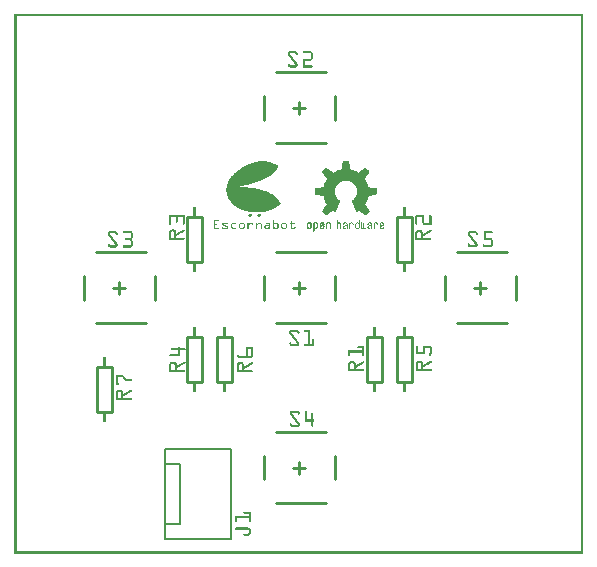
<source format=gto>
G04 MADE WITH FRITZING*
G04 WWW.FRITZING.ORG*
G04 DOUBLE SIDED*
G04 HOLES PLATED*
G04 CONTOUR ON CENTER OF CONTOUR VECTOR*
%ASAXBY*%
%FSLAX23Y23*%
%MOIN*%
%OFA0B0*%
%SFA1.0B1.0*%
%ADD10R,0.225000X0.305000X0.215000X0.295000*%
%ADD11C,0.005000*%
%ADD12R,0.055000X0.205000X0.045000X0.195000*%
%ADD13C,0.010000*%
%ADD14R,0.001000X0.001000*%
%LNSILK1*%
G90*
G70*
G54D11*
X501Y348D02*
X721Y348D01*
X721Y48D01*
X501Y48D01*
X501Y348D01*
D02*
X501Y298D02*
X551Y298D01*
X551Y98D01*
X501Y98D01*
X501Y298D01*
D02*
G54D13*
X1671Y926D02*
X1671Y847D01*
D02*
X1474Y1005D02*
X1642Y1005D01*
D02*
X1474Y769D02*
X1642Y769D01*
D02*
X1435Y926D02*
X1435Y847D01*
D02*
X1553Y907D02*
X1553Y867D01*
D02*
X1573Y887D02*
X1533Y887D01*
D02*
X1068Y326D02*
X1068Y248D01*
D02*
X871Y405D02*
X1038Y405D01*
D02*
X871Y169D02*
X1038Y169D01*
D02*
X832Y326D02*
X832Y248D01*
D02*
X950Y307D02*
X950Y267D01*
D02*
X969Y287D02*
X930Y287D01*
D02*
X468Y926D02*
X468Y847D01*
D02*
X271Y1005D02*
X438Y1005D01*
D02*
X271Y769D02*
X438Y769D01*
D02*
X232Y926D02*
X232Y847D01*
D02*
X350Y907D02*
X350Y867D01*
D02*
X369Y887D02*
X330Y887D01*
D02*
X1068Y1526D02*
X1068Y1447D01*
D02*
X871Y1605D02*
X1038Y1605D01*
D02*
X871Y1369D02*
X1038Y1369D01*
D02*
X832Y1526D02*
X832Y1447D01*
D02*
X950Y1506D02*
X950Y1467D01*
D02*
X969Y1487D02*
X930Y1487D01*
D02*
X1068Y926D02*
X1068Y847D01*
D02*
X871Y1005D02*
X1038Y1005D01*
D02*
X871Y769D02*
X1038Y769D01*
D02*
X832Y926D02*
X832Y847D01*
D02*
X950Y907D02*
X950Y867D01*
D02*
X969Y887D02*
X930Y887D01*
D02*
X1176Y572D02*
X1176Y722D01*
D02*
X1176Y722D02*
X1226Y722D01*
D02*
X1226Y722D02*
X1226Y572D01*
D02*
X1226Y572D02*
X1176Y572D01*
D02*
X576Y972D02*
X576Y1122D01*
D02*
X576Y1122D02*
X626Y1122D01*
D02*
X626Y1122D02*
X626Y972D01*
D02*
X626Y972D02*
X576Y972D01*
D02*
X1276Y972D02*
X1276Y1122D01*
D02*
X1276Y1122D02*
X1326Y1122D01*
D02*
X1326Y1122D02*
X1326Y972D01*
D02*
X1326Y972D02*
X1276Y972D01*
D02*
X676Y572D02*
X676Y722D01*
D02*
X676Y722D02*
X726Y722D01*
D02*
X726Y722D02*
X726Y572D01*
D02*
X726Y572D02*
X676Y572D01*
D02*
X1276Y572D02*
X1276Y722D01*
D02*
X1276Y722D02*
X1326Y722D01*
D02*
X1326Y722D02*
X1326Y572D01*
D02*
X1326Y572D02*
X1276Y572D01*
D02*
X576Y572D02*
X576Y722D01*
D02*
X576Y722D02*
X626Y722D01*
D02*
X626Y722D02*
X626Y572D01*
D02*
X626Y572D02*
X576Y572D01*
D02*
X276Y472D02*
X276Y622D01*
D02*
X276Y622D02*
X326Y622D01*
D02*
X326Y622D02*
X326Y472D01*
D02*
X326Y472D02*
X276Y472D01*
G54D14*
X0Y1799D02*
X1896Y1799D01*
X0Y1798D02*
X1896Y1798D01*
X0Y1797D02*
X1896Y1797D01*
X0Y1796D02*
X1896Y1796D01*
X0Y1795D02*
X1896Y1795D01*
X0Y1794D02*
X1896Y1794D01*
X0Y1793D02*
X1896Y1793D01*
X0Y1792D02*
X1896Y1792D01*
X0Y1791D02*
X7Y1791D01*
X1889Y1791D02*
X1896Y1791D01*
X0Y1790D02*
X7Y1790D01*
X1889Y1790D02*
X1896Y1790D01*
X0Y1789D02*
X7Y1789D01*
X1889Y1789D02*
X1896Y1789D01*
X0Y1788D02*
X7Y1788D01*
X1889Y1788D02*
X1896Y1788D01*
X0Y1787D02*
X7Y1787D01*
X1889Y1787D02*
X1896Y1787D01*
X0Y1786D02*
X7Y1786D01*
X1889Y1786D02*
X1896Y1786D01*
X0Y1785D02*
X7Y1785D01*
X1889Y1785D02*
X1896Y1785D01*
X0Y1784D02*
X7Y1784D01*
X1889Y1784D02*
X1896Y1784D01*
X0Y1783D02*
X7Y1783D01*
X1889Y1783D02*
X1896Y1783D01*
X0Y1782D02*
X7Y1782D01*
X1889Y1782D02*
X1896Y1782D01*
X0Y1781D02*
X7Y1781D01*
X1889Y1781D02*
X1896Y1781D01*
X0Y1780D02*
X7Y1780D01*
X1889Y1780D02*
X1896Y1780D01*
X0Y1779D02*
X7Y1779D01*
X1889Y1779D02*
X1896Y1779D01*
X0Y1778D02*
X7Y1778D01*
X1889Y1778D02*
X1896Y1778D01*
X0Y1777D02*
X7Y1777D01*
X1889Y1777D02*
X1896Y1777D01*
X0Y1776D02*
X7Y1776D01*
X1889Y1776D02*
X1896Y1776D01*
X0Y1775D02*
X7Y1775D01*
X1889Y1775D02*
X1896Y1775D01*
X0Y1774D02*
X7Y1774D01*
X1889Y1774D02*
X1896Y1774D01*
X0Y1773D02*
X7Y1773D01*
X1889Y1773D02*
X1896Y1773D01*
X0Y1772D02*
X7Y1772D01*
X1889Y1772D02*
X1896Y1772D01*
X0Y1771D02*
X7Y1771D01*
X1889Y1771D02*
X1896Y1771D01*
X0Y1770D02*
X7Y1770D01*
X1889Y1770D02*
X1896Y1770D01*
X0Y1769D02*
X7Y1769D01*
X1889Y1769D02*
X1896Y1769D01*
X0Y1768D02*
X7Y1768D01*
X1889Y1768D02*
X1896Y1768D01*
X0Y1767D02*
X7Y1767D01*
X1889Y1767D02*
X1896Y1767D01*
X0Y1766D02*
X7Y1766D01*
X1889Y1766D02*
X1896Y1766D01*
X0Y1765D02*
X7Y1765D01*
X1889Y1765D02*
X1896Y1765D01*
X0Y1764D02*
X7Y1764D01*
X1889Y1764D02*
X1896Y1764D01*
X0Y1763D02*
X7Y1763D01*
X1889Y1763D02*
X1896Y1763D01*
X0Y1762D02*
X7Y1762D01*
X1889Y1762D02*
X1896Y1762D01*
X0Y1761D02*
X7Y1761D01*
X1889Y1761D02*
X1896Y1761D01*
X0Y1760D02*
X7Y1760D01*
X1889Y1760D02*
X1896Y1760D01*
X0Y1759D02*
X7Y1759D01*
X1889Y1759D02*
X1896Y1759D01*
X0Y1758D02*
X7Y1758D01*
X1889Y1758D02*
X1896Y1758D01*
X0Y1757D02*
X7Y1757D01*
X1889Y1757D02*
X1896Y1757D01*
X0Y1756D02*
X7Y1756D01*
X1889Y1756D02*
X1896Y1756D01*
X0Y1755D02*
X7Y1755D01*
X1889Y1755D02*
X1896Y1755D01*
X0Y1754D02*
X7Y1754D01*
X1889Y1754D02*
X1896Y1754D01*
X0Y1753D02*
X7Y1753D01*
X1889Y1753D02*
X1896Y1753D01*
X0Y1752D02*
X7Y1752D01*
X1889Y1752D02*
X1896Y1752D01*
X0Y1751D02*
X7Y1751D01*
X1889Y1751D02*
X1896Y1751D01*
X0Y1750D02*
X7Y1750D01*
X1889Y1750D02*
X1896Y1750D01*
X0Y1749D02*
X7Y1749D01*
X1889Y1749D02*
X1896Y1749D01*
X0Y1748D02*
X7Y1748D01*
X1889Y1748D02*
X1896Y1748D01*
X0Y1747D02*
X7Y1747D01*
X1889Y1747D02*
X1896Y1747D01*
X0Y1746D02*
X7Y1746D01*
X1889Y1746D02*
X1896Y1746D01*
X0Y1745D02*
X7Y1745D01*
X1889Y1745D02*
X1896Y1745D01*
X0Y1744D02*
X7Y1744D01*
X1889Y1744D02*
X1896Y1744D01*
X0Y1743D02*
X7Y1743D01*
X1889Y1743D02*
X1896Y1743D01*
X0Y1742D02*
X7Y1742D01*
X1889Y1742D02*
X1896Y1742D01*
X0Y1741D02*
X7Y1741D01*
X1889Y1741D02*
X1896Y1741D01*
X0Y1740D02*
X7Y1740D01*
X1889Y1740D02*
X1896Y1740D01*
X0Y1739D02*
X7Y1739D01*
X1889Y1739D02*
X1896Y1739D01*
X0Y1738D02*
X7Y1738D01*
X1889Y1738D02*
X1896Y1738D01*
X0Y1737D02*
X7Y1737D01*
X1889Y1737D02*
X1896Y1737D01*
X0Y1736D02*
X7Y1736D01*
X1889Y1736D02*
X1896Y1736D01*
X0Y1735D02*
X7Y1735D01*
X1889Y1735D02*
X1896Y1735D01*
X0Y1734D02*
X7Y1734D01*
X1889Y1734D02*
X1896Y1734D01*
X0Y1733D02*
X7Y1733D01*
X1889Y1733D02*
X1896Y1733D01*
X0Y1732D02*
X7Y1732D01*
X1889Y1732D02*
X1896Y1732D01*
X0Y1731D02*
X7Y1731D01*
X1889Y1731D02*
X1896Y1731D01*
X0Y1730D02*
X7Y1730D01*
X1889Y1730D02*
X1896Y1730D01*
X0Y1729D02*
X7Y1729D01*
X1889Y1729D02*
X1896Y1729D01*
X0Y1728D02*
X7Y1728D01*
X1889Y1728D02*
X1896Y1728D01*
X0Y1727D02*
X7Y1727D01*
X1889Y1727D02*
X1896Y1727D01*
X0Y1726D02*
X7Y1726D01*
X1889Y1726D02*
X1896Y1726D01*
X0Y1725D02*
X7Y1725D01*
X1889Y1725D02*
X1896Y1725D01*
X0Y1724D02*
X7Y1724D01*
X1889Y1724D02*
X1896Y1724D01*
X0Y1723D02*
X7Y1723D01*
X1889Y1723D02*
X1896Y1723D01*
X0Y1722D02*
X7Y1722D01*
X1889Y1722D02*
X1896Y1722D01*
X0Y1721D02*
X7Y1721D01*
X1889Y1721D02*
X1896Y1721D01*
X0Y1720D02*
X7Y1720D01*
X1889Y1720D02*
X1896Y1720D01*
X0Y1719D02*
X7Y1719D01*
X1889Y1719D02*
X1896Y1719D01*
X0Y1718D02*
X7Y1718D01*
X1889Y1718D02*
X1896Y1718D01*
X0Y1717D02*
X7Y1717D01*
X1889Y1717D02*
X1896Y1717D01*
X0Y1716D02*
X7Y1716D01*
X1889Y1716D02*
X1896Y1716D01*
X0Y1715D02*
X7Y1715D01*
X1889Y1715D02*
X1896Y1715D01*
X0Y1714D02*
X7Y1714D01*
X1889Y1714D02*
X1896Y1714D01*
X0Y1713D02*
X7Y1713D01*
X1889Y1713D02*
X1896Y1713D01*
X0Y1712D02*
X7Y1712D01*
X1889Y1712D02*
X1896Y1712D01*
X0Y1711D02*
X7Y1711D01*
X1889Y1711D02*
X1896Y1711D01*
X0Y1710D02*
X7Y1710D01*
X1889Y1710D02*
X1896Y1710D01*
X0Y1709D02*
X7Y1709D01*
X1889Y1709D02*
X1896Y1709D01*
X0Y1708D02*
X7Y1708D01*
X1889Y1708D02*
X1896Y1708D01*
X0Y1707D02*
X7Y1707D01*
X1889Y1707D02*
X1896Y1707D01*
X0Y1706D02*
X7Y1706D01*
X1889Y1706D02*
X1896Y1706D01*
X0Y1705D02*
X7Y1705D01*
X1889Y1705D02*
X1896Y1705D01*
X0Y1704D02*
X7Y1704D01*
X1889Y1704D02*
X1896Y1704D01*
X0Y1703D02*
X7Y1703D01*
X1889Y1703D02*
X1896Y1703D01*
X0Y1702D02*
X7Y1702D01*
X1889Y1702D02*
X1896Y1702D01*
X0Y1701D02*
X7Y1701D01*
X1889Y1701D02*
X1896Y1701D01*
X0Y1700D02*
X7Y1700D01*
X1889Y1700D02*
X1896Y1700D01*
X0Y1699D02*
X7Y1699D01*
X1889Y1699D02*
X1896Y1699D01*
X0Y1698D02*
X7Y1698D01*
X1889Y1698D02*
X1896Y1698D01*
X0Y1697D02*
X7Y1697D01*
X1889Y1697D02*
X1896Y1697D01*
X0Y1696D02*
X7Y1696D01*
X1889Y1696D02*
X1896Y1696D01*
X0Y1695D02*
X7Y1695D01*
X1889Y1695D02*
X1896Y1695D01*
X0Y1694D02*
X7Y1694D01*
X1889Y1694D02*
X1896Y1694D01*
X0Y1693D02*
X7Y1693D01*
X1889Y1693D02*
X1896Y1693D01*
X0Y1692D02*
X7Y1692D01*
X1889Y1692D02*
X1896Y1692D01*
X0Y1691D02*
X7Y1691D01*
X1889Y1691D02*
X1896Y1691D01*
X0Y1690D02*
X7Y1690D01*
X1889Y1690D02*
X1896Y1690D01*
X0Y1689D02*
X7Y1689D01*
X1889Y1689D02*
X1896Y1689D01*
X0Y1688D02*
X7Y1688D01*
X1889Y1688D02*
X1896Y1688D01*
X0Y1687D02*
X7Y1687D01*
X1889Y1687D02*
X1896Y1687D01*
X0Y1686D02*
X7Y1686D01*
X1889Y1686D02*
X1896Y1686D01*
X0Y1685D02*
X7Y1685D01*
X1889Y1685D02*
X1896Y1685D01*
X0Y1684D02*
X7Y1684D01*
X1889Y1684D02*
X1896Y1684D01*
X0Y1683D02*
X7Y1683D01*
X1889Y1683D02*
X1896Y1683D01*
X0Y1682D02*
X7Y1682D01*
X1889Y1682D02*
X1896Y1682D01*
X0Y1681D02*
X7Y1681D01*
X1889Y1681D02*
X1896Y1681D01*
X0Y1680D02*
X7Y1680D01*
X1889Y1680D02*
X1896Y1680D01*
X0Y1679D02*
X7Y1679D01*
X1889Y1679D02*
X1896Y1679D01*
X0Y1678D02*
X7Y1678D01*
X1889Y1678D02*
X1896Y1678D01*
X0Y1677D02*
X7Y1677D01*
X1889Y1677D02*
X1896Y1677D01*
X0Y1676D02*
X7Y1676D01*
X1889Y1676D02*
X1896Y1676D01*
X0Y1675D02*
X7Y1675D01*
X1889Y1675D02*
X1896Y1675D01*
X0Y1674D02*
X7Y1674D01*
X917Y1674D02*
X937Y1674D01*
X963Y1674D02*
X989Y1674D01*
X1889Y1674D02*
X1896Y1674D01*
X0Y1673D02*
X7Y1673D01*
X915Y1673D02*
X940Y1673D01*
X962Y1673D02*
X991Y1673D01*
X1889Y1673D02*
X1896Y1673D01*
X0Y1672D02*
X7Y1672D01*
X914Y1672D02*
X941Y1672D01*
X961Y1672D02*
X992Y1672D01*
X1889Y1672D02*
X1896Y1672D01*
X0Y1671D02*
X7Y1671D01*
X913Y1671D02*
X942Y1671D01*
X961Y1671D02*
X993Y1671D01*
X1889Y1671D02*
X1896Y1671D01*
X0Y1670D02*
X7Y1670D01*
X912Y1670D02*
X943Y1670D01*
X961Y1670D02*
X994Y1670D01*
X1889Y1670D02*
X1896Y1670D01*
X0Y1669D02*
X7Y1669D01*
X912Y1669D02*
X944Y1669D01*
X961Y1669D02*
X994Y1669D01*
X1889Y1669D02*
X1896Y1669D01*
X0Y1668D02*
X7Y1668D01*
X911Y1668D02*
X944Y1668D01*
X962Y1668D02*
X994Y1668D01*
X1889Y1668D02*
X1896Y1668D01*
X0Y1667D02*
X7Y1667D01*
X911Y1667D02*
X918Y1667D01*
X937Y1667D02*
X944Y1667D01*
X988Y1667D02*
X994Y1667D01*
X1889Y1667D02*
X1896Y1667D01*
X0Y1666D02*
X7Y1666D01*
X911Y1666D02*
X917Y1666D01*
X938Y1666D02*
X944Y1666D01*
X988Y1666D02*
X994Y1666D01*
X1889Y1666D02*
X1896Y1666D01*
X0Y1665D02*
X7Y1665D01*
X912Y1665D02*
X918Y1665D01*
X939Y1665D02*
X944Y1665D01*
X988Y1665D02*
X994Y1665D01*
X1889Y1665D02*
X1896Y1665D01*
X0Y1664D02*
X7Y1664D01*
X912Y1664D02*
X919Y1664D01*
X939Y1664D02*
X944Y1664D01*
X988Y1664D02*
X994Y1664D01*
X1889Y1664D02*
X1896Y1664D01*
X0Y1663D02*
X7Y1663D01*
X912Y1663D02*
X920Y1663D01*
X939Y1663D02*
X944Y1663D01*
X988Y1663D02*
X994Y1663D01*
X1889Y1663D02*
X1896Y1663D01*
X0Y1662D02*
X7Y1662D01*
X913Y1662D02*
X920Y1662D01*
X940Y1662D02*
X943Y1662D01*
X988Y1662D02*
X994Y1662D01*
X1889Y1662D02*
X1896Y1662D01*
X0Y1661D02*
X7Y1661D01*
X913Y1661D02*
X921Y1661D01*
X988Y1661D02*
X994Y1661D01*
X1889Y1661D02*
X1896Y1661D01*
X0Y1660D02*
X7Y1660D01*
X914Y1660D02*
X922Y1660D01*
X988Y1660D02*
X994Y1660D01*
X1889Y1660D02*
X1896Y1660D01*
X0Y1659D02*
X7Y1659D01*
X915Y1659D02*
X923Y1659D01*
X988Y1659D02*
X994Y1659D01*
X1889Y1659D02*
X1896Y1659D01*
X0Y1658D02*
X7Y1658D01*
X916Y1658D02*
X924Y1658D01*
X988Y1658D02*
X994Y1658D01*
X1889Y1658D02*
X1896Y1658D01*
X0Y1657D02*
X7Y1657D01*
X916Y1657D02*
X924Y1657D01*
X988Y1657D02*
X994Y1657D01*
X1889Y1657D02*
X1896Y1657D01*
X0Y1656D02*
X7Y1656D01*
X917Y1656D02*
X925Y1656D01*
X988Y1656D02*
X994Y1656D01*
X1889Y1656D02*
X1896Y1656D01*
X0Y1655D02*
X7Y1655D01*
X918Y1655D02*
X926Y1655D01*
X988Y1655D02*
X994Y1655D01*
X1889Y1655D02*
X1896Y1655D01*
X0Y1654D02*
X7Y1654D01*
X919Y1654D02*
X927Y1654D01*
X988Y1654D02*
X994Y1654D01*
X1889Y1654D02*
X1896Y1654D01*
X0Y1653D02*
X7Y1653D01*
X920Y1653D02*
X927Y1653D01*
X988Y1653D02*
X994Y1653D01*
X1889Y1653D02*
X1896Y1653D01*
X0Y1652D02*
X7Y1652D01*
X920Y1652D02*
X928Y1652D01*
X988Y1652D02*
X994Y1652D01*
X1889Y1652D02*
X1896Y1652D01*
X0Y1651D02*
X7Y1651D01*
X921Y1651D02*
X929Y1651D01*
X988Y1651D02*
X994Y1651D01*
X1889Y1651D02*
X1896Y1651D01*
X0Y1650D02*
X7Y1650D01*
X922Y1650D02*
X930Y1650D01*
X965Y1650D02*
X994Y1650D01*
X1889Y1650D02*
X1896Y1650D01*
X0Y1649D02*
X7Y1649D01*
X923Y1649D02*
X931Y1649D01*
X963Y1649D02*
X994Y1649D01*
X1889Y1649D02*
X1896Y1649D01*
X0Y1648D02*
X7Y1648D01*
X923Y1648D02*
X931Y1648D01*
X962Y1648D02*
X994Y1648D01*
X1889Y1648D02*
X1896Y1648D01*
X0Y1647D02*
X7Y1647D01*
X924Y1647D02*
X932Y1647D01*
X962Y1647D02*
X993Y1647D01*
X1889Y1647D02*
X1896Y1647D01*
X0Y1646D02*
X7Y1646D01*
X925Y1646D02*
X933Y1646D01*
X961Y1646D02*
X992Y1646D01*
X1889Y1646D02*
X1896Y1646D01*
X0Y1645D02*
X7Y1645D01*
X926Y1645D02*
X934Y1645D01*
X961Y1645D02*
X991Y1645D01*
X1889Y1645D02*
X1896Y1645D01*
X0Y1644D02*
X7Y1644D01*
X926Y1644D02*
X934Y1644D01*
X961Y1644D02*
X988Y1644D01*
X1889Y1644D02*
X1896Y1644D01*
X0Y1643D02*
X7Y1643D01*
X927Y1643D02*
X935Y1643D01*
X961Y1643D02*
X967Y1643D01*
X1889Y1643D02*
X1896Y1643D01*
X0Y1642D02*
X7Y1642D01*
X928Y1642D02*
X936Y1642D01*
X961Y1642D02*
X967Y1642D01*
X1889Y1642D02*
X1896Y1642D01*
X0Y1641D02*
X7Y1641D01*
X929Y1641D02*
X937Y1641D01*
X961Y1641D02*
X967Y1641D01*
X1889Y1641D02*
X1896Y1641D01*
X0Y1640D02*
X7Y1640D01*
X930Y1640D02*
X937Y1640D01*
X961Y1640D02*
X967Y1640D01*
X1889Y1640D02*
X1896Y1640D01*
X0Y1639D02*
X7Y1639D01*
X930Y1639D02*
X938Y1639D01*
X961Y1639D02*
X967Y1639D01*
X1889Y1639D02*
X1896Y1639D01*
X0Y1638D02*
X7Y1638D01*
X931Y1638D02*
X939Y1638D01*
X961Y1638D02*
X967Y1638D01*
X1889Y1638D02*
X1896Y1638D01*
X0Y1637D02*
X7Y1637D01*
X932Y1637D02*
X940Y1637D01*
X961Y1637D02*
X967Y1637D01*
X1889Y1637D02*
X1896Y1637D01*
X0Y1636D02*
X7Y1636D01*
X933Y1636D02*
X941Y1636D01*
X961Y1636D02*
X967Y1636D01*
X1889Y1636D02*
X1896Y1636D01*
X0Y1635D02*
X7Y1635D01*
X933Y1635D02*
X941Y1635D01*
X961Y1635D02*
X967Y1635D01*
X1889Y1635D02*
X1896Y1635D01*
X0Y1634D02*
X7Y1634D01*
X934Y1634D02*
X942Y1634D01*
X961Y1634D02*
X967Y1634D01*
X1889Y1634D02*
X1896Y1634D01*
X0Y1633D02*
X7Y1633D01*
X913Y1633D02*
X915Y1633D01*
X935Y1633D02*
X943Y1633D01*
X961Y1633D02*
X967Y1633D01*
X1889Y1633D02*
X1896Y1633D01*
X0Y1632D02*
X7Y1632D01*
X912Y1632D02*
X916Y1632D01*
X936Y1632D02*
X943Y1632D01*
X961Y1632D02*
X967Y1632D01*
X1889Y1632D02*
X1896Y1632D01*
X0Y1631D02*
X7Y1631D01*
X912Y1631D02*
X917Y1631D01*
X937Y1631D02*
X944Y1631D01*
X961Y1631D02*
X967Y1631D01*
X1889Y1631D02*
X1896Y1631D01*
X0Y1630D02*
X7Y1630D01*
X911Y1630D02*
X917Y1630D01*
X937Y1630D02*
X944Y1630D01*
X961Y1630D02*
X967Y1630D01*
X1889Y1630D02*
X1896Y1630D01*
X0Y1629D02*
X7Y1629D01*
X911Y1629D02*
X917Y1629D01*
X938Y1629D02*
X944Y1629D01*
X961Y1629D02*
X967Y1629D01*
X1889Y1629D02*
X1896Y1629D01*
X0Y1628D02*
X7Y1628D01*
X911Y1628D02*
X918Y1628D01*
X938Y1628D02*
X944Y1628D01*
X961Y1628D02*
X967Y1628D01*
X1889Y1628D02*
X1896Y1628D01*
X0Y1627D02*
X7Y1627D01*
X912Y1627D02*
X944Y1627D01*
X961Y1627D02*
X992Y1627D01*
X1889Y1627D02*
X1896Y1627D01*
X0Y1626D02*
X7Y1626D01*
X912Y1626D02*
X944Y1626D01*
X961Y1626D02*
X994Y1626D01*
X1889Y1626D02*
X1896Y1626D01*
X0Y1625D02*
X7Y1625D01*
X913Y1625D02*
X944Y1625D01*
X961Y1625D02*
X994Y1625D01*
X1889Y1625D02*
X1896Y1625D01*
X0Y1624D02*
X7Y1624D01*
X913Y1624D02*
X943Y1624D01*
X961Y1624D02*
X994Y1624D01*
X1889Y1624D02*
X1896Y1624D01*
X0Y1623D02*
X7Y1623D01*
X914Y1623D02*
X942Y1623D01*
X961Y1623D02*
X994Y1623D01*
X1889Y1623D02*
X1896Y1623D01*
X0Y1622D02*
X7Y1622D01*
X916Y1622D02*
X941Y1622D01*
X961Y1622D02*
X993Y1622D01*
X1889Y1622D02*
X1896Y1622D01*
X0Y1621D02*
X7Y1621D01*
X918Y1621D02*
X939Y1621D01*
X961Y1621D02*
X992Y1621D01*
X1889Y1621D02*
X1896Y1621D01*
X0Y1620D02*
X7Y1620D01*
X1889Y1620D02*
X1896Y1620D01*
X0Y1619D02*
X7Y1619D01*
X1889Y1619D02*
X1896Y1619D01*
X0Y1618D02*
X7Y1618D01*
X1889Y1618D02*
X1896Y1618D01*
X0Y1617D02*
X7Y1617D01*
X1889Y1617D02*
X1896Y1617D01*
X0Y1616D02*
X7Y1616D01*
X1889Y1616D02*
X1896Y1616D01*
X0Y1615D02*
X7Y1615D01*
X1889Y1615D02*
X1896Y1615D01*
X0Y1614D02*
X7Y1614D01*
X1889Y1614D02*
X1896Y1614D01*
X0Y1613D02*
X7Y1613D01*
X1889Y1613D02*
X1896Y1613D01*
X0Y1612D02*
X7Y1612D01*
X1889Y1612D02*
X1896Y1612D01*
X0Y1611D02*
X7Y1611D01*
X1889Y1611D02*
X1896Y1611D01*
X0Y1610D02*
X7Y1610D01*
X1889Y1610D02*
X1896Y1610D01*
X0Y1609D02*
X7Y1609D01*
X1889Y1609D02*
X1896Y1609D01*
X0Y1608D02*
X7Y1608D01*
X1889Y1608D02*
X1896Y1608D01*
X0Y1607D02*
X7Y1607D01*
X1889Y1607D02*
X1896Y1607D01*
X0Y1606D02*
X7Y1606D01*
X1889Y1606D02*
X1896Y1606D01*
X0Y1605D02*
X7Y1605D01*
X1889Y1605D02*
X1896Y1605D01*
X0Y1604D02*
X7Y1604D01*
X1889Y1604D02*
X1896Y1604D01*
X0Y1603D02*
X7Y1603D01*
X1889Y1603D02*
X1896Y1603D01*
X0Y1602D02*
X7Y1602D01*
X1889Y1602D02*
X1896Y1602D01*
X0Y1601D02*
X7Y1601D01*
X1889Y1601D02*
X1896Y1601D01*
X0Y1600D02*
X7Y1600D01*
X1889Y1600D02*
X1896Y1600D01*
X0Y1599D02*
X7Y1599D01*
X1889Y1599D02*
X1896Y1599D01*
X0Y1598D02*
X7Y1598D01*
X1889Y1598D02*
X1896Y1598D01*
X0Y1597D02*
X7Y1597D01*
X1889Y1597D02*
X1896Y1597D01*
X0Y1596D02*
X7Y1596D01*
X1889Y1596D02*
X1896Y1596D01*
X0Y1595D02*
X7Y1595D01*
X1889Y1595D02*
X1896Y1595D01*
X0Y1594D02*
X7Y1594D01*
X1889Y1594D02*
X1896Y1594D01*
X0Y1593D02*
X7Y1593D01*
X1889Y1593D02*
X1896Y1593D01*
X0Y1592D02*
X7Y1592D01*
X1889Y1592D02*
X1896Y1592D01*
X0Y1591D02*
X7Y1591D01*
X1889Y1591D02*
X1896Y1591D01*
X0Y1590D02*
X7Y1590D01*
X1889Y1590D02*
X1896Y1590D01*
X0Y1589D02*
X7Y1589D01*
X1889Y1589D02*
X1896Y1589D01*
X0Y1588D02*
X7Y1588D01*
X1889Y1588D02*
X1896Y1588D01*
X0Y1587D02*
X7Y1587D01*
X1889Y1587D02*
X1896Y1587D01*
X0Y1586D02*
X7Y1586D01*
X1889Y1586D02*
X1896Y1586D01*
X0Y1585D02*
X7Y1585D01*
X1889Y1585D02*
X1896Y1585D01*
X0Y1584D02*
X7Y1584D01*
X1889Y1584D02*
X1896Y1584D01*
X0Y1583D02*
X7Y1583D01*
X1889Y1583D02*
X1896Y1583D01*
X0Y1582D02*
X7Y1582D01*
X1889Y1582D02*
X1896Y1582D01*
X0Y1581D02*
X7Y1581D01*
X1889Y1581D02*
X1896Y1581D01*
X0Y1580D02*
X7Y1580D01*
X1889Y1580D02*
X1896Y1580D01*
X0Y1579D02*
X7Y1579D01*
X1889Y1579D02*
X1896Y1579D01*
X0Y1578D02*
X7Y1578D01*
X1889Y1578D02*
X1896Y1578D01*
X0Y1577D02*
X7Y1577D01*
X1889Y1577D02*
X1896Y1577D01*
X0Y1576D02*
X7Y1576D01*
X1889Y1576D02*
X1896Y1576D01*
X0Y1575D02*
X7Y1575D01*
X1889Y1575D02*
X1896Y1575D01*
X0Y1574D02*
X7Y1574D01*
X1889Y1574D02*
X1896Y1574D01*
X0Y1573D02*
X7Y1573D01*
X1889Y1573D02*
X1896Y1573D01*
X0Y1572D02*
X7Y1572D01*
X1889Y1572D02*
X1896Y1572D01*
X0Y1571D02*
X7Y1571D01*
X1889Y1571D02*
X1896Y1571D01*
X0Y1570D02*
X7Y1570D01*
X1889Y1570D02*
X1896Y1570D01*
X0Y1569D02*
X7Y1569D01*
X1889Y1569D02*
X1896Y1569D01*
X0Y1568D02*
X7Y1568D01*
X1889Y1568D02*
X1896Y1568D01*
X0Y1567D02*
X7Y1567D01*
X1889Y1567D02*
X1896Y1567D01*
X0Y1566D02*
X7Y1566D01*
X1889Y1566D02*
X1896Y1566D01*
X0Y1565D02*
X7Y1565D01*
X1889Y1565D02*
X1896Y1565D01*
X0Y1564D02*
X7Y1564D01*
X1889Y1564D02*
X1896Y1564D01*
X0Y1563D02*
X7Y1563D01*
X1889Y1563D02*
X1896Y1563D01*
X0Y1562D02*
X7Y1562D01*
X1889Y1562D02*
X1896Y1562D01*
X0Y1561D02*
X7Y1561D01*
X1889Y1561D02*
X1896Y1561D01*
X0Y1560D02*
X7Y1560D01*
X1889Y1560D02*
X1896Y1560D01*
X0Y1559D02*
X7Y1559D01*
X1889Y1559D02*
X1896Y1559D01*
X0Y1558D02*
X7Y1558D01*
X1889Y1558D02*
X1896Y1558D01*
X0Y1557D02*
X7Y1557D01*
X1889Y1557D02*
X1896Y1557D01*
X0Y1556D02*
X7Y1556D01*
X1889Y1556D02*
X1896Y1556D01*
X0Y1555D02*
X7Y1555D01*
X1889Y1555D02*
X1896Y1555D01*
X0Y1554D02*
X7Y1554D01*
X1889Y1554D02*
X1896Y1554D01*
X0Y1553D02*
X7Y1553D01*
X1889Y1553D02*
X1896Y1553D01*
X0Y1552D02*
X7Y1552D01*
X1889Y1552D02*
X1896Y1552D01*
X0Y1551D02*
X7Y1551D01*
X1889Y1551D02*
X1896Y1551D01*
X0Y1550D02*
X7Y1550D01*
X1889Y1550D02*
X1896Y1550D01*
X0Y1549D02*
X7Y1549D01*
X1889Y1549D02*
X1896Y1549D01*
X0Y1548D02*
X7Y1548D01*
X1889Y1548D02*
X1896Y1548D01*
X0Y1547D02*
X7Y1547D01*
X1889Y1547D02*
X1896Y1547D01*
X0Y1546D02*
X7Y1546D01*
X1889Y1546D02*
X1896Y1546D01*
X0Y1545D02*
X7Y1545D01*
X1889Y1545D02*
X1896Y1545D01*
X0Y1544D02*
X7Y1544D01*
X1889Y1544D02*
X1896Y1544D01*
X0Y1543D02*
X7Y1543D01*
X1889Y1543D02*
X1896Y1543D01*
X0Y1542D02*
X7Y1542D01*
X1889Y1542D02*
X1896Y1542D01*
X0Y1541D02*
X7Y1541D01*
X1889Y1541D02*
X1896Y1541D01*
X0Y1540D02*
X7Y1540D01*
X1889Y1540D02*
X1896Y1540D01*
X0Y1539D02*
X7Y1539D01*
X1889Y1539D02*
X1896Y1539D01*
X0Y1538D02*
X7Y1538D01*
X1889Y1538D02*
X1896Y1538D01*
X0Y1537D02*
X7Y1537D01*
X1889Y1537D02*
X1896Y1537D01*
X0Y1536D02*
X7Y1536D01*
X1889Y1536D02*
X1896Y1536D01*
X0Y1535D02*
X7Y1535D01*
X1889Y1535D02*
X1896Y1535D01*
X0Y1534D02*
X7Y1534D01*
X1889Y1534D02*
X1896Y1534D01*
X0Y1533D02*
X7Y1533D01*
X1889Y1533D02*
X1896Y1533D01*
X0Y1532D02*
X7Y1532D01*
X1889Y1532D02*
X1896Y1532D01*
X0Y1531D02*
X7Y1531D01*
X1889Y1531D02*
X1896Y1531D01*
X0Y1530D02*
X7Y1530D01*
X1889Y1530D02*
X1896Y1530D01*
X0Y1529D02*
X7Y1529D01*
X1889Y1529D02*
X1896Y1529D01*
X0Y1528D02*
X7Y1528D01*
X1889Y1528D02*
X1896Y1528D01*
X0Y1527D02*
X7Y1527D01*
X1889Y1527D02*
X1896Y1527D01*
X0Y1526D02*
X7Y1526D01*
X1889Y1526D02*
X1896Y1526D01*
X0Y1525D02*
X7Y1525D01*
X1889Y1525D02*
X1896Y1525D01*
X0Y1524D02*
X7Y1524D01*
X1889Y1524D02*
X1896Y1524D01*
X0Y1523D02*
X7Y1523D01*
X1889Y1523D02*
X1896Y1523D01*
X0Y1522D02*
X7Y1522D01*
X1889Y1522D02*
X1896Y1522D01*
X0Y1521D02*
X7Y1521D01*
X1889Y1521D02*
X1896Y1521D01*
X0Y1520D02*
X7Y1520D01*
X1889Y1520D02*
X1896Y1520D01*
X0Y1519D02*
X7Y1519D01*
X1889Y1519D02*
X1896Y1519D01*
X0Y1518D02*
X7Y1518D01*
X1889Y1518D02*
X1896Y1518D01*
X0Y1517D02*
X7Y1517D01*
X1889Y1517D02*
X1896Y1517D01*
X0Y1516D02*
X7Y1516D01*
X1889Y1516D02*
X1896Y1516D01*
X0Y1515D02*
X7Y1515D01*
X1889Y1515D02*
X1896Y1515D01*
X0Y1514D02*
X7Y1514D01*
X1889Y1514D02*
X1896Y1514D01*
X0Y1513D02*
X7Y1513D01*
X1889Y1513D02*
X1896Y1513D01*
X0Y1512D02*
X7Y1512D01*
X1889Y1512D02*
X1896Y1512D01*
X0Y1511D02*
X7Y1511D01*
X1889Y1511D02*
X1896Y1511D01*
X0Y1510D02*
X7Y1510D01*
X1889Y1510D02*
X1896Y1510D01*
X0Y1509D02*
X7Y1509D01*
X1889Y1509D02*
X1896Y1509D01*
X0Y1508D02*
X7Y1508D01*
X1889Y1508D02*
X1896Y1508D01*
X0Y1507D02*
X7Y1507D01*
X1889Y1507D02*
X1896Y1507D01*
X0Y1506D02*
X7Y1506D01*
X1889Y1506D02*
X1896Y1506D01*
X0Y1505D02*
X7Y1505D01*
X1889Y1505D02*
X1896Y1505D01*
X0Y1504D02*
X7Y1504D01*
X1889Y1504D02*
X1896Y1504D01*
X0Y1503D02*
X7Y1503D01*
X1889Y1503D02*
X1896Y1503D01*
X0Y1502D02*
X7Y1502D01*
X1889Y1502D02*
X1896Y1502D01*
X0Y1501D02*
X7Y1501D01*
X1889Y1501D02*
X1896Y1501D01*
X0Y1500D02*
X7Y1500D01*
X1889Y1500D02*
X1896Y1500D01*
X0Y1499D02*
X7Y1499D01*
X1889Y1499D02*
X1896Y1499D01*
X0Y1498D02*
X7Y1498D01*
X1889Y1498D02*
X1896Y1498D01*
X0Y1497D02*
X7Y1497D01*
X1889Y1497D02*
X1896Y1497D01*
X0Y1496D02*
X7Y1496D01*
X1889Y1496D02*
X1896Y1496D01*
X0Y1495D02*
X7Y1495D01*
X1889Y1495D02*
X1896Y1495D01*
X0Y1494D02*
X7Y1494D01*
X1889Y1494D02*
X1896Y1494D01*
X0Y1493D02*
X7Y1493D01*
X1889Y1493D02*
X1896Y1493D01*
X0Y1492D02*
X7Y1492D01*
X1889Y1492D02*
X1896Y1492D01*
X0Y1491D02*
X7Y1491D01*
X1889Y1491D02*
X1896Y1491D01*
X0Y1490D02*
X7Y1490D01*
X1889Y1490D02*
X1896Y1490D01*
X0Y1489D02*
X7Y1489D01*
X1889Y1489D02*
X1896Y1489D01*
X0Y1488D02*
X7Y1488D01*
X1889Y1488D02*
X1896Y1488D01*
X0Y1487D02*
X7Y1487D01*
X1889Y1487D02*
X1896Y1487D01*
X0Y1486D02*
X7Y1486D01*
X1889Y1486D02*
X1896Y1486D01*
X0Y1485D02*
X7Y1485D01*
X1889Y1485D02*
X1896Y1485D01*
X0Y1484D02*
X7Y1484D01*
X1889Y1484D02*
X1896Y1484D01*
X0Y1483D02*
X7Y1483D01*
X1889Y1483D02*
X1896Y1483D01*
X0Y1482D02*
X7Y1482D01*
X1889Y1482D02*
X1896Y1482D01*
X0Y1481D02*
X7Y1481D01*
X1889Y1481D02*
X1896Y1481D01*
X0Y1480D02*
X7Y1480D01*
X1889Y1480D02*
X1896Y1480D01*
X0Y1479D02*
X7Y1479D01*
X1889Y1479D02*
X1896Y1479D01*
X0Y1478D02*
X7Y1478D01*
X1889Y1478D02*
X1896Y1478D01*
X0Y1477D02*
X7Y1477D01*
X1889Y1477D02*
X1896Y1477D01*
X0Y1476D02*
X7Y1476D01*
X1889Y1476D02*
X1896Y1476D01*
X0Y1475D02*
X7Y1475D01*
X1889Y1475D02*
X1896Y1475D01*
X0Y1474D02*
X7Y1474D01*
X1889Y1474D02*
X1896Y1474D01*
X0Y1473D02*
X7Y1473D01*
X1889Y1473D02*
X1896Y1473D01*
X0Y1472D02*
X7Y1472D01*
X1889Y1472D02*
X1896Y1472D01*
X0Y1471D02*
X7Y1471D01*
X1889Y1471D02*
X1896Y1471D01*
X0Y1470D02*
X7Y1470D01*
X1889Y1470D02*
X1896Y1470D01*
X0Y1469D02*
X7Y1469D01*
X1889Y1469D02*
X1896Y1469D01*
X0Y1468D02*
X7Y1468D01*
X1889Y1468D02*
X1896Y1468D01*
X0Y1467D02*
X7Y1467D01*
X1889Y1467D02*
X1896Y1467D01*
X0Y1466D02*
X7Y1466D01*
X1889Y1466D02*
X1896Y1466D01*
X0Y1465D02*
X7Y1465D01*
X1889Y1465D02*
X1896Y1465D01*
X0Y1464D02*
X7Y1464D01*
X1889Y1464D02*
X1896Y1464D01*
X0Y1463D02*
X7Y1463D01*
X1889Y1463D02*
X1896Y1463D01*
X0Y1462D02*
X7Y1462D01*
X1889Y1462D02*
X1896Y1462D01*
X0Y1461D02*
X7Y1461D01*
X1889Y1461D02*
X1896Y1461D01*
X0Y1460D02*
X7Y1460D01*
X1889Y1460D02*
X1896Y1460D01*
X0Y1459D02*
X7Y1459D01*
X1889Y1459D02*
X1896Y1459D01*
X0Y1458D02*
X7Y1458D01*
X1889Y1458D02*
X1896Y1458D01*
X0Y1457D02*
X7Y1457D01*
X1889Y1457D02*
X1896Y1457D01*
X0Y1456D02*
X7Y1456D01*
X1889Y1456D02*
X1896Y1456D01*
X0Y1455D02*
X7Y1455D01*
X1889Y1455D02*
X1896Y1455D01*
X0Y1454D02*
X7Y1454D01*
X1889Y1454D02*
X1896Y1454D01*
X0Y1453D02*
X7Y1453D01*
X1889Y1453D02*
X1896Y1453D01*
X0Y1452D02*
X7Y1452D01*
X1889Y1452D02*
X1896Y1452D01*
X0Y1451D02*
X7Y1451D01*
X1889Y1451D02*
X1896Y1451D01*
X0Y1450D02*
X7Y1450D01*
X1889Y1450D02*
X1896Y1450D01*
X0Y1449D02*
X7Y1449D01*
X1889Y1449D02*
X1896Y1449D01*
X0Y1448D02*
X7Y1448D01*
X1889Y1448D02*
X1896Y1448D01*
X0Y1447D02*
X7Y1447D01*
X1889Y1447D02*
X1896Y1447D01*
X0Y1446D02*
X7Y1446D01*
X1889Y1446D02*
X1896Y1446D01*
X0Y1445D02*
X7Y1445D01*
X1889Y1445D02*
X1896Y1445D01*
X0Y1444D02*
X7Y1444D01*
X1889Y1444D02*
X1896Y1444D01*
X0Y1443D02*
X7Y1443D01*
X1889Y1443D02*
X1896Y1443D01*
X0Y1442D02*
X7Y1442D01*
X1889Y1442D02*
X1896Y1442D01*
X0Y1441D02*
X7Y1441D01*
X1889Y1441D02*
X1896Y1441D01*
X0Y1440D02*
X7Y1440D01*
X1889Y1440D02*
X1896Y1440D01*
X0Y1439D02*
X7Y1439D01*
X1889Y1439D02*
X1896Y1439D01*
X0Y1438D02*
X7Y1438D01*
X1889Y1438D02*
X1896Y1438D01*
X0Y1437D02*
X7Y1437D01*
X1889Y1437D02*
X1896Y1437D01*
X0Y1436D02*
X7Y1436D01*
X1889Y1436D02*
X1896Y1436D01*
X0Y1435D02*
X7Y1435D01*
X1889Y1435D02*
X1896Y1435D01*
X0Y1434D02*
X7Y1434D01*
X1889Y1434D02*
X1896Y1434D01*
X0Y1433D02*
X7Y1433D01*
X1889Y1433D02*
X1896Y1433D01*
X0Y1432D02*
X7Y1432D01*
X1889Y1432D02*
X1896Y1432D01*
X0Y1431D02*
X7Y1431D01*
X1889Y1431D02*
X1896Y1431D01*
X0Y1430D02*
X7Y1430D01*
X1889Y1430D02*
X1896Y1430D01*
X0Y1429D02*
X7Y1429D01*
X1889Y1429D02*
X1896Y1429D01*
X0Y1428D02*
X7Y1428D01*
X1889Y1428D02*
X1896Y1428D01*
X0Y1427D02*
X7Y1427D01*
X1889Y1427D02*
X1896Y1427D01*
X0Y1426D02*
X7Y1426D01*
X1889Y1426D02*
X1896Y1426D01*
X0Y1425D02*
X7Y1425D01*
X1889Y1425D02*
X1896Y1425D01*
X0Y1424D02*
X7Y1424D01*
X1889Y1424D02*
X1896Y1424D01*
X0Y1423D02*
X7Y1423D01*
X1889Y1423D02*
X1896Y1423D01*
X0Y1422D02*
X7Y1422D01*
X1889Y1422D02*
X1896Y1422D01*
X0Y1421D02*
X7Y1421D01*
X1889Y1421D02*
X1896Y1421D01*
X0Y1420D02*
X7Y1420D01*
X1889Y1420D02*
X1896Y1420D01*
X0Y1419D02*
X7Y1419D01*
X1889Y1419D02*
X1896Y1419D01*
X0Y1418D02*
X7Y1418D01*
X1889Y1418D02*
X1896Y1418D01*
X0Y1417D02*
X7Y1417D01*
X1889Y1417D02*
X1896Y1417D01*
X0Y1416D02*
X7Y1416D01*
X1889Y1416D02*
X1896Y1416D01*
X0Y1415D02*
X7Y1415D01*
X1889Y1415D02*
X1896Y1415D01*
X0Y1414D02*
X7Y1414D01*
X1889Y1414D02*
X1896Y1414D01*
X0Y1413D02*
X7Y1413D01*
X1889Y1413D02*
X1896Y1413D01*
X0Y1412D02*
X7Y1412D01*
X1889Y1412D02*
X1896Y1412D01*
X0Y1411D02*
X7Y1411D01*
X1889Y1411D02*
X1896Y1411D01*
X0Y1410D02*
X7Y1410D01*
X1889Y1410D02*
X1896Y1410D01*
X0Y1409D02*
X7Y1409D01*
X1889Y1409D02*
X1896Y1409D01*
X0Y1408D02*
X7Y1408D01*
X1889Y1408D02*
X1896Y1408D01*
X0Y1407D02*
X7Y1407D01*
X1889Y1407D02*
X1896Y1407D01*
X0Y1406D02*
X7Y1406D01*
X1889Y1406D02*
X1896Y1406D01*
X0Y1405D02*
X7Y1405D01*
X1889Y1405D02*
X1896Y1405D01*
X0Y1404D02*
X7Y1404D01*
X1889Y1404D02*
X1896Y1404D01*
X0Y1403D02*
X7Y1403D01*
X1889Y1403D02*
X1896Y1403D01*
X0Y1402D02*
X7Y1402D01*
X1889Y1402D02*
X1896Y1402D01*
X0Y1401D02*
X7Y1401D01*
X1889Y1401D02*
X1896Y1401D01*
X0Y1400D02*
X7Y1400D01*
X1889Y1400D02*
X1896Y1400D01*
X0Y1399D02*
X7Y1399D01*
X1889Y1399D02*
X1896Y1399D01*
X0Y1398D02*
X7Y1398D01*
X1889Y1398D02*
X1896Y1398D01*
X0Y1397D02*
X7Y1397D01*
X1889Y1397D02*
X1896Y1397D01*
X0Y1396D02*
X7Y1396D01*
X1889Y1396D02*
X1896Y1396D01*
X0Y1395D02*
X7Y1395D01*
X1889Y1395D02*
X1896Y1395D01*
X0Y1394D02*
X7Y1394D01*
X1889Y1394D02*
X1896Y1394D01*
X0Y1393D02*
X7Y1393D01*
X1889Y1393D02*
X1896Y1393D01*
X0Y1392D02*
X7Y1392D01*
X1889Y1392D02*
X1896Y1392D01*
X0Y1391D02*
X7Y1391D01*
X1889Y1391D02*
X1896Y1391D01*
X0Y1390D02*
X7Y1390D01*
X1889Y1390D02*
X1896Y1390D01*
X0Y1389D02*
X7Y1389D01*
X1889Y1389D02*
X1896Y1389D01*
X0Y1388D02*
X7Y1388D01*
X1889Y1388D02*
X1896Y1388D01*
X0Y1387D02*
X7Y1387D01*
X1889Y1387D02*
X1896Y1387D01*
X0Y1386D02*
X7Y1386D01*
X1889Y1386D02*
X1896Y1386D01*
X0Y1385D02*
X7Y1385D01*
X1889Y1385D02*
X1896Y1385D01*
X0Y1384D02*
X7Y1384D01*
X1889Y1384D02*
X1896Y1384D01*
X0Y1383D02*
X7Y1383D01*
X1889Y1383D02*
X1896Y1383D01*
X0Y1382D02*
X7Y1382D01*
X1889Y1382D02*
X1896Y1382D01*
X0Y1381D02*
X7Y1381D01*
X1889Y1381D02*
X1896Y1381D01*
X0Y1380D02*
X7Y1380D01*
X1889Y1380D02*
X1896Y1380D01*
X0Y1379D02*
X7Y1379D01*
X1889Y1379D02*
X1896Y1379D01*
X0Y1378D02*
X7Y1378D01*
X1889Y1378D02*
X1896Y1378D01*
X0Y1377D02*
X7Y1377D01*
X1889Y1377D02*
X1896Y1377D01*
X0Y1376D02*
X7Y1376D01*
X1889Y1376D02*
X1896Y1376D01*
X0Y1375D02*
X7Y1375D01*
X1889Y1375D02*
X1896Y1375D01*
X0Y1374D02*
X7Y1374D01*
X1889Y1374D02*
X1896Y1374D01*
X0Y1373D02*
X7Y1373D01*
X1889Y1373D02*
X1896Y1373D01*
X0Y1372D02*
X7Y1372D01*
X1889Y1372D02*
X1896Y1372D01*
X0Y1371D02*
X7Y1371D01*
X1889Y1371D02*
X1896Y1371D01*
X0Y1370D02*
X7Y1370D01*
X1889Y1370D02*
X1896Y1370D01*
X0Y1369D02*
X7Y1369D01*
X1889Y1369D02*
X1896Y1369D01*
X0Y1368D02*
X7Y1368D01*
X1889Y1368D02*
X1896Y1368D01*
X0Y1367D02*
X7Y1367D01*
X1889Y1367D02*
X1896Y1367D01*
X0Y1366D02*
X7Y1366D01*
X1889Y1366D02*
X1896Y1366D01*
X0Y1365D02*
X7Y1365D01*
X1889Y1365D02*
X1896Y1365D01*
X0Y1364D02*
X7Y1364D01*
X1889Y1364D02*
X1896Y1364D01*
X0Y1363D02*
X7Y1363D01*
X1889Y1363D02*
X1896Y1363D01*
X0Y1362D02*
X7Y1362D01*
X1889Y1362D02*
X1896Y1362D01*
X0Y1361D02*
X7Y1361D01*
X1889Y1361D02*
X1896Y1361D01*
X0Y1360D02*
X7Y1360D01*
X1889Y1360D02*
X1896Y1360D01*
X0Y1359D02*
X7Y1359D01*
X1889Y1359D02*
X1896Y1359D01*
X0Y1358D02*
X7Y1358D01*
X1889Y1358D02*
X1896Y1358D01*
X0Y1357D02*
X7Y1357D01*
X1889Y1357D02*
X1896Y1357D01*
X0Y1356D02*
X7Y1356D01*
X1889Y1356D02*
X1896Y1356D01*
X0Y1355D02*
X7Y1355D01*
X1889Y1355D02*
X1896Y1355D01*
X0Y1354D02*
X7Y1354D01*
X1889Y1354D02*
X1896Y1354D01*
X0Y1353D02*
X7Y1353D01*
X1889Y1353D02*
X1896Y1353D01*
X0Y1352D02*
X7Y1352D01*
X1889Y1352D02*
X1896Y1352D01*
X0Y1351D02*
X7Y1351D01*
X1889Y1351D02*
X1896Y1351D01*
X0Y1350D02*
X7Y1350D01*
X1889Y1350D02*
X1896Y1350D01*
X0Y1349D02*
X7Y1349D01*
X1889Y1349D02*
X1896Y1349D01*
X0Y1348D02*
X7Y1348D01*
X1889Y1348D02*
X1896Y1348D01*
X0Y1347D02*
X7Y1347D01*
X1889Y1347D02*
X1896Y1347D01*
X0Y1346D02*
X7Y1346D01*
X1889Y1346D02*
X1896Y1346D01*
X0Y1345D02*
X7Y1345D01*
X1889Y1345D02*
X1896Y1345D01*
X0Y1344D02*
X7Y1344D01*
X1889Y1344D02*
X1896Y1344D01*
X0Y1343D02*
X7Y1343D01*
X1889Y1343D02*
X1896Y1343D01*
X0Y1342D02*
X7Y1342D01*
X1889Y1342D02*
X1896Y1342D01*
X0Y1341D02*
X7Y1341D01*
X1889Y1341D02*
X1896Y1341D01*
X0Y1340D02*
X7Y1340D01*
X1889Y1340D02*
X1896Y1340D01*
X0Y1339D02*
X7Y1339D01*
X1889Y1339D02*
X1896Y1339D01*
X0Y1338D02*
X7Y1338D01*
X1889Y1338D02*
X1896Y1338D01*
X0Y1337D02*
X7Y1337D01*
X1889Y1337D02*
X1896Y1337D01*
X0Y1336D02*
X7Y1336D01*
X1889Y1336D02*
X1896Y1336D01*
X0Y1335D02*
X7Y1335D01*
X1889Y1335D02*
X1896Y1335D01*
X0Y1334D02*
X7Y1334D01*
X1889Y1334D02*
X1896Y1334D01*
X0Y1333D02*
X7Y1333D01*
X1889Y1333D02*
X1896Y1333D01*
X0Y1332D02*
X7Y1332D01*
X1889Y1332D02*
X1896Y1332D01*
X0Y1331D02*
X7Y1331D01*
X1889Y1331D02*
X1896Y1331D01*
X0Y1330D02*
X7Y1330D01*
X1889Y1330D02*
X1896Y1330D01*
X0Y1329D02*
X7Y1329D01*
X1889Y1329D02*
X1896Y1329D01*
X0Y1328D02*
X7Y1328D01*
X1889Y1328D02*
X1896Y1328D01*
X0Y1327D02*
X7Y1327D01*
X1889Y1327D02*
X1896Y1327D01*
X0Y1326D02*
X7Y1326D01*
X1889Y1326D02*
X1896Y1326D01*
X0Y1325D02*
X7Y1325D01*
X1889Y1325D02*
X1896Y1325D01*
X0Y1324D02*
X7Y1324D01*
X1889Y1324D02*
X1896Y1324D01*
X0Y1323D02*
X7Y1323D01*
X1889Y1323D02*
X1896Y1323D01*
X0Y1322D02*
X7Y1322D01*
X1889Y1322D02*
X1896Y1322D01*
X0Y1321D02*
X7Y1321D01*
X1889Y1321D02*
X1896Y1321D01*
X0Y1320D02*
X7Y1320D01*
X1889Y1320D02*
X1896Y1320D01*
X0Y1319D02*
X7Y1319D01*
X1889Y1319D02*
X1896Y1319D01*
X0Y1318D02*
X7Y1318D01*
X1889Y1318D02*
X1896Y1318D01*
X0Y1317D02*
X7Y1317D01*
X1889Y1317D02*
X1896Y1317D01*
X0Y1316D02*
X7Y1316D01*
X1889Y1316D02*
X1896Y1316D01*
X0Y1315D02*
X7Y1315D01*
X1889Y1315D02*
X1896Y1315D01*
X0Y1314D02*
X7Y1314D01*
X1889Y1314D02*
X1896Y1314D01*
X0Y1313D02*
X7Y1313D01*
X1889Y1313D02*
X1896Y1313D01*
X0Y1312D02*
X7Y1312D01*
X1889Y1312D02*
X1896Y1312D01*
X0Y1311D02*
X7Y1311D01*
X1889Y1311D02*
X1896Y1311D01*
X0Y1310D02*
X7Y1310D01*
X1889Y1310D02*
X1896Y1310D01*
X0Y1309D02*
X7Y1309D01*
X1095Y1309D02*
X1115Y1309D01*
X1889Y1309D02*
X1896Y1309D01*
X0Y1308D02*
X7Y1308D01*
X822Y1308D02*
X831Y1308D01*
X1095Y1308D02*
X1115Y1308D01*
X1889Y1308D02*
X1896Y1308D01*
X0Y1307D02*
X7Y1307D01*
X812Y1307D02*
X841Y1307D01*
X1095Y1307D02*
X1115Y1307D01*
X1889Y1307D02*
X1896Y1307D01*
X0Y1306D02*
X7Y1306D01*
X806Y1306D02*
X847Y1306D01*
X1095Y1306D02*
X1115Y1306D01*
X1889Y1306D02*
X1896Y1306D01*
X0Y1305D02*
X7Y1305D01*
X802Y1305D02*
X851Y1305D01*
X1095Y1305D02*
X1115Y1305D01*
X1889Y1305D02*
X1896Y1305D01*
X0Y1304D02*
X7Y1304D01*
X798Y1304D02*
X855Y1304D01*
X1095Y1304D02*
X1116Y1304D01*
X1889Y1304D02*
X1896Y1304D01*
X0Y1303D02*
X7Y1303D01*
X794Y1303D02*
X858Y1303D01*
X1094Y1303D02*
X1116Y1303D01*
X1889Y1303D02*
X1896Y1303D01*
X0Y1302D02*
X7Y1302D01*
X791Y1302D02*
X861Y1302D01*
X1094Y1302D02*
X1116Y1302D01*
X1889Y1302D02*
X1896Y1302D01*
X0Y1301D02*
X7Y1301D01*
X788Y1301D02*
X863Y1301D01*
X1094Y1301D02*
X1116Y1301D01*
X1889Y1301D02*
X1896Y1301D01*
X0Y1300D02*
X7Y1300D01*
X786Y1300D02*
X866Y1300D01*
X1094Y1300D02*
X1116Y1300D01*
X1889Y1300D02*
X1896Y1300D01*
X0Y1299D02*
X7Y1299D01*
X783Y1299D02*
X868Y1299D01*
X1094Y1299D02*
X1117Y1299D01*
X1889Y1299D02*
X1896Y1299D01*
X0Y1298D02*
X7Y1298D01*
X781Y1298D02*
X870Y1298D01*
X1093Y1298D02*
X1117Y1298D01*
X1889Y1298D02*
X1896Y1298D01*
X0Y1297D02*
X7Y1297D01*
X778Y1297D02*
X872Y1297D01*
X1093Y1297D02*
X1117Y1297D01*
X1889Y1297D02*
X1896Y1297D01*
X0Y1296D02*
X7Y1296D01*
X776Y1296D02*
X874Y1296D01*
X1093Y1296D02*
X1117Y1296D01*
X1889Y1296D02*
X1896Y1296D01*
X0Y1295D02*
X7Y1295D01*
X774Y1295D02*
X875Y1295D01*
X1093Y1295D02*
X1117Y1295D01*
X1889Y1295D02*
X1896Y1295D01*
X0Y1294D02*
X7Y1294D01*
X772Y1294D02*
X877Y1294D01*
X1093Y1294D02*
X1117Y1294D01*
X1889Y1294D02*
X1896Y1294D01*
X0Y1293D02*
X7Y1293D01*
X770Y1293D02*
X878Y1293D01*
X1092Y1293D02*
X1118Y1293D01*
X1889Y1293D02*
X1896Y1293D01*
X0Y1292D02*
X7Y1292D01*
X768Y1292D02*
X878Y1292D01*
X1092Y1292D02*
X1118Y1292D01*
X1889Y1292D02*
X1896Y1292D01*
X0Y1291D02*
X7Y1291D01*
X767Y1291D02*
X879Y1291D01*
X1092Y1291D02*
X1118Y1291D01*
X1889Y1291D02*
X1896Y1291D01*
X0Y1290D02*
X7Y1290D01*
X765Y1290D02*
X879Y1290D01*
X1092Y1290D02*
X1118Y1290D01*
X1889Y1290D02*
X1896Y1290D01*
X0Y1289D02*
X7Y1289D01*
X763Y1289D02*
X878Y1289D01*
X1092Y1289D02*
X1118Y1289D01*
X1889Y1289D02*
X1896Y1289D01*
X0Y1288D02*
X7Y1288D01*
X761Y1288D02*
X878Y1288D01*
X1092Y1288D02*
X1119Y1288D01*
X1889Y1288D02*
X1896Y1288D01*
X0Y1287D02*
X7Y1287D01*
X760Y1287D02*
X877Y1287D01*
X1091Y1287D02*
X1119Y1287D01*
X1889Y1287D02*
X1896Y1287D01*
X0Y1286D02*
X7Y1286D01*
X758Y1286D02*
X877Y1286D01*
X1039Y1286D02*
X1040Y1286D01*
X1091Y1286D02*
X1119Y1286D01*
X1170Y1286D02*
X1171Y1286D01*
X1889Y1286D02*
X1896Y1286D01*
X0Y1285D02*
X7Y1285D01*
X757Y1285D02*
X876Y1285D01*
X1038Y1285D02*
X1042Y1285D01*
X1091Y1285D02*
X1119Y1285D01*
X1169Y1285D02*
X1172Y1285D01*
X1889Y1285D02*
X1896Y1285D01*
X0Y1284D02*
X7Y1284D01*
X755Y1284D02*
X876Y1284D01*
X1037Y1284D02*
X1043Y1284D01*
X1091Y1284D02*
X1119Y1284D01*
X1167Y1284D02*
X1173Y1284D01*
X1889Y1284D02*
X1896Y1284D01*
X0Y1283D02*
X7Y1283D01*
X754Y1283D02*
X875Y1283D01*
X1036Y1283D02*
X1045Y1283D01*
X1091Y1283D02*
X1120Y1283D01*
X1166Y1283D02*
X1174Y1283D01*
X1889Y1283D02*
X1896Y1283D01*
X0Y1282D02*
X7Y1282D01*
X752Y1282D02*
X875Y1282D01*
X1035Y1282D02*
X1046Y1282D01*
X1090Y1282D02*
X1120Y1282D01*
X1164Y1282D02*
X1175Y1282D01*
X1889Y1282D02*
X1896Y1282D01*
X0Y1281D02*
X7Y1281D01*
X751Y1281D02*
X874Y1281D01*
X1034Y1281D02*
X1047Y1281D01*
X1090Y1281D02*
X1120Y1281D01*
X1163Y1281D02*
X1176Y1281D01*
X1889Y1281D02*
X1896Y1281D01*
X0Y1280D02*
X7Y1280D01*
X749Y1280D02*
X873Y1280D01*
X1033Y1280D02*
X1049Y1280D01*
X1086Y1280D02*
X1124Y1280D01*
X1161Y1280D02*
X1177Y1280D01*
X1889Y1280D02*
X1896Y1280D01*
X0Y1279D02*
X7Y1279D01*
X748Y1279D02*
X873Y1279D01*
X1032Y1279D02*
X1050Y1279D01*
X1083Y1279D02*
X1127Y1279D01*
X1160Y1279D02*
X1178Y1279D01*
X1889Y1279D02*
X1896Y1279D01*
X0Y1278D02*
X7Y1278D01*
X747Y1278D02*
X872Y1278D01*
X1031Y1278D02*
X1052Y1278D01*
X1080Y1278D02*
X1130Y1278D01*
X1158Y1278D02*
X1179Y1278D01*
X1889Y1278D02*
X1896Y1278D01*
X0Y1277D02*
X7Y1277D01*
X745Y1277D02*
X871Y1277D01*
X1030Y1277D02*
X1053Y1277D01*
X1077Y1277D02*
X1133Y1277D01*
X1157Y1277D02*
X1180Y1277D01*
X1889Y1277D02*
X1896Y1277D01*
X0Y1276D02*
X7Y1276D01*
X744Y1276D02*
X870Y1276D01*
X1029Y1276D02*
X1055Y1276D01*
X1075Y1276D02*
X1135Y1276D01*
X1155Y1276D02*
X1181Y1276D01*
X1889Y1276D02*
X1896Y1276D01*
X0Y1275D02*
X7Y1275D01*
X743Y1275D02*
X869Y1275D01*
X1028Y1275D02*
X1056Y1275D01*
X1073Y1275D02*
X1137Y1275D01*
X1154Y1275D02*
X1182Y1275D01*
X1889Y1275D02*
X1896Y1275D01*
X0Y1274D02*
X7Y1274D01*
X742Y1274D02*
X869Y1274D01*
X1027Y1274D02*
X1058Y1274D01*
X1071Y1274D02*
X1140Y1274D01*
X1152Y1274D02*
X1183Y1274D01*
X1889Y1274D02*
X1896Y1274D01*
X0Y1273D02*
X7Y1273D01*
X740Y1273D02*
X868Y1273D01*
X1026Y1273D02*
X1059Y1273D01*
X1069Y1273D02*
X1141Y1273D01*
X1151Y1273D02*
X1184Y1273D01*
X1889Y1273D02*
X1896Y1273D01*
X0Y1272D02*
X7Y1272D01*
X739Y1272D02*
X867Y1272D01*
X1026Y1272D02*
X1061Y1272D01*
X1067Y1272D02*
X1143Y1272D01*
X1150Y1272D02*
X1184Y1272D01*
X1889Y1272D02*
X1896Y1272D01*
X0Y1271D02*
X7Y1271D01*
X738Y1271D02*
X866Y1271D01*
X1027Y1271D02*
X1062Y1271D01*
X1065Y1271D02*
X1145Y1271D01*
X1148Y1271D02*
X1183Y1271D01*
X1889Y1271D02*
X1896Y1271D01*
X0Y1270D02*
X7Y1270D01*
X737Y1270D02*
X865Y1270D01*
X1028Y1270D02*
X1182Y1270D01*
X1889Y1270D02*
X1896Y1270D01*
X0Y1269D02*
X7Y1269D01*
X736Y1269D02*
X864Y1269D01*
X1028Y1269D02*
X1182Y1269D01*
X1889Y1269D02*
X1896Y1269D01*
X0Y1268D02*
X7Y1268D01*
X735Y1268D02*
X863Y1268D01*
X1029Y1268D02*
X1181Y1268D01*
X1889Y1268D02*
X1896Y1268D01*
X0Y1267D02*
X7Y1267D01*
X734Y1267D02*
X862Y1267D01*
X1030Y1267D02*
X1180Y1267D01*
X1889Y1267D02*
X1896Y1267D01*
X0Y1266D02*
X7Y1266D01*
X733Y1266D02*
X860Y1266D01*
X1031Y1266D02*
X1180Y1266D01*
X1889Y1266D02*
X1896Y1266D01*
X0Y1265D02*
X7Y1265D01*
X732Y1265D02*
X859Y1265D01*
X1031Y1265D02*
X1179Y1265D01*
X1889Y1265D02*
X1896Y1265D01*
X0Y1264D02*
X7Y1264D01*
X731Y1264D02*
X858Y1264D01*
X1032Y1264D02*
X1178Y1264D01*
X1889Y1264D02*
X1896Y1264D01*
X0Y1263D02*
X7Y1263D01*
X730Y1263D02*
X856Y1263D01*
X1033Y1263D02*
X1178Y1263D01*
X1889Y1263D02*
X1896Y1263D01*
X0Y1262D02*
X7Y1262D01*
X729Y1262D02*
X855Y1262D01*
X1033Y1262D02*
X1177Y1262D01*
X1889Y1262D02*
X1896Y1262D01*
X0Y1261D02*
X7Y1261D01*
X728Y1261D02*
X854Y1261D01*
X1034Y1261D02*
X1176Y1261D01*
X1889Y1261D02*
X1896Y1261D01*
X0Y1260D02*
X7Y1260D01*
X727Y1260D02*
X852Y1260D01*
X1035Y1260D02*
X1176Y1260D01*
X1889Y1260D02*
X1896Y1260D01*
X0Y1259D02*
X7Y1259D01*
X726Y1259D02*
X851Y1259D01*
X1035Y1259D02*
X1175Y1259D01*
X1889Y1259D02*
X1896Y1259D01*
X0Y1258D02*
X7Y1258D01*
X725Y1258D02*
X849Y1258D01*
X1036Y1258D02*
X1174Y1258D01*
X1889Y1258D02*
X1896Y1258D01*
X0Y1257D02*
X7Y1257D01*
X724Y1257D02*
X848Y1257D01*
X1037Y1257D02*
X1173Y1257D01*
X1889Y1257D02*
X1896Y1257D01*
X0Y1256D02*
X7Y1256D01*
X724Y1256D02*
X846Y1256D01*
X1037Y1256D02*
X1173Y1256D01*
X1889Y1256D02*
X1896Y1256D01*
X0Y1255D02*
X7Y1255D01*
X723Y1255D02*
X844Y1255D01*
X1038Y1255D02*
X1172Y1255D01*
X1889Y1255D02*
X1896Y1255D01*
X0Y1254D02*
X7Y1254D01*
X722Y1254D02*
X842Y1254D01*
X1039Y1254D02*
X1171Y1254D01*
X1889Y1254D02*
X1896Y1254D01*
X0Y1253D02*
X7Y1253D01*
X721Y1253D02*
X840Y1253D01*
X1039Y1253D02*
X1171Y1253D01*
X1889Y1253D02*
X1896Y1253D01*
X0Y1252D02*
X7Y1252D01*
X721Y1252D02*
X839Y1252D01*
X1040Y1252D02*
X1170Y1252D01*
X1889Y1252D02*
X1896Y1252D01*
X0Y1251D02*
X7Y1251D01*
X720Y1251D02*
X836Y1251D01*
X1041Y1251D02*
X1169Y1251D01*
X1889Y1251D02*
X1896Y1251D01*
X0Y1250D02*
X7Y1250D01*
X719Y1250D02*
X834Y1250D01*
X1042Y1250D02*
X1169Y1250D01*
X1889Y1250D02*
X1896Y1250D01*
X0Y1249D02*
X7Y1249D01*
X719Y1249D02*
X832Y1249D01*
X1042Y1249D02*
X1168Y1249D01*
X1889Y1249D02*
X1896Y1249D01*
X0Y1248D02*
X7Y1248D01*
X718Y1248D02*
X830Y1248D01*
X1042Y1248D02*
X1168Y1248D01*
X1889Y1248D02*
X1896Y1248D01*
X0Y1247D02*
X7Y1247D01*
X717Y1247D02*
X828Y1247D01*
X1041Y1247D02*
X1169Y1247D01*
X1889Y1247D02*
X1896Y1247D01*
X0Y1246D02*
X7Y1246D01*
X717Y1246D02*
X826Y1246D01*
X1040Y1246D02*
X1170Y1246D01*
X1889Y1246D02*
X1896Y1246D01*
X0Y1245D02*
X7Y1245D01*
X716Y1245D02*
X823Y1245D01*
X1040Y1245D02*
X1170Y1245D01*
X1889Y1245D02*
X1896Y1245D01*
X0Y1244D02*
X7Y1244D01*
X716Y1244D02*
X821Y1244D01*
X1039Y1244D02*
X1171Y1244D01*
X1889Y1244D02*
X1896Y1244D01*
X0Y1243D02*
X7Y1243D01*
X715Y1243D02*
X818Y1243D01*
X1039Y1243D02*
X1098Y1243D01*
X1112Y1243D02*
X1172Y1243D01*
X1889Y1243D02*
X1896Y1243D01*
X0Y1242D02*
X7Y1242D01*
X715Y1242D02*
X816Y1242D01*
X1038Y1242D02*
X1094Y1242D01*
X1116Y1242D02*
X1172Y1242D01*
X1889Y1242D02*
X1896Y1242D01*
X0Y1241D02*
X7Y1241D01*
X714Y1241D02*
X813Y1241D01*
X1038Y1241D02*
X1091Y1241D01*
X1119Y1241D02*
X1173Y1241D01*
X1889Y1241D02*
X1896Y1241D01*
X0Y1240D02*
X7Y1240D01*
X714Y1240D02*
X810Y1240D01*
X1037Y1240D02*
X1089Y1240D01*
X1121Y1240D02*
X1173Y1240D01*
X1889Y1240D02*
X1896Y1240D01*
X0Y1239D02*
X7Y1239D01*
X713Y1239D02*
X807Y1239D01*
X1037Y1239D02*
X1087Y1239D01*
X1123Y1239D02*
X1174Y1239D01*
X1889Y1239D02*
X1896Y1239D01*
X0Y1238D02*
X7Y1238D01*
X713Y1238D02*
X804Y1238D01*
X1036Y1238D02*
X1085Y1238D01*
X1125Y1238D02*
X1174Y1238D01*
X1889Y1238D02*
X1896Y1238D01*
X0Y1237D02*
X7Y1237D01*
X712Y1237D02*
X801Y1237D01*
X1036Y1237D02*
X1084Y1237D01*
X1127Y1237D02*
X1175Y1237D01*
X1889Y1237D02*
X1896Y1237D01*
X0Y1236D02*
X7Y1236D01*
X712Y1236D02*
X798Y1236D01*
X1035Y1236D02*
X1082Y1236D01*
X1128Y1236D02*
X1175Y1236D01*
X1889Y1236D02*
X1896Y1236D01*
X0Y1235D02*
X7Y1235D01*
X711Y1235D02*
X795Y1235D01*
X1035Y1235D02*
X1081Y1235D01*
X1129Y1235D02*
X1175Y1235D01*
X1889Y1235D02*
X1896Y1235D01*
X0Y1234D02*
X7Y1234D01*
X711Y1234D02*
X792Y1234D01*
X1034Y1234D02*
X1080Y1234D01*
X1130Y1234D02*
X1176Y1234D01*
X1889Y1234D02*
X1896Y1234D01*
X0Y1233D02*
X7Y1233D01*
X711Y1233D02*
X788Y1233D01*
X1034Y1233D02*
X1079Y1233D01*
X1131Y1233D02*
X1176Y1233D01*
X1889Y1233D02*
X1896Y1233D01*
X0Y1232D02*
X7Y1232D01*
X710Y1232D02*
X785Y1232D01*
X1034Y1232D02*
X1078Y1232D01*
X1132Y1232D02*
X1176Y1232D01*
X1889Y1232D02*
X1896Y1232D01*
X0Y1231D02*
X7Y1231D01*
X710Y1231D02*
X781Y1231D01*
X1033Y1231D02*
X1077Y1231D01*
X1133Y1231D02*
X1177Y1231D01*
X1889Y1231D02*
X1896Y1231D01*
X0Y1230D02*
X7Y1230D01*
X710Y1230D02*
X777Y1230D01*
X1033Y1230D02*
X1076Y1230D01*
X1134Y1230D02*
X1177Y1230D01*
X1889Y1230D02*
X1896Y1230D01*
X0Y1229D02*
X7Y1229D01*
X709Y1229D02*
X774Y1229D01*
X1033Y1229D02*
X1075Y1229D01*
X1135Y1229D02*
X1178Y1229D01*
X1889Y1229D02*
X1896Y1229D01*
X0Y1228D02*
X7Y1228D01*
X709Y1228D02*
X770Y1228D01*
X1032Y1228D02*
X1075Y1228D01*
X1136Y1228D02*
X1178Y1228D01*
X1889Y1228D02*
X1896Y1228D01*
X0Y1227D02*
X7Y1227D01*
X709Y1227D02*
X766Y1227D01*
X1032Y1227D02*
X1074Y1227D01*
X1136Y1227D02*
X1178Y1227D01*
X1889Y1227D02*
X1896Y1227D01*
X0Y1226D02*
X7Y1226D01*
X709Y1226D02*
X762Y1226D01*
X1032Y1226D02*
X1073Y1226D01*
X1137Y1226D02*
X1178Y1226D01*
X1889Y1226D02*
X1896Y1226D01*
X0Y1225D02*
X7Y1225D01*
X708Y1225D02*
X757Y1225D01*
X1032Y1225D02*
X1073Y1225D01*
X1137Y1225D02*
X1179Y1225D01*
X1889Y1225D02*
X1896Y1225D01*
X0Y1224D02*
X7Y1224D01*
X708Y1224D02*
X753Y1224D01*
X1031Y1224D02*
X1072Y1224D01*
X1138Y1224D02*
X1179Y1224D01*
X1889Y1224D02*
X1896Y1224D01*
X0Y1223D02*
X7Y1223D01*
X708Y1223D02*
X757Y1223D01*
X1031Y1223D02*
X1072Y1223D01*
X1138Y1223D02*
X1179Y1223D01*
X1889Y1223D02*
X1896Y1223D01*
X0Y1222D02*
X7Y1222D01*
X708Y1222D02*
X769Y1222D01*
X1029Y1222D02*
X1071Y1222D01*
X1139Y1222D02*
X1181Y1222D01*
X1889Y1222D02*
X1896Y1222D01*
X0Y1221D02*
X7Y1221D01*
X708Y1221D02*
X779Y1221D01*
X1024Y1221D02*
X1071Y1221D01*
X1139Y1221D02*
X1186Y1221D01*
X1889Y1221D02*
X1896Y1221D01*
X0Y1220D02*
X7Y1220D01*
X708Y1220D02*
X787Y1220D01*
X1018Y1220D02*
X1070Y1220D01*
X1140Y1220D02*
X1192Y1220D01*
X1889Y1220D02*
X1896Y1220D01*
X0Y1219D02*
X7Y1219D01*
X707Y1219D02*
X793Y1219D01*
X1013Y1219D02*
X1070Y1219D01*
X1140Y1219D02*
X1197Y1219D01*
X1889Y1219D02*
X1896Y1219D01*
X0Y1218D02*
X7Y1218D01*
X707Y1218D02*
X800Y1218D01*
X1008Y1218D02*
X1070Y1218D01*
X1140Y1218D02*
X1202Y1218D01*
X1889Y1218D02*
X1896Y1218D01*
X0Y1217D02*
X7Y1217D01*
X707Y1217D02*
X805Y1217D01*
X1003Y1217D02*
X1069Y1217D01*
X1141Y1217D02*
X1207Y1217D01*
X1889Y1217D02*
X1896Y1217D01*
X0Y1216D02*
X7Y1216D01*
X707Y1216D02*
X810Y1216D01*
X1003Y1216D02*
X1069Y1216D01*
X1141Y1216D02*
X1207Y1216D01*
X1889Y1216D02*
X1896Y1216D01*
X0Y1215D02*
X7Y1215D01*
X707Y1215D02*
X814Y1215D01*
X1003Y1215D02*
X1069Y1215D01*
X1141Y1215D02*
X1207Y1215D01*
X1889Y1215D02*
X1896Y1215D01*
X0Y1214D02*
X7Y1214D01*
X707Y1214D02*
X818Y1214D01*
X1003Y1214D02*
X1069Y1214D01*
X1142Y1214D02*
X1207Y1214D01*
X1889Y1214D02*
X1896Y1214D01*
X0Y1213D02*
X7Y1213D01*
X707Y1213D02*
X822Y1213D01*
X1003Y1213D02*
X1068Y1213D01*
X1142Y1213D02*
X1207Y1213D01*
X1889Y1213D02*
X1896Y1213D01*
X0Y1212D02*
X7Y1212D01*
X707Y1212D02*
X826Y1212D01*
X1003Y1212D02*
X1068Y1212D01*
X1142Y1212D02*
X1207Y1212D01*
X1889Y1212D02*
X1896Y1212D01*
X0Y1211D02*
X7Y1211D01*
X707Y1211D02*
X829Y1211D01*
X1003Y1211D02*
X1068Y1211D01*
X1142Y1211D02*
X1207Y1211D01*
X1889Y1211D02*
X1896Y1211D01*
X0Y1210D02*
X7Y1210D01*
X707Y1210D02*
X832Y1210D01*
X1003Y1210D02*
X1068Y1210D01*
X1142Y1210D02*
X1207Y1210D01*
X1889Y1210D02*
X1896Y1210D01*
X0Y1209D02*
X7Y1209D01*
X707Y1209D02*
X835Y1209D01*
X1003Y1209D02*
X1068Y1209D01*
X1142Y1209D02*
X1207Y1209D01*
X1889Y1209D02*
X1896Y1209D01*
X0Y1208D02*
X7Y1208D01*
X707Y1208D02*
X838Y1208D01*
X1003Y1208D02*
X1068Y1208D01*
X1142Y1208D02*
X1207Y1208D01*
X1889Y1208D02*
X1896Y1208D01*
X0Y1207D02*
X7Y1207D01*
X707Y1207D02*
X840Y1207D01*
X1003Y1207D02*
X1068Y1207D01*
X1142Y1207D02*
X1207Y1207D01*
X1889Y1207D02*
X1896Y1207D01*
X0Y1206D02*
X7Y1206D01*
X707Y1206D02*
X843Y1206D01*
X1003Y1206D02*
X1068Y1206D01*
X1142Y1206D02*
X1207Y1206D01*
X1889Y1206D02*
X1896Y1206D01*
X0Y1205D02*
X7Y1205D01*
X708Y1205D02*
X845Y1205D01*
X1003Y1205D02*
X1068Y1205D01*
X1142Y1205D02*
X1207Y1205D01*
X1889Y1205D02*
X1896Y1205D01*
X0Y1204D02*
X7Y1204D01*
X708Y1204D02*
X847Y1204D01*
X1003Y1204D02*
X1068Y1204D01*
X1142Y1204D02*
X1207Y1204D01*
X1889Y1204D02*
X1896Y1204D01*
X0Y1203D02*
X7Y1203D01*
X708Y1203D02*
X849Y1203D01*
X1003Y1203D02*
X1068Y1203D01*
X1142Y1203D02*
X1207Y1203D01*
X1889Y1203D02*
X1896Y1203D01*
X0Y1202D02*
X7Y1202D01*
X708Y1202D02*
X851Y1202D01*
X1003Y1202D02*
X1068Y1202D01*
X1142Y1202D02*
X1207Y1202D01*
X1889Y1202D02*
X1896Y1202D01*
X0Y1201D02*
X7Y1201D01*
X708Y1201D02*
X853Y1201D01*
X1003Y1201D02*
X1068Y1201D01*
X1142Y1201D02*
X1207Y1201D01*
X1889Y1201D02*
X1896Y1201D01*
X0Y1200D02*
X7Y1200D01*
X708Y1200D02*
X855Y1200D01*
X1003Y1200D02*
X1069Y1200D01*
X1141Y1200D02*
X1207Y1200D01*
X1889Y1200D02*
X1896Y1200D01*
X0Y1199D02*
X7Y1199D01*
X709Y1199D02*
X857Y1199D01*
X1003Y1199D02*
X1069Y1199D01*
X1141Y1199D02*
X1207Y1199D01*
X1889Y1199D02*
X1896Y1199D01*
X0Y1198D02*
X7Y1198D01*
X709Y1198D02*
X858Y1198D01*
X1003Y1198D02*
X1069Y1198D01*
X1141Y1198D02*
X1207Y1198D01*
X1889Y1198D02*
X1896Y1198D01*
X0Y1197D02*
X7Y1197D01*
X709Y1197D02*
X860Y1197D01*
X1004Y1197D02*
X1069Y1197D01*
X1141Y1197D02*
X1206Y1197D01*
X1889Y1197D02*
X1896Y1197D01*
X0Y1196D02*
X7Y1196D01*
X709Y1196D02*
X861Y1196D01*
X1009Y1196D02*
X1070Y1196D01*
X1140Y1196D02*
X1201Y1196D01*
X1889Y1196D02*
X1896Y1196D01*
X0Y1195D02*
X7Y1195D01*
X710Y1195D02*
X863Y1195D01*
X1015Y1195D02*
X1070Y1195D01*
X1140Y1195D02*
X1196Y1195D01*
X1889Y1195D02*
X1896Y1195D01*
X0Y1194D02*
X7Y1194D01*
X710Y1194D02*
X864Y1194D01*
X1020Y1194D02*
X1070Y1194D01*
X1140Y1194D02*
X1190Y1194D01*
X1889Y1194D02*
X1896Y1194D01*
X0Y1193D02*
X7Y1193D01*
X710Y1193D02*
X865Y1193D01*
X1025Y1193D02*
X1071Y1193D01*
X1139Y1193D02*
X1185Y1193D01*
X1889Y1193D02*
X1896Y1193D01*
X0Y1192D02*
X7Y1192D01*
X711Y1192D02*
X867Y1192D01*
X1030Y1192D02*
X1071Y1192D01*
X1139Y1192D02*
X1180Y1192D01*
X1889Y1192D02*
X1896Y1192D01*
X0Y1191D02*
X7Y1191D01*
X711Y1191D02*
X868Y1191D01*
X1031Y1191D02*
X1072Y1191D01*
X1138Y1191D02*
X1180Y1191D01*
X1889Y1191D02*
X1896Y1191D01*
X0Y1190D02*
X7Y1190D01*
X712Y1190D02*
X869Y1190D01*
X1031Y1190D02*
X1072Y1190D01*
X1138Y1190D02*
X1179Y1190D01*
X1889Y1190D02*
X1896Y1190D01*
X0Y1189D02*
X7Y1189D01*
X712Y1189D02*
X870Y1189D01*
X1031Y1189D02*
X1073Y1189D01*
X1137Y1189D02*
X1179Y1189D01*
X1889Y1189D02*
X1896Y1189D01*
X0Y1188D02*
X7Y1188D01*
X712Y1188D02*
X871Y1188D01*
X1031Y1188D02*
X1073Y1188D01*
X1137Y1188D02*
X1179Y1188D01*
X1889Y1188D02*
X1896Y1188D01*
X0Y1187D02*
X7Y1187D01*
X713Y1187D02*
X872Y1187D01*
X1031Y1187D02*
X1074Y1187D01*
X1136Y1187D02*
X1179Y1187D01*
X1889Y1187D02*
X1896Y1187D01*
X0Y1186D02*
X7Y1186D01*
X713Y1186D02*
X873Y1186D01*
X1032Y1186D02*
X1075Y1186D01*
X1136Y1186D02*
X1178Y1186D01*
X1889Y1186D02*
X1896Y1186D01*
X0Y1185D02*
X7Y1185D01*
X714Y1185D02*
X874Y1185D01*
X1032Y1185D02*
X1075Y1185D01*
X1135Y1185D02*
X1178Y1185D01*
X1889Y1185D02*
X1896Y1185D01*
X0Y1184D02*
X7Y1184D01*
X714Y1184D02*
X875Y1184D01*
X1032Y1184D02*
X1076Y1184D01*
X1134Y1184D02*
X1178Y1184D01*
X1889Y1184D02*
X1896Y1184D01*
X0Y1183D02*
X7Y1183D01*
X715Y1183D02*
X876Y1183D01*
X1033Y1183D02*
X1077Y1183D01*
X1133Y1183D02*
X1178Y1183D01*
X1889Y1183D02*
X1896Y1183D01*
X0Y1182D02*
X7Y1182D01*
X715Y1182D02*
X877Y1182D01*
X1033Y1182D02*
X1078Y1182D01*
X1132Y1182D02*
X1177Y1182D01*
X1889Y1182D02*
X1896Y1182D01*
X0Y1181D02*
X7Y1181D01*
X716Y1181D02*
X878Y1181D01*
X1033Y1181D02*
X1079Y1181D01*
X1131Y1181D02*
X1177Y1181D01*
X1889Y1181D02*
X1896Y1181D01*
X0Y1180D02*
X7Y1180D01*
X716Y1180D02*
X879Y1180D01*
X1034Y1180D02*
X1080Y1180D01*
X1130Y1180D02*
X1177Y1180D01*
X1889Y1180D02*
X1896Y1180D01*
X0Y1179D02*
X7Y1179D01*
X717Y1179D02*
X880Y1179D01*
X1034Y1179D02*
X1081Y1179D01*
X1129Y1179D02*
X1176Y1179D01*
X1889Y1179D02*
X1896Y1179D01*
X0Y1178D02*
X7Y1178D01*
X718Y1178D02*
X880Y1178D01*
X1034Y1178D02*
X1082Y1178D01*
X1128Y1178D02*
X1176Y1178D01*
X1889Y1178D02*
X1896Y1178D01*
X0Y1177D02*
X7Y1177D01*
X718Y1177D02*
X881Y1177D01*
X1035Y1177D02*
X1084Y1177D01*
X1127Y1177D02*
X1175Y1177D01*
X1889Y1177D02*
X1896Y1177D01*
X0Y1176D02*
X7Y1176D01*
X719Y1176D02*
X882Y1176D01*
X1035Y1176D02*
X1085Y1176D01*
X1125Y1176D02*
X1175Y1176D01*
X1889Y1176D02*
X1896Y1176D01*
X0Y1175D02*
X7Y1175D01*
X720Y1175D02*
X882Y1175D01*
X1036Y1175D02*
X1085Y1175D01*
X1125Y1175D02*
X1175Y1175D01*
X1889Y1175D02*
X1896Y1175D01*
X0Y1174D02*
X7Y1174D01*
X721Y1174D02*
X883Y1174D01*
X1036Y1174D02*
X1085Y1174D01*
X1125Y1174D02*
X1174Y1174D01*
X1889Y1174D02*
X1896Y1174D01*
X0Y1173D02*
X7Y1173D01*
X721Y1173D02*
X884Y1173D01*
X1037Y1173D02*
X1084Y1173D01*
X1126Y1173D02*
X1174Y1173D01*
X1889Y1173D02*
X1896Y1173D01*
X0Y1172D02*
X7Y1172D01*
X722Y1172D02*
X884Y1172D01*
X1037Y1172D02*
X1084Y1172D01*
X1126Y1172D02*
X1173Y1172D01*
X1889Y1172D02*
X1896Y1172D01*
X0Y1171D02*
X7Y1171D01*
X723Y1171D02*
X885Y1171D01*
X1037Y1171D02*
X1084Y1171D01*
X1127Y1171D02*
X1173Y1171D01*
X1889Y1171D02*
X1896Y1171D01*
X0Y1170D02*
X7Y1170D01*
X724Y1170D02*
X885Y1170D01*
X1038Y1170D02*
X1083Y1170D01*
X1127Y1170D02*
X1172Y1170D01*
X1889Y1170D02*
X1896Y1170D01*
X0Y1169D02*
X7Y1169D01*
X725Y1169D02*
X886Y1169D01*
X1039Y1169D02*
X1083Y1169D01*
X1127Y1169D02*
X1172Y1169D01*
X1889Y1169D02*
X1896Y1169D01*
X0Y1168D02*
X7Y1168D01*
X726Y1168D02*
X886Y1168D01*
X1039Y1168D02*
X1082Y1168D01*
X1128Y1168D02*
X1171Y1168D01*
X1889Y1168D02*
X1896Y1168D01*
X0Y1167D02*
X7Y1167D01*
X726Y1167D02*
X887Y1167D01*
X1040Y1167D02*
X1082Y1167D01*
X1128Y1167D02*
X1170Y1167D01*
X1889Y1167D02*
X1896Y1167D01*
X0Y1166D02*
X7Y1166D01*
X727Y1166D02*
X887Y1166D01*
X1040Y1166D02*
X1081Y1166D01*
X1129Y1166D02*
X1170Y1166D01*
X1889Y1166D02*
X1896Y1166D01*
X0Y1165D02*
X7Y1165D01*
X728Y1165D02*
X886Y1165D01*
X1041Y1165D02*
X1081Y1165D01*
X1129Y1165D02*
X1169Y1165D01*
X1889Y1165D02*
X1896Y1165D01*
X0Y1164D02*
X7Y1164D01*
X730Y1164D02*
X885Y1164D01*
X1041Y1164D02*
X1081Y1164D01*
X1129Y1164D02*
X1169Y1164D01*
X1889Y1164D02*
X1896Y1164D01*
X0Y1163D02*
X7Y1163D01*
X731Y1163D02*
X884Y1163D01*
X1041Y1163D02*
X1080Y1163D01*
X1130Y1163D02*
X1170Y1163D01*
X1889Y1163D02*
X1896Y1163D01*
X0Y1162D02*
X7Y1162D01*
X732Y1162D02*
X883Y1162D01*
X1040Y1162D02*
X1080Y1162D01*
X1130Y1162D02*
X1170Y1162D01*
X1889Y1162D02*
X1896Y1162D01*
X0Y1161D02*
X7Y1161D01*
X733Y1161D02*
X881Y1161D01*
X1039Y1161D02*
X1079Y1161D01*
X1131Y1161D02*
X1171Y1161D01*
X1889Y1161D02*
X1896Y1161D01*
X0Y1160D02*
X7Y1160D01*
X734Y1160D02*
X880Y1160D01*
X1039Y1160D02*
X1079Y1160D01*
X1131Y1160D02*
X1172Y1160D01*
X1889Y1160D02*
X1896Y1160D01*
X0Y1159D02*
X7Y1159D01*
X735Y1159D02*
X879Y1159D01*
X1038Y1159D02*
X1079Y1159D01*
X1132Y1159D02*
X1172Y1159D01*
X1889Y1159D02*
X1896Y1159D01*
X0Y1158D02*
X7Y1158D01*
X737Y1158D02*
X878Y1158D01*
X1037Y1158D02*
X1078Y1158D01*
X1132Y1158D02*
X1173Y1158D01*
X1889Y1158D02*
X1896Y1158D01*
X0Y1157D02*
X7Y1157D01*
X738Y1157D02*
X876Y1157D01*
X1037Y1157D02*
X1078Y1157D01*
X1132Y1157D02*
X1174Y1157D01*
X1889Y1157D02*
X1896Y1157D01*
X0Y1156D02*
X7Y1156D01*
X596Y1156D02*
X596Y1156D01*
X603Y1156D02*
X605Y1156D01*
X739Y1156D02*
X875Y1156D01*
X1036Y1156D02*
X1077Y1156D01*
X1133Y1156D02*
X1174Y1156D01*
X1296Y1156D02*
X1296Y1156D01*
X1303Y1156D02*
X1305Y1156D01*
X1889Y1156D02*
X1896Y1156D01*
X0Y1155D02*
X7Y1155D01*
X596Y1155D02*
X605Y1155D01*
X741Y1155D02*
X873Y1155D01*
X1035Y1155D02*
X1077Y1155D01*
X1133Y1155D02*
X1175Y1155D01*
X1296Y1155D02*
X1305Y1155D01*
X1889Y1155D02*
X1896Y1155D01*
X0Y1154D02*
X7Y1154D01*
X596Y1154D02*
X605Y1154D01*
X742Y1154D02*
X871Y1154D01*
X1034Y1154D02*
X1077Y1154D01*
X1134Y1154D02*
X1176Y1154D01*
X1296Y1154D02*
X1305Y1154D01*
X1889Y1154D02*
X1896Y1154D01*
X0Y1153D02*
X7Y1153D01*
X596Y1153D02*
X605Y1153D01*
X744Y1153D02*
X870Y1153D01*
X1034Y1153D02*
X1076Y1153D01*
X1134Y1153D02*
X1176Y1153D01*
X1296Y1153D02*
X1305Y1153D01*
X1889Y1153D02*
X1896Y1153D01*
X0Y1152D02*
X7Y1152D01*
X596Y1152D02*
X605Y1152D01*
X746Y1152D02*
X868Y1152D01*
X1033Y1152D02*
X1076Y1152D01*
X1134Y1152D02*
X1177Y1152D01*
X1296Y1152D02*
X1305Y1152D01*
X1889Y1152D02*
X1896Y1152D01*
X0Y1151D02*
X7Y1151D01*
X596Y1151D02*
X605Y1151D01*
X748Y1151D02*
X866Y1151D01*
X1032Y1151D02*
X1075Y1151D01*
X1135Y1151D02*
X1178Y1151D01*
X1296Y1151D02*
X1305Y1151D01*
X1889Y1151D02*
X1896Y1151D01*
X0Y1150D02*
X7Y1150D01*
X596Y1150D02*
X605Y1150D01*
X749Y1150D02*
X864Y1150D01*
X1032Y1150D02*
X1075Y1150D01*
X1135Y1150D02*
X1178Y1150D01*
X1296Y1150D02*
X1305Y1150D01*
X1889Y1150D02*
X1896Y1150D01*
X0Y1149D02*
X7Y1149D01*
X596Y1149D02*
X605Y1149D01*
X752Y1149D02*
X862Y1149D01*
X1031Y1149D02*
X1074Y1149D01*
X1136Y1149D02*
X1179Y1149D01*
X1296Y1149D02*
X1305Y1149D01*
X1889Y1149D02*
X1896Y1149D01*
X0Y1148D02*
X7Y1148D01*
X596Y1148D02*
X605Y1148D01*
X754Y1148D02*
X860Y1148D01*
X1030Y1148D02*
X1074Y1148D01*
X1136Y1148D02*
X1180Y1148D01*
X1296Y1148D02*
X1305Y1148D01*
X1889Y1148D02*
X1896Y1148D01*
X0Y1147D02*
X7Y1147D01*
X596Y1147D02*
X605Y1147D01*
X756Y1147D02*
X857Y1147D01*
X1030Y1147D02*
X1074Y1147D01*
X1137Y1147D02*
X1181Y1147D01*
X1296Y1147D02*
X1305Y1147D01*
X1889Y1147D02*
X1896Y1147D01*
X0Y1146D02*
X7Y1146D01*
X596Y1146D02*
X605Y1146D01*
X759Y1146D02*
X855Y1146D01*
X1029Y1146D02*
X1073Y1146D01*
X1137Y1146D02*
X1181Y1146D01*
X1296Y1146D02*
X1305Y1146D01*
X1889Y1146D02*
X1896Y1146D01*
X0Y1145D02*
X7Y1145D01*
X596Y1145D02*
X605Y1145D01*
X761Y1145D02*
X852Y1145D01*
X1028Y1145D02*
X1073Y1145D01*
X1137Y1145D02*
X1182Y1145D01*
X1296Y1145D02*
X1305Y1145D01*
X1889Y1145D02*
X1896Y1145D01*
X0Y1144D02*
X7Y1144D01*
X596Y1144D02*
X605Y1144D01*
X765Y1144D02*
X849Y1144D01*
X1028Y1144D02*
X1072Y1144D01*
X1138Y1144D02*
X1183Y1144D01*
X1296Y1144D02*
X1305Y1144D01*
X1889Y1144D02*
X1896Y1144D01*
X0Y1143D02*
X7Y1143D01*
X596Y1143D02*
X605Y1143D01*
X768Y1143D02*
X845Y1143D01*
X1027Y1143D02*
X1072Y1143D01*
X1138Y1143D02*
X1183Y1143D01*
X1296Y1143D02*
X1305Y1143D01*
X1889Y1143D02*
X1896Y1143D01*
X0Y1142D02*
X7Y1142D01*
X596Y1142D02*
X605Y1142D01*
X773Y1142D02*
X842Y1142D01*
X1026Y1142D02*
X1060Y1142D01*
X1063Y1142D02*
X1072Y1142D01*
X1139Y1142D02*
X1147Y1142D01*
X1150Y1142D02*
X1184Y1142D01*
X1296Y1142D02*
X1305Y1142D01*
X1889Y1142D02*
X1896Y1142D01*
X0Y1141D02*
X7Y1141D01*
X596Y1141D02*
X605Y1141D01*
X778Y1141D02*
X837Y1141D01*
X1026Y1141D02*
X1059Y1141D01*
X1065Y1141D02*
X1071Y1141D01*
X1139Y1141D02*
X1145Y1141D01*
X1151Y1141D02*
X1184Y1141D01*
X1296Y1141D02*
X1305Y1141D01*
X1889Y1141D02*
X1896Y1141D01*
X0Y1140D02*
X7Y1140D01*
X596Y1140D02*
X605Y1140D01*
X784Y1140D02*
X832Y1140D01*
X1027Y1140D02*
X1057Y1140D01*
X1067Y1140D02*
X1071Y1140D01*
X1139Y1140D02*
X1143Y1140D01*
X1153Y1140D02*
X1183Y1140D01*
X1296Y1140D02*
X1305Y1140D01*
X1889Y1140D02*
X1896Y1140D01*
X0Y1139D02*
X7Y1139D01*
X596Y1139D02*
X605Y1139D01*
X792Y1139D02*
X824Y1139D01*
X1028Y1139D02*
X1056Y1139D01*
X1068Y1139D02*
X1070Y1139D01*
X1140Y1139D02*
X1142Y1139D01*
X1154Y1139D02*
X1182Y1139D01*
X1296Y1139D02*
X1305Y1139D01*
X1889Y1139D02*
X1896Y1139D01*
X0Y1138D02*
X7Y1138D01*
X596Y1138D02*
X605Y1138D01*
X1029Y1138D02*
X1054Y1138D01*
X1070Y1138D02*
X1070Y1138D01*
X1140Y1138D02*
X1140Y1138D01*
X1156Y1138D02*
X1181Y1138D01*
X1296Y1138D02*
X1305Y1138D01*
X1889Y1138D02*
X1896Y1138D01*
X0Y1137D02*
X7Y1137D01*
X596Y1137D02*
X605Y1137D01*
X1030Y1137D02*
X1053Y1137D01*
X1157Y1137D02*
X1180Y1137D01*
X1296Y1137D02*
X1305Y1137D01*
X1889Y1137D02*
X1896Y1137D01*
X0Y1136D02*
X7Y1136D01*
X596Y1136D02*
X605Y1136D01*
X1031Y1136D02*
X1051Y1136D01*
X1159Y1136D02*
X1179Y1136D01*
X1296Y1136D02*
X1305Y1136D01*
X1889Y1136D02*
X1896Y1136D01*
X0Y1135D02*
X7Y1135D01*
X596Y1135D02*
X605Y1135D01*
X1032Y1135D02*
X1050Y1135D01*
X1160Y1135D02*
X1178Y1135D01*
X1296Y1135D02*
X1305Y1135D01*
X1889Y1135D02*
X1896Y1135D01*
X0Y1134D02*
X7Y1134D01*
X596Y1134D02*
X605Y1134D01*
X785Y1134D02*
X785Y1134D01*
X815Y1134D02*
X815Y1134D01*
X1033Y1134D02*
X1049Y1134D01*
X1162Y1134D02*
X1177Y1134D01*
X1296Y1134D02*
X1305Y1134D01*
X1889Y1134D02*
X1896Y1134D01*
X0Y1133D02*
X7Y1133D01*
X596Y1133D02*
X605Y1133D01*
X782Y1133D02*
X788Y1133D01*
X812Y1133D02*
X818Y1133D01*
X1034Y1133D02*
X1047Y1133D01*
X1163Y1133D02*
X1176Y1133D01*
X1296Y1133D02*
X1305Y1133D01*
X1889Y1133D02*
X1896Y1133D01*
X0Y1132D02*
X7Y1132D01*
X596Y1132D02*
X605Y1132D01*
X781Y1132D02*
X789Y1132D01*
X811Y1132D02*
X819Y1132D01*
X1035Y1132D02*
X1046Y1132D01*
X1165Y1132D02*
X1175Y1132D01*
X1296Y1132D02*
X1305Y1132D01*
X1889Y1132D02*
X1896Y1132D01*
X0Y1131D02*
X7Y1131D01*
X596Y1131D02*
X605Y1131D01*
X781Y1131D02*
X790Y1131D01*
X811Y1131D02*
X820Y1131D01*
X1036Y1131D02*
X1044Y1131D01*
X1166Y1131D02*
X1174Y1131D01*
X1296Y1131D02*
X1305Y1131D01*
X1889Y1131D02*
X1896Y1131D01*
X0Y1130D02*
X7Y1130D01*
X519Y1130D02*
X538Y1130D01*
X545Y1130D02*
X564Y1130D01*
X596Y1130D02*
X605Y1130D01*
X780Y1130D02*
X790Y1130D01*
X810Y1130D02*
X820Y1130D01*
X1037Y1130D02*
X1043Y1130D01*
X1167Y1130D02*
X1173Y1130D01*
X1296Y1130D02*
X1305Y1130D01*
X1889Y1130D02*
X1896Y1130D01*
X0Y1129D02*
X7Y1129D01*
X518Y1129D02*
X540Y1129D01*
X544Y1129D02*
X566Y1129D01*
X596Y1129D02*
X605Y1129D01*
X780Y1129D02*
X791Y1129D01*
X810Y1129D02*
X820Y1129D01*
X1038Y1129D02*
X1041Y1129D01*
X1169Y1129D02*
X1172Y1129D01*
X1296Y1129D02*
X1305Y1129D01*
X1342Y1129D02*
X1362Y1129D01*
X1386Y1129D02*
X1388Y1129D01*
X1889Y1129D02*
X1896Y1129D01*
X0Y1128D02*
X7Y1128D01*
X517Y1128D02*
X567Y1128D01*
X596Y1128D02*
X605Y1128D01*
X780Y1128D02*
X791Y1128D01*
X810Y1128D02*
X821Y1128D01*
X1039Y1128D02*
X1040Y1128D01*
X1170Y1128D02*
X1171Y1128D01*
X1296Y1128D02*
X1305Y1128D01*
X1340Y1128D02*
X1363Y1128D01*
X1385Y1128D02*
X1389Y1128D01*
X1889Y1128D02*
X1896Y1128D01*
X0Y1127D02*
X7Y1127D01*
X516Y1127D02*
X567Y1127D01*
X596Y1127D02*
X605Y1127D01*
X780Y1127D02*
X791Y1127D01*
X810Y1127D02*
X820Y1127D01*
X1296Y1127D02*
X1305Y1127D01*
X1339Y1127D02*
X1365Y1127D01*
X1384Y1127D02*
X1389Y1127D01*
X1889Y1127D02*
X1896Y1127D01*
X0Y1126D02*
X7Y1126D01*
X516Y1126D02*
X568Y1126D01*
X596Y1126D02*
X605Y1126D01*
X780Y1126D02*
X790Y1126D01*
X810Y1126D02*
X820Y1126D01*
X1296Y1126D02*
X1305Y1126D01*
X1338Y1126D02*
X1365Y1126D01*
X1384Y1126D02*
X1390Y1126D01*
X1889Y1126D02*
X1896Y1126D01*
X0Y1125D02*
X7Y1125D01*
X516Y1125D02*
X568Y1125D01*
X596Y1125D02*
X605Y1125D01*
X781Y1125D02*
X790Y1125D01*
X811Y1125D02*
X820Y1125D01*
X1296Y1125D02*
X1305Y1125D01*
X1338Y1125D02*
X1366Y1125D01*
X1384Y1125D02*
X1390Y1125D01*
X1889Y1125D02*
X1896Y1125D01*
X0Y1124D02*
X7Y1124D01*
X516Y1124D02*
X568Y1124D01*
X596Y1124D02*
X605Y1124D01*
X782Y1124D02*
X789Y1124D01*
X812Y1124D02*
X819Y1124D01*
X1296Y1124D02*
X1305Y1124D01*
X1337Y1124D02*
X1366Y1124D01*
X1384Y1124D02*
X1390Y1124D01*
X1889Y1124D02*
X1896Y1124D01*
X0Y1123D02*
X7Y1123D01*
X516Y1123D02*
X522Y1123D01*
X538Y1123D02*
X546Y1123D01*
X562Y1123D02*
X568Y1123D01*
X596Y1123D02*
X605Y1123D01*
X783Y1123D02*
X787Y1123D01*
X813Y1123D02*
X817Y1123D01*
X1296Y1123D02*
X1304Y1123D01*
X1337Y1123D02*
X1366Y1123D01*
X1384Y1123D02*
X1390Y1123D01*
X1889Y1123D02*
X1896Y1123D01*
X0Y1122D02*
X7Y1122D01*
X516Y1122D02*
X522Y1122D01*
X538Y1122D02*
X545Y1122D01*
X562Y1122D02*
X568Y1122D01*
X1337Y1122D02*
X1343Y1122D01*
X1360Y1122D02*
X1366Y1122D01*
X1384Y1122D02*
X1390Y1122D01*
X1889Y1122D02*
X1896Y1122D01*
X0Y1121D02*
X7Y1121D01*
X516Y1121D02*
X522Y1121D01*
X539Y1121D02*
X545Y1121D01*
X562Y1121D02*
X568Y1121D01*
X1337Y1121D02*
X1343Y1121D01*
X1360Y1121D02*
X1366Y1121D01*
X1384Y1121D02*
X1390Y1121D01*
X1889Y1121D02*
X1896Y1121D01*
X0Y1120D02*
X7Y1120D01*
X516Y1120D02*
X522Y1120D01*
X539Y1120D02*
X545Y1120D01*
X562Y1120D02*
X568Y1120D01*
X1337Y1120D02*
X1343Y1120D01*
X1360Y1120D02*
X1366Y1120D01*
X1384Y1120D02*
X1390Y1120D01*
X1889Y1120D02*
X1896Y1120D01*
X0Y1119D02*
X7Y1119D01*
X516Y1119D02*
X522Y1119D01*
X539Y1119D02*
X545Y1119D01*
X562Y1119D02*
X568Y1119D01*
X1337Y1119D02*
X1343Y1119D01*
X1360Y1119D02*
X1366Y1119D01*
X1384Y1119D02*
X1390Y1119D01*
X1889Y1119D02*
X1896Y1119D01*
X0Y1118D02*
X7Y1118D01*
X516Y1118D02*
X522Y1118D01*
X539Y1118D02*
X545Y1118D01*
X562Y1118D02*
X568Y1118D01*
X1337Y1118D02*
X1343Y1118D01*
X1360Y1118D02*
X1366Y1118D01*
X1384Y1118D02*
X1390Y1118D01*
X1889Y1118D02*
X1896Y1118D01*
X0Y1117D02*
X7Y1117D01*
X516Y1117D02*
X522Y1117D01*
X539Y1117D02*
X545Y1117D01*
X562Y1117D02*
X568Y1117D01*
X1337Y1117D02*
X1343Y1117D01*
X1360Y1117D02*
X1366Y1117D01*
X1384Y1117D02*
X1390Y1117D01*
X1889Y1117D02*
X1896Y1117D01*
X0Y1116D02*
X7Y1116D01*
X516Y1116D02*
X522Y1116D01*
X539Y1116D02*
X545Y1116D01*
X562Y1116D02*
X568Y1116D01*
X1337Y1116D02*
X1343Y1116D01*
X1360Y1116D02*
X1366Y1116D01*
X1384Y1116D02*
X1390Y1116D01*
X1889Y1116D02*
X1896Y1116D01*
X0Y1115D02*
X7Y1115D01*
X516Y1115D02*
X522Y1115D01*
X539Y1115D02*
X545Y1115D01*
X562Y1115D02*
X568Y1115D01*
X1337Y1115D02*
X1343Y1115D01*
X1360Y1115D02*
X1366Y1115D01*
X1384Y1115D02*
X1390Y1115D01*
X1889Y1115D02*
X1896Y1115D01*
X0Y1114D02*
X7Y1114D01*
X516Y1114D02*
X522Y1114D01*
X539Y1114D02*
X545Y1114D01*
X562Y1114D02*
X568Y1114D01*
X1337Y1114D02*
X1343Y1114D01*
X1360Y1114D02*
X1366Y1114D01*
X1384Y1114D02*
X1390Y1114D01*
X1889Y1114D02*
X1896Y1114D01*
X0Y1113D02*
X7Y1113D01*
X516Y1113D02*
X522Y1113D01*
X539Y1113D02*
X545Y1113D01*
X562Y1113D02*
X568Y1113D01*
X1337Y1113D02*
X1343Y1113D01*
X1360Y1113D02*
X1366Y1113D01*
X1384Y1113D02*
X1390Y1113D01*
X1889Y1113D02*
X1896Y1113D01*
X0Y1112D02*
X7Y1112D01*
X516Y1112D02*
X522Y1112D01*
X539Y1112D02*
X545Y1112D01*
X562Y1112D02*
X568Y1112D01*
X1077Y1112D02*
X1077Y1112D01*
X1150Y1112D02*
X1151Y1112D01*
X1337Y1112D02*
X1343Y1112D01*
X1360Y1112D02*
X1366Y1112D01*
X1384Y1112D02*
X1390Y1112D01*
X1889Y1112D02*
X1896Y1112D01*
X0Y1111D02*
X7Y1111D01*
X516Y1111D02*
X522Y1111D01*
X539Y1111D02*
X545Y1111D01*
X562Y1111D02*
X568Y1111D01*
X665Y1111D02*
X683Y1111D01*
X862Y1111D02*
X864Y1111D01*
X1075Y1111D02*
X1077Y1111D01*
X1149Y1111D02*
X1151Y1111D01*
X1337Y1111D02*
X1343Y1111D01*
X1360Y1111D02*
X1366Y1111D01*
X1384Y1111D02*
X1390Y1111D01*
X1889Y1111D02*
X1896Y1111D01*
X0Y1110D02*
X7Y1110D01*
X516Y1110D02*
X522Y1110D01*
X539Y1110D02*
X545Y1110D01*
X562Y1110D02*
X568Y1110D01*
X665Y1110D02*
X683Y1110D01*
X862Y1110D02*
X865Y1110D01*
X923Y1110D02*
X924Y1110D01*
X1075Y1110D02*
X1077Y1110D01*
X1149Y1110D02*
X1151Y1110D01*
X1337Y1110D02*
X1343Y1110D01*
X1360Y1110D02*
X1366Y1110D01*
X1384Y1110D02*
X1390Y1110D01*
X1889Y1110D02*
X1896Y1110D01*
X0Y1109D02*
X7Y1109D01*
X516Y1109D02*
X522Y1109D01*
X539Y1109D02*
X545Y1109D01*
X562Y1109D02*
X568Y1109D01*
X665Y1109D02*
X683Y1109D01*
X862Y1109D02*
X865Y1109D01*
X922Y1109D02*
X925Y1109D01*
X1075Y1109D02*
X1077Y1109D01*
X1149Y1109D02*
X1151Y1109D01*
X1337Y1109D02*
X1343Y1109D01*
X1360Y1109D02*
X1366Y1109D01*
X1384Y1109D02*
X1390Y1109D01*
X1889Y1109D02*
X1896Y1109D01*
X0Y1108D02*
X7Y1108D01*
X516Y1108D02*
X522Y1108D01*
X539Y1108D02*
X545Y1108D01*
X562Y1108D02*
X568Y1108D01*
X665Y1108D02*
X681Y1108D01*
X862Y1108D02*
X865Y1108D01*
X922Y1108D02*
X925Y1108D01*
X1075Y1108D02*
X1077Y1108D01*
X1149Y1108D02*
X1151Y1108D01*
X1337Y1108D02*
X1343Y1108D01*
X1360Y1108D02*
X1366Y1108D01*
X1384Y1108D02*
X1390Y1108D01*
X1889Y1108D02*
X1896Y1108D01*
X0Y1107D02*
X7Y1107D01*
X516Y1107D02*
X522Y1107D01*
X539Y1107D02*
X545Y1107D01*
X562Y1107D02*
X568Y1107D01*
X665Y1107D02*
X668Y1107D01*
X862Y1107D02*
X865Y1107D01*
X922Y1107D02*
X925Y1107D01*
X1075Y1107D02*
X1077Y1107D01*
X1149Y1107D02*
X1151Y1107D01*
X1337Y1107D02*
X1343Y1107D01*
X1360Y1107D02*
X1366Y1107D01*
X1384Y1107D02*
X1390Y1107D01*
X1889Y1107D02*
X1896Y1107D01*
X0Y1106D02*
X7Y1106D01*
X516Y1106D02*
X522Y1106D01*
X539Y1106D02*
X545Y1106D01*
X562Y1106D02*
X568Y1106D01*
X665Y1106D02*
X668Y1106D01*
X862Y1106D02*
X865Y1106D01*
X922Y1106D02*
X925Y1106D01*
X1075Y1106D02*
X1077Y1106D01*
X1149Y1106D02*
X1151Y1106D01*
X1337Y1106D02*
X1343Y1106D01*
X1360Y1106D02*
X1366Y1106D01*
X1384Y1106D02*
X1390Y1106D01*
X1889Y1106D02*
X1896Y1106D01*
X0Y1105D02*
X7Y1105D01*
X516Y1105D02*
X522Y1105D01*
X539Y1105D02*
X544Y1105D01*
X562Y1105D02*
X568Y1105D01*
X665Y1105D02*
X668Y1105D01*
X862Y1105D02*
X865Y1105D01*
X922Y1105D02*
X925Y1105D01*
X979Y1105D02*
X986Y1105D01*
X1001Y1105D02*
X1007Y1105D01*
X1022Y1105D02*
X1029Y1105D01*
X1044Y1105D02*
X1050Y1105D01*
X1075Y1105D02*
X1077Y1105D01*
X1149Y1105D02*
X1151Y1105D01*
X1337Y1105D02*
X1343Y1105D01*
X1360Y1105D02*
X1366Y1105D01*
X1384Y1105D02*
X1390Y1105D01*
X1889Y1105D02*
X1896Y1105D01*
X0Y1104D02*
X7Y1104D01*
X516Y1104D02*
X522Y1104D01*
X540Y1104D02*
X543Y1104D01*
X562Y1104D02*
X568Y1104D01*
X665Y1104D02*
X668Y1104D01*
X862Y1104D02*
X865Y1104D01*
X922Y1104D02*
X925Y1104D01*
X978Y1104D02*
X987Y1104D01*
X999Y1104D02*
X1009Y1104D01*
X1021Y1104D02*
X1030Y1104D01*
X1042Y1104D02*
X1052Y1104D01*
X1075Y1104D02*
X1077Y1104D01*
X1080Y1104D02*
X1085Y1104D01*
X1100Y1104D02*
X1105Y1104D01*
X1121Y1104D02*
X1126Y1104D01*
X1141Y1104D02*
X1146Y1104D01*
X1149Y1104D02*
X1151Y1104D01*
X1157Y1104D02*
X1157Y1104D01*
X1165Y1104D02*
X1165Y1104D01*
X1173Y1104D02*
X1173Y1104D01*
X1182Y1104D02*
X1187Y1104D01*
X1202Y1104D02*
X1207Y1104D01*
X1223Y1104D02*
X1228Y1104D01*
X1337Y1104D02*
X1343Y1104D01*
X1360Y1104D02*
X1366Y1104D01*
X1384Y1104D02*
X1390Y1104D01*
X1889Y1104D02*
X1896Y1104D01*
X0Y1103D02*
X7Y1103D01*
X516Y1103D02*
X522Y1103D01*
X562Y1103D02*
X568Y1103D01*
X665Y1103D02*
X668Y1103D01*
X696Y1103D02*
X708Y1103D01*
X728Y1103D02*
X739Y1103D01*
X754Y1103D02*
X763Y1103D01*
X778Y1103D02*
X780Y1103D01*
X786Y1103D02*
X792Y1103D01*
X806Y1103D02*
X808Y1103D01*
X814Y1103D02*
X820Y1103D01*
X838Y1103D02*
X848Y1103D01*
X862Y1103D02*
X865Y1103D01*
X868Y1103D02*
X876Y1103D01*
X895Y1103D02*
X904Y1103D01*
X919Y1103D02*
X934Y1103D01*
X977Y1103D02*
X988Y1103D01*
X998Y1103D02*
X1010Y1103D01*
X1020Y1103D02*
X1031Y1103D01*
X1041Y1103D02*
X1053Y1103D01*
X1075Y1103D02*
X1086Y1103D01*
X1099Y1103D02*
X1107Y1103D01*
X1119Y1103D02*
X1127Y1103D01*
X1139Y1103D02*
X1151Y1103D01*
X1155Y1103D02*
X1157Y1103D01*
X1163Y1103D02*
X1165Y1103D01*
X1171Y1103D02*
X1173Y1103D01*
X1180Y1103D02*
X1189Y1103D01*
X1201Y1103D02*
X1209Y1103D01*
X1221Y1103D02*
X1230Y1103D01*
X1337Y1103D02*
X1343Y1103D01*
X1360Y1103D02*
X1366Y1103D01*
X1384Y1103D02*
X1390Y1103D01*
X1889Y1103D02*
X1896Y1103D01*
X0Y1102D02*
X7Y1102D01*
X516Y1102D02*
X522Y1102D01*
X562Y1102D02*
X568Y1102D01*
X665Y1102D02*
X668Y1102D01*
X695Y1102D02*
X710Y1102D01*
X726Y1102D02*
X739Y1102D01*
X752Y1102D02*
X764Y1102D01*
X777Y1102D02*
X780Y1102D01*
X784Y1102D02*
X794Y1102D01*
X806Y1102D02*
X808Y1102D01*
X812Y1102D02*
X822Y1102D01*
X838Y1102D02*
X850Y1102D01*
X862Y1102D02*
X865Y1102D01*
X867Y1102D02*
X877Y1102D01*
X893Y1102D02*
X905Y1102D01*
X919Y1102D02*
X935Y1102D01*
X976Y1102D02*
X989Y1102D01*
X998Y1102D02*
X1011Y1102D01*
X1019Y1102D02*
X1032Y1102D01*
X1041Y1102D02*
X1054Y1102D01*
X1075Y1102D02*
X1087Y1102D01*
X1098Y1102D02*
X1108Y1102D01*
X1118Y1102D02*
X1128Y1102D01*
X1138Y1102D02*
X1151Y1102D01*
X1155Y1102D02*
X1157Y1102D01*
X1163Y1102D02*
X1165Y1102D01*
X1171Y1102D02*
X1173Y1102D01*
X1179Y1102D02*
X1190Y1102D01*
X1200Y1102D02*
X1210Y1102D01*
X1220Y1102D02*
X1231Y1102D01*
X1337Y1102D02*
X1343Y1102D01*
X1360Y1102D02*
X1390Y1102D01*
X1889Y1102D02*
X1896Y1102D01*
X0Y1101D02*
X7Y1101D01*
X516Y1101D02*
X522Y1101D01*
X562Y1101D02*
X568Y1101D01*
X665Y1101D02*
X668Y1101D01*
X694Y1101D02*
X710Y1101D01*
X725Y1101D02*
X739Y1101D01*
X751Y1101D02*
X766Y1101D01*
X777Y1101D02*
X780Y1101D01*
X783Y1101D02*
X795Y1101D01*
X806Y1101D02*
X808Y1101D01*
X811Y1101D02*
X823Y1101D01*
X838Y1101D02*
X851Y1101D01*
X862Y1101D02*
X878Y1101D01*
X892Y1101D02*
X906Y1101D01*
X919Y1101D02*
X934Y1101D01*
X975Y1101D02*
X981Y1101D01*
X984Y1101D02*
X990Y1101D01*
X997Y1101D02*
X1002Y1101D01*
X1006Y1101D02*
X1011Y1101D01*
X1018Y1101D02*
X1024Y1101D01*
X1027Y1101D02*
X1033Y1101D01*
X1040Y1101D02*
X1045Y1101D01*
X1049Y1101D02*
X1054Y1101D01*
X1075Y1101D02*
X1080Y1101D01*
X1084Y1101D02*
X1088Y1101D01*
X1097Y1101D02*
X1101Y1101D01*
X1105Y1101D02*
X1109Y1101D01*
X1117Y1101D02*
X1121Y1101D01*
X1125Y1101D02*
X1129Y1101D01*
X1138Y1101D02*
X1142Y1101D01*
X1145Y1101D02*
X1151Y1101D01*
X1155Y1101D02*
X1157Y1101D01*
X1163Y1101D02*
X1165Y1101D01*
X1171Y1101D02*
X1173Y1101D01*
X1179Y1101D02*
X1183Y1101D01*
X1186Y1101D02*
X1191Y1101D01*
X1199Y1101D02*
X1203Y1101D01*
X1207Y1101D02*
X1211Y1101D01*
X1219Y1101D02*
X1223Y1101D01*
X1227Y1101D02*
X1231Y1101D01*
X1337Y1101D02*
X1343Y1101D01*
X1361Y1101D02*
X1390Y1101D01*
X1889Y1101D02*
X1896Y1101D01*
X0Y1100D02*
X7Y1100D01*
X516Y1100D02*
X521Y1100D01*
X562Y1100D02*
X568Y1100D01*
X665Y1100D02*
X668Y1100D01*
X694Y1100D02*
X711Y1100D01*
X724Y1100D02*
X738Y1100D01*
X750Y1100D02*
X766Y1100D01*
X777Y1100D02*
X780Y1100D01*
X782Y1100D02*
X795Y1100D01*
X806Y1100D02*
X823Y1100D01*
X839Y1100D02*
X851Y1100D01*
X862Y1100D02*
X879Y1100D01*
X891Y1100D02*
X907Y1100D01*
X919Y1100D02*
X934Y1100D01*
X975Y1100D02*
X979Y1100D01*
X986Y1100D02*
X990Y1100D01*
X997Y1100D02*
X1001Y1100D01*
X1007Y1100D02*
X1012Y1100D01*
X1018Y1100D02*
X1022Y1100D01*
X1029Y1100D02*
X1033Y1100D01*
X1040Y1100D02*
X1044Y1100D01*
X1050Y1100D02*
X1055Y1100D01*
X1075Y1100D02*
X1079Y1100D01*
X1086Y1100D02*
X1089Y1100D01*
X1096Y1100D02*
X1099Y1100D01*
X1106Y1100D02*
X1109Y1100D01*
X1117Y1100D02*
X1120Y1100D01*
X1127Y1100D02*
X1130Y1100D01*
X1137Y1100D02*
X1140Y1100D01*
X1147Y1100D02*
X1151Y1100D01*
X1155Y1100D02*
X1157Y1100D01*
X1163Y1100D02*
X1165Y1100D01*
X1171Y1100D02*
X1173Y1100D01*
X1178Y1100D02*
X1181Y1100D01*
X1188Y1100D02*
X1191Y1100D01*
X1198Y1100D02*
X1201Y1100D01*
X1208Y1100D02*
X1211Y1100D01*
X1219Y1100D02*
X1222Y1100D01*
X1229Y1100D02*
X1232Y1100D01*
X1337Y1100D02*
X1343Y1100D01*
X1361Y1100D02*
X1390Y1100D01*
X1889Y1100D02*
X1896Y1100D01*
X0Y1099D02*
X7Y1099D01*
X516Y1099D02*
X521Y1099D01*
X562Y1099D02*
X568Y1099D01*
X665Y1099D02*
X668Y1099D01*
X693Y1099D02*
X696Y1099D01*
X708Y1099D02*
X710Y1099D01*
X723Y1099D02*
X728Y1099D01*
X750Y1099D02*
X754Y1099D01*
X763Y1099D02*
X767Y1099D01*
X777Y1099D02*
X786Y1099D01*
X792Y1099D02*
X796Y1099D01*
X806Y1099D02*
X814Y1099D01*
X820Y1099D02*
X823Y1099D01*
X848Y1099D02*
X852Y1099D01*
X862Y1099D02*
X869Y1099D01*
X875Y1099D02*
X880Y1099D01*
X891Y1099D02*
X895Y1099D01*
X904Y1099D02*
X908Y1099D01*
X922Y1099D02*
X925Y1099D01*
X975Y1099D02*
X979Y1099D01*
X986Y1099D02*
X990Y1099D01*
X996Y1099D02*
X1000Y1099D01*
X1008Y1099D02*
X1012Y1099D01*
X1018Y1099D02*
X1022Y1099D01*
X1030Y1099D02*
X1033Y1099D01*
X1039Y1099D02*
X1043Y1099D01*
X1051Y1099D02*
X1055Y1099D01*
X1075Y1099D02*
X1078Y1099D01*
X1087Y1099D02*
X1089Y1099D01*
X1096Y1099D02*
X1098Y1099D01*
X1107Y1099D02*
X1110Y1099D01*
X1116Y1099D02*
X1119Y1099D01*
X1127Y1099D02*
X1130Y1099D01*
X1137Y1099D02*
X1139Y1099D01*
X1148Y1099D02*
X1151Y1099D01*
X1155Y1099D02*
X1157Y1099D01*
X1163Y1099D02*
X1165Y1099D01*
X1171Y1099D02*
X1173Y1099D01*
X1178Y1099D02*
X1180Y1099D01*
X1189Y1099D02*
X1191Y1099D01*
X1198Y1099D02*
X1201Y1099D01*
X1209Y1099D02*
X1212Y1099D01*
X1218Y1099D02*
X1221Y1099D01*
X1230Y1099D02*
X1232Y1099D01*
X1337Y1099D02*
X1343Y1099D01*
X1361Y1099D02*
X1390Y1099D01*
X1889Y1099D02*
X1896Y1099D01*
X0Y1098D02*
X7Y1098D01*
X516Y1098D02*
X521Y1098D01*
X563Y1098D02*
X567Y1098D01*
X665Y1098D02*
X675Y1098D01*
X693Y1098D02*
X697Y1098D01*
X722Y1098D02*
X727Y1098D01*
X749Y1098D02*
X753Y1098D01*
X764Y1098D02*
X767Y1098D01*
X777Y1098D02*
X785Y1098D01*
X793Y1098D02*
X796Y1098D01*
X806Y1098D02*
X812Y1098D01*
X821Y1098D02*
X824Y1098D01*
X849Y1098D02*
X852Y1098D01*
X862Y1098D02*
X867Y1098D01*
X877Y1098D02*
X880Y1098D01*
X890Y1098D02*
X894Y1098D01*
X905Y1098D02*
X908Y1098D01*
X922Y1098D02*
X925Y1098D01*
X975Y1098D02*
X978Y1098D01*
X987Y1098D02*
X990Y1098D01*
X996Y1098D02*
X1000Y1098D01*
X1008Y1098D02*
X1012Y1098D01*
X1018Y1098D02*
X1021Y1098D01*
X1029Y1098D02*
X1033Y1098D01*
X1039Y1098D02*
X1043Y1098D01*
X1051Y1098D02*
X1055Y1098D01*
X1075Y1098D02*
X1077Y1098D01*
X1087Y1098D02*
X1089Y1098D01*
X1096Y1098D02*
X1098Y1098D01*
X1107Y1098D02*
X1110Y1098D01*
X1116Y1098D02*
X1118Y1098D01*
X1128Y1098D02*
X1130Y1098D01*
X1136Y1098D02*
X1139Y1098D01*
X1148Y1098D02*
X1151Y1098D01*
X1155Y1098D02*
X1157Y1098D01*
X1163Y1098D02*
X1165Y1098D01*
X1171Y1098D02*
X1173Y1098D01*
X1177Y1098D02*
X1180Y1098D01*
X1189Y1098D02*
X1192Y1098D01*
X1198Y1098D02*
X1200Y1098D01*
X1210Y1098D02*
X1212Y1098D01*
X1218Y1098D02*
X1221Y1098D01*
X1230Y1098D02*
X1233Y1098D01*
X1337Y1098D02*
X1343Y1098D01*
X1362Y1098D02*
X1390Y1098D01*
X1889Y1098D02*
X1896Y1098D01*
X0Y1097D02*
X7Y1097D01*
X517Y1097D02*
X520Y1097D01*
X564Y1097D02*
X566Y1097D01*
X665Y1097D02*
X675Y1097D01*
X694Y1097D02*
X698Y1097D01*
X721Y1097D02*
X725Y1097D01*
X749Y1097D02*
X752Y1097D01*
X765Y1097D02*
X768Y1097D01*
X777Y1097D02*
X784Y1097D01*
X793Y1097D02*
X796Y1097D01*
X806Y1097D02*
X811Y1097D01*
X821Y1097D02*
X824Y1097D01*
X849Y1097D02*
X852Y1097D01*
X862Y1097D02*
X866Y1097D01*
X877Y1097D02*
X880Y1097D01*
X890Y1097D02*
X893Y1097D01*
X905Y1097D02*
X908Y1097D01*
X922Y1097D02*
X925Y1097D01*
X975Y1097D02*
X978Y1097D01*
X987Y1097D02*
X991Y1097D01*
X996Y1097D02*
X1000Y1097D01*
X1008Y1097D02*
X1012Y1097D01*
X1018Y1097D02*
X1021Y1097D01*
X1027Y1097D02*
X1034Y1097D01*
X1039Y1097D02*
X1043Y1097D01*
X1051Y1097D02*
X1055Y1097D01*
X1075Y1097D02*
X1077Y1097D01*
X1087Y1097D02*
X1089Y1097D01*
X1095Y1097D02*
X1098Y1097D01*
X1108Y1097D02*
X1110Y1097D01*
X1116Y1097D02*
X1118Y1097D01*
X1128Y1097D02*
X1130Y1097D01*
X1136Y1097D02*
X1139Y1097D01*
X1148Y1097D02*
X1151Y1097D01*
X1155Y1097D02*
X1157Y1097D01*
X1163Y1097D02*
X1165Y1097D01*
X1171Y1097D02*
X1173Y1097D01*
X1177Y1097D02*
X1180Y1097D01*
X1189Y1097D02*
X1192Y1097D01*
X1198Y1097D02*
X1200Y1097D01*
X1210Y1097D02*
X1212Y1097D01*
X1218Y1097D02*
X1220Y1097D01*
X1230Y1097D02*
X1233Y1097D01*
X1338Y1097D02*
X1343Y1097D01*
X1363Y1097D02*
X1390Y1097D01*
X1889Y1097D02*
X1896Y1097D01*
X0Y1096D02*
X7Y1096D01*
X665Y1096D02*
X675Y1096D01*
X694Y1096D02*
X701Y1096D01*
X721Y1096D02*
X724Y1096D01*
X749Y1096D02*
X752Y1096D01*
X765Y1096D02*
X768Y1096D01*
X777Y1096D02*
X782Y1096D01*
X793Y1096D02*
X796Y1096D01*
X806Y1096D02*
X809Y1096D01*
X821Y1096D02*
X824Y1096D01*
X849Y1096D02*
X852Y1096D01*
X862Y1096D02*
X865Y1096D01*
X877Y1096D02*
X880Y1096D01*
X890Y1096D02*
X893Y1096D01*
X905Y1096D02*
X908Y1096D01*
X922Y1096D02*
X925Y1096D01*
X975Y1096D02*
X978Y1096D01*
X987Y1096D02*
X991Y1096D01*
X996Y1096D02*
X1000Y1096D01*
X1008Y1096D02*
X1012Y1096D01*
X1018Y1096D02*
X1021Y1096D01*
X1025Y1096D02*
X1034Y1096D01*
X1039Y1096D02*
X1043Y1096D01*
X1051Y1096D02*
X1055Y1096D01*
X1075Y1096D02*
X1077Y1096D01*
X1087Y1096D02*
X1089Y1096D01*
X1095Y1096D02*
X1097Y1096D01*
X1106Y1096D02*
X1110Y1096D01*
X1116Y1096D02*
X1118Y1096D01*
X1128Y1096D02*
X1129Y1096D01*
X1136Y1096D02*
X1139Y1096D01*
X1149Y1096D02*
X1151Y1096D01*
X1155Y1096D02*
X1157Y1096D01*
X1163Y1096D02*
X1165Y1096D01*
X1171Y1096D02*
X1173Y1096D01*
X1177Y1096D02*
X1178Y1096D01*
X1188Y1096D02*
X1192Y1096D01*
X1198Y1096D02*
X1200Y1096D01*
X1210Y1096D02*
X1210Y1096D01*
X1218Y1096D02*
X1220Y1096D01*
X1228Y1096D02*
X1233Y1096D01*
X1338Y1096D02*
X1342Y1096D01*
X1364Y1096D02*
X1390Y1096D01*
X1889Y1096D02*
X1896Y1096D01*
X0Y1095D02*
X7Y1095D01*
X665Y1095D02*
X674Y1095D01*
X695Y1095D02*
X703Y1095D01*
X721Y1095D02*
X724Y1095D01*
X749Y1095D02*
X752Y1095D01*
X765Y1095D02*
X768Y1095D01*
X777Y1095D02*
X781Y1095D01*
X794Y1095D02*
X795Y1095D01*
X806Y1095D02*
X808Y1095D01*
X821Y1095D02*
X824Y1095D01*
X837Y1095D02*
X852Y1095D01*
X862Y1095D02*
X865Y1095D01*
X877Y1095D02*
X880Y1095D01*
X890Y1095D02*
X893Y1095D01*
X905Y1095D02*
X908Y1095D01*
X922Y1095D02*
X925Y1095D01*
X975Y1095D02*
X978Y1095D01*
X987Y1095D02*
X991Y1095D01*
X996Y1095D02*
X1000Y1095D01*
X1008Y1095D02*
X1012Y1095D01*
X1018Y1095D02*
X1033Y1095D01*
X1039Y1095D02*
X1043Y1095D01*
X1051Y1095D02*
X1055Y1095D01*
X1075Y1095D02*
X1077Y1095D01*
X1087Y1095D02*
X1089Y1095D01*
X1103Y1095D02*
X1110Y1095D01*
X1116Y1095D02*
X1118Y1095D01*
X1136Y1095D02*
X1139Y1095D01*
X1149Y1095D02*
X1151Y1095D01*
X1155Y1095D02*
X1157Y1095D01*
X1163Y1095D02*
X1165Y1095D01*
X1171Y1095D02*
X1173Y1095D01*
X1185Y1095D02*
X1192Y1095D01*
X1198Y1095D02*
X1200Y1095D01*
X1218Y1095D02*
X1220Y1095D01*
X1226Y1095D02*
X1232Y1095D01*
X1889Y1095D02*
X1896Y1095D01*
X0Y1094D02*
X7Y1094D01*
X665Y1094D02*
X668Y1094D01*
X696Y1094D02*
X705Y1094D01*
X721Y1094D02*
X724Y1094D01*
X749Y1094D02*
X752Y1094D01*
X765Y1094D02*
X768Y1094D01*
X777Y1094D02*
X780Y1094D01*
X806Y1094D02*
X808Y1094D01*
X821Y1094D02*
X824Y1094D01*
X836Y1094D02*
X852Y1094D01*
X862Y1094D02*
X865Y1094D01*
X877Y1094D02*
X880Y1094D01*
X890Y1094D02*
X893Y1094D01*
X905Y1094D02*
X908Y1094D01*
X922Y1094D02*
X925Y1094D01*
X975Y1094D02*
X978Y1094D01*
X987Y1094D02*
X991Y1094D01*
X996Y1094D02*
X1000Y1094D01*
X1008Y1094D02*
X1012Y1094D01*
X1018Y1094D02*
X1031Y1094D01*
X1039Y1094D02*
X1043Y1094D01*
X1051Y1094D02*
X1055Y1094D01*
X1075Y1094D02*
X1077Y1094D01*
X1087Y1094D02*
X1089Y1094D01*
X1101Y1094D02*
X1110Y1094D01*
X1116Y1094D02*
X1118Y1094D01*
X1136Y1094D02*
X1139Y1094D01*
X1149Y1094D02*
X1151Y1094D01*
X1155Y1094D02*
X1157Y1094D01*
X1163Y1094D02*
X1165Y1094D01*
X1171Y1094D02*
X1173Y1094D01*
X1183Y1094D02*
X1192Y1094D01*
X1198Y1094D02*
X1200Y1094D01*
X1218Y1094D02*
X1220Y1094D01*
X1223Y1094D02*
X1230Y1094D01*
X1889Y1094D02*
X1896Y1094D01*
X0Y1093D02*
X7Y1093D01*
X665Y1093D02*
X668Y1093D01*
X699Y1093D02*
X708Y1093D01*
X721Y1093D02*
X724Y1093D01*
X749Y1093D02*
X752Y1093D01*
X765Y1093D02*
X768Y1093D01*
X777Y1093D02*
X780Y1093D01*
X806Y1093D02*
X808Y1093D01*
X821Y1093D02*
X824Y1093D01*
X835Y1093D02*
X852Y1093D01*
X862Y1093D02*
X865Y1093D01*
X877Y1093D02*
X880Y1093D01*
X890Y1093D02*
X893Y1093D01*
X905Y1093D02*
X908Y1093D01*
X922Y1093D02*
X925Y1093D01*
X975Y1093D02*
X978Y1093D01*
X987Y1093D02*
X991Y1093D01*
X996Y1093D02*
X1000Y1093D01*
X1008Y1093D02*
X1012Y1093D01*
X1018Y1093D02*
X1029Y1093D01*
X1039Y1093D02*
X1043Y1093D01*
X1051Y1093D02*
X1055Y1093D01*
X1075Y1093D02*
X1077Y1093D01*
X1087Y1093D02*
X1089Y1093D01*
X1099Y1093D02*
X1110Y1093D01*
X1116Y1093D02*
X1118Y1093D01*
X1136Y1093D02*
X1139Y1093D01*
X1149Y1093D02*
X1151Y1093D01*
X1155Y1093D02*
X1157Y1093D01*
X1163Y1093D02*
X1165Y1093D01*
X1171Y1093D02*
X1173Y1093D01*
X1181Y1093D02*
X1192Y1093D01*
X1198Y1093D02*
X1200Y1093D01*
X1218Y1093D02*
X1228Y1093D01*
X1889Y1093D02*
X1896Y1093D01*
X0Y1092D02*
X7Y1092D01*
X665Y1092D02*
X668Y1092D01*
X701Y1092D02*
X709Y1092D01*
X721Y1092D02*
X724Y1092D01*
X749Y1092D02*
X752Y1092D01*
X765Y1092D02*
X768Y1092D01*
X777Y1092D02*
X780Y1092D01*
X806Y1092D02*
X808Y1092D01*
X821Y1092D02*
X824Y1092D01*
X834Y1092D02*
X852Y1092D01*
X862Y1092D02*
X865Y1092D01*
X877Y1092D02*
X880Y1092D01*
X890Y1092D02*
X893Y1092D01*
X905Y1092D02*
X908Y1092D01*
X922Y1092D02*
X925Y1092D01*
X975Y1092D02*
X978Y1092D01*
X987Y1092D02*
X991Y1092D01*
X996Y1092D02*
X1000Y1092D01*
X1008Y1092D02*
X1012Y1092D01*
X1018Y1092D02*
X1026Y1092D01*
X1033Y1092D02*
X1034Y1092D01*
X1039Y1092D02*
X1043Y1092D01*
X1051Y1092D02*
X1055Y1092D01*
X1075Y1092D02*
X1077Y1092D01*
X1087Y1092D02*
X1089Y1092D01*
X1097Y1092D02*
X1104Y1092D01*
X1108Y1092D02*
X1110Y1092D01*
X1116Y1092D02*
X1118Y1092D01*
X1136Y1092D02*
X1139Y1092D01*
X1149Y1092D02*
X1151Y1092D01*
X1155Y1092D02*
X1157Y1092D01*
X1163Y1092D02*
X1165Y1092D01*
X1171Y1092D02*
X1173Y1092D01*
X1179Y1092D02*
X1186Y1092D01*
X1189Y1092D02*
X1192Y1092D01*
X1198Y1092D02*
X1200Y1092D01*
X1218Y1092D02*
X1226Y1092D01*
X1889Y1092D02*
X1896Y1092D01*
X0Y1091D02*
X7Y1091D01*
X665Y1091D02*
X668Y1091D01*
X703Y1091D02*
X710Y1091D01*
X721Y1091D02*
X724Y1091D01*
X749Y1091D02*
X752Y1091D01*
X765Y1091D02*
X768Y1091D01*
X777Y1091D02*
X780Y1091D01*
X806Y1091D02*
X808Y1091D01*
X821Y1091D02*
X824Y1091D01*
X834Y1091D02*
X837Y1091D01*
X848Y1091D02*
X852Y1091D01*
X862Y1091D02*
X865Y1091D01*
X877Y1091D02*
X880Y1091D01*
X890Y1091D02*
X893Y1091D01*
X905Y1091D02*
X908Y1091D01*
X922Y1091D02*
X925Y1091D01*
X975Y1091D02*
X978Y1091D01*
X987Y1091D02*
X991Y1091D01*
X996Y1091D02*
X1000Y1091D01*
X1008Y1091D02*
X1012Y1091D01*
X1018Y1091D02*
X1024Y1091D01*
X1030Y1091D02*
X1034Y1091D01*
X1039Y1091D02*
X1043Y1091D01*
X1051Y1091D02*
X1055Y1091D01*
X1075Y1091D02*
X1077Y1091D01*
X1087Y1091D02*
X1089Y1091D01*
X1096Y1091D02*
X1101Y1091D01*
X1108Y1091D02*
X1110Y1091D01*
X1116Y1091D02*
X1118Y1091D01*
X1136Y1091D02*
X1139Y1091D01*
X1149Y1091D02*
X1151Y1091D01*
X1155Y1091D02*
X1157Y1091D01*
X1163Y1091D02*
X1165Y1091D01*
X1171Y1091D02*
X1173Y1091D01*
X1178Y1091D02*
X1183Y1091D01*
X1189Y1091D02*
X1192Y1091D01*
X1198Y1091D02*
X1200Y1091D01*
X1218Y1091D02*
X1224Y1091D01*
X1889Y1091D02*
X1896Y1091D01*
X0Y1090D02*
X7Y1090D01*
X665Y1090D02*
X668Y1090D01*
X706Y1090D02*
X711Y1090D01*
X721Y1090D02*
X724Y1090D01*
X749Y1090D02*
X752Y1090D01*
X765Y1090D02*
X768Y1090D01*
X777Y1090D02*
X780Y1090D01*
X806Y1090D02*
X808Y1090D01*
X821Y1090D02*
X824Y1090D01*
X834Y1090D02*
X837Y1090D01*
X849Y1090D02*
X852Y1090D01*
X862Y1090D02*
X865Y1090D01*
X877Y1090D02*
X880Y1090D01*
X890Y1090D02*
X893Y1090D01*
X905Y1090D02*
X908Y1090D01*
X922Y1090D02*
X925Y1090D01*
X975Y1090D02*
X978Y1090D01*
X987Y1090D02*
X991Y1090D01*
X996Y1090D02*
X1000Y1090D01*
X1008Y1090D02*
X1012Y1090D01*
X1018Y1090D02*
X1022Y1090D01*
X1030Y1090D02*
X1034Y1090D01*
X1039Y1090D02*
X1043Y1090D01*
X1051Y1090D02*
X1055Y1090D01*
X1075Y1090D02*
X1077Y1090D01*
X1087Y1090D02*
X1089Y1090D01*
X1096Y1090D02*
X1099Y1090D01*
X1108Y1090D02*
X1110Y1090D01*
X1116Y1090D02*
X1118Y1090D01*
X1136Y1090D02*
X1139Y1090D01*
X1149Y1090D02*
X1151Y1090D01*
X1155Y1090D02*
X1157Y1090D01*
X1163Y1090D02*
X1165Y1090D01*
X1171Y1090D02*
X1173Y1090D01*
X1178Y1090D02*
X1181Y1090D01*
X1189Y1090D02*
X1192Y1090D01*
X1198Y1090D02*
X1200Y1090D01*
X1218Y1090D02*
X1221Y1090D01*
X1231Y1090D02*
X1233Y1090D01*
X1889Y1090D02*
X1896Y1090D01*
X0Y1089D02*
X7Y1089D01*
X665Y1089D02*
X668Y1089D01*
X708Y1089D02*
X711Y1089D01*
X721Y1089D02*
X724Y1089D01*
X749Y1089D02*
X752Y1089D01*
X765Y1089D02*
X768Y1089D01*
X777Y1089D02*
X780Y1089D01*
X806Y1089D02*
X808Y1089D01*
X821Y1089D02*
X824Y1089D01*
X834Y1089D02*
X837Y1089D01*
X849Y1089D02*
X852Y1089D01*
X862Y1089D02*
X865Y1089D01*
X877Y1089D02*
X880Y1089D01*
X890Y1089D02*
X893Y1089D01*
X905Y1089D02*
X908Y1089D01*
X922Y1089D02*
X925Y1089D01*
X975Y1089D02*
X979Y1089D01*
X987Y1089D02*
X990Y1089D01*
X996Y1089D02*
X1000Y1089D01*
X1008Y1089D02*
X1012Y1089D01*
X1018Y1089D02*
X1022Y1089D01*
X1030Y1089D02*
X1033Y1089D01*
X1039Y1089D02*
X1043Y1089D01*
X1051Y1089D02*
X1055Y1089D01*
X1075Y1089D02*
X1077Y1089D01*
X1087Y1089D02*
X1089Y1089D01*
X1096Y1089D02*
X1098Y1089D01*
X1108Y1089D02*
X1110Y1089D01*
X1116Y1089D02*
X1118Y1089D01*
X1136Y1089D02*
X1139Y1089D01*
X1148Y1089D02*
X1151Y1089D01*
X1155Y1089D02*
X1157Y1089D01*
X1163Y1089D02*
X1165Y1089D01*
X1171Y1089D02*
X1173Y1089D01*
X1177Y1089D02*
X1180Y1089D01*
X1189Y1089D02*
X1192Y1089D01*
X1198Y1089D02*
X1200Y1089D01*
X1218Y1089D02*
X1221Y1089D01*
X1230Y1089D02*
X1233Y1089D01*
X1889Y1089D02*
X1896Y1089D01*
X0Y1088D02*
X7Y1088D01*
X665Y1088D02*
X668Y1088D01*
X708Y1088D02*
X711Y1088D01*
X721Y1088D02*
X726Y1088D01*
X749Y1088D02*
X752Y1088D01*
X765Y1088D02*
X768Y1088D01*
X777Y1088D02*
X780Y1088D01*
X806Y1088D02*
X808Y1088D01*
X821Y1088D02*
X824Y1088D01*
X834Y1088D02*
X837Y1088D01*
X849Y1088D02*
X852Y1088D01*
X862Y1088D02*
X866Y1088D01*
X877Y1088D02*
X880Y1088D01*
X890Y1088D02*
X893Y1088D01*
X905Y1088D02*
X908Y1088D01*
X922Y1088D02*
X925Y1088D01*
X934Y1088D02*
X936Y1088D01*
X975Y1088D02*
X979Y1088D01*
X986Y1088D02*
X990Y1088D01*
X996Y1088D02*
X1001Y1088D01*
X1008Y1088D02*
X1012Y1088D01*
X1018Y1088D02*
X1022Y1088D01*
X1029Y1088D02*
X1033Y1088D01*
X1039Y1088D02*
X1043Y1088D01*
X1051Y1088D02*
X1055Y1088D01*
X1075Y1088D02*
X1077Y1088D01*
X1087Y1088D02*
X1089Y1088D01*
X1095Y1088D02*
X1098Y1088D01*
X1108Y1088D02*
X1110Y1088D01*
X1116Y1088D02*
X1118Y1088D01*
X1136Y1088D02*
X1139Y1088D01*
X1148Y1088D02*
X1151Y1088D01*
X1155Y1088D02*
X1157Y1088D01*
X1163Y1088D02*
X1165Y1088D01*
X1171Y1088D02*
X1173Y1088D01*
X1177Y1088D02*
X1180Y1088D01*
X1189Y1088D02*
X1192Y1088D01*
X1198Y1088D02*
X1200Y1088D01*
X1218Y1088D02*
X1221Y1088D01*
X1230Y1088D02*
X1232Y1088D01*
X1889Y1088D02*
X1896Y1088D01*
X0Y1087D02*
X7Y1087D01*
X665Y1087D02*
X668Y1087D01*
X694Y1087D02*
X694Y1087D01*
X708Y1087D02*
X711Y1087D01*
X722Y1087D02*
X727Y1087D01*
X749Y1087D02*
X753Y1087D01*
X764Y1087D02*
X767Y1087D01*
X777Y1087D02*
X780Y1087D01*
X806Y1087D02*
X808Y1087D01*
X821Y1087D02*
X824Y1087D01*
X834Y1087D02*
X837Y1087D01*
X847Y1087D02*
X852Y1087D01*
X862Y1087D02*
X868Y1087D01*
X876Y1087D02*
X880Y1087D01*
X890Y1087D02*
X894Y1087D01*
X905Y1087D02*
X908Y1087D01*
X922Y1087D02*
X925Y1087D01*
X934Y1087D02*
X937Y1087D01*
X975Y1087D02*
X980Y1087D01*
X985Y1087D02*
X990Y1087D01*
X996Y1087D02*
X1002Y1087D01*
X1007Y1087D02*
X1011Y1087D01*
X1018Y1087D02*
X1023Y1087D01*
X1028Y1087D02*
X1033Y1087D01*
X1039Y1087D02*
X1043Y1087D01*
X1051Y1087D02*
X1055Y1087D01*
X1075Y1087D02*
X1077Y1087D01*
X1087Y1087D02*
X1089Y1087D01*
X1096Y1087D02*
X1098Y1087D01*
X1108Y1087D02*
X1110Y1087D01*
X1116Y1087D02*
X1118Y1087D01*
X1137Y1087D02*
X1139Y1087D01*
X1148Y1087D02*
X1150Y1087D01*
X1155Y1087D02*
X1157Y1087D01*
X1163Y1087D02*
X1165Y1087D01*
X1171Y1087D02*
X1173Y1087D01*
X1177Y1087D02*
X1180Y1087D01*
X1189Y1087D02*
X1192Y1087D01*
X1198Y1087D02*
X1200Y1087D01*
X1219Y1087D02*
X1221Y1087D01*
X1230Y1087D02*
X1232Y1087D01*
X1889Y1087D02*
X1896Y1087D01*
X0Y1086D02*
X7Y1086D01*
X665Y1086D02*
X668Y1086D01*
X693Y1086D02*
X696Y1086D01*
X708Y1086D02*
X711Y1086D01*
X723Y1086D02*
X728Y1086D01*
X750Y1086D02*
X754Y1086D01*
X763Y1086D02*
X767Y1086D01*
X777Y1086D02*
X780Y1086D01*
X806Y1086D02*
X808Y1086D01*
X821Y1086D02*
X824Y1086D01*
X834Y1086D02*
X837Y1086D01*
X846Y1086D02*
X852Y1086D01*
X862Y1086D02*
X869Y1086D01*
X875Y1086D02*
X880Y1086D01*
X891Y1086D02*
X895Y1086D01*
X903Y1086D02*
X908Y1086D01*
X922Y1086D02*
X926Y1086D01*
X933Y1086D02*
X936Y1086D01*
X976Y1086D02*
X989Y1086D01*
X996Y1086D02*
X1011Y1086D01*
X1019Y1086D02*
X1032Y1086D01*
X1039Y1086D02*
X1043Y1086D01*
X1051Y1086D02*
X1055Y1086D01*
X1075Y1086D02*
X1077Y1086D01*
X1087Y1086D02*
X1089Y1086D01*
X1096Y1086D02*
X1099Y1086D01*
X1108Y1086D02*
X1110Y1086D01*
X1116Y1086D02*
X1118Y1086D01*
X1137Y1086D02*
X1140Y1086D01*
X1147Y1086D02*
X1150Y1086D01*
X1155Y1086D02*
X1158Y1086D01*
X1162Y1086D02*
X1166Y1086D01*
X1170Y1086D02*
X1173Y1086D01*
X1178Y1086D02*
X1180Y1086D01*
X1189Y1086D02*
X1192Y1086D01*
X1198Y1086D02*
X1200Y1086D01*
X1219Y1086D02*
X1222Y1086D01*
X1229Y1086D02*
X1232Y1086D01*
X1889Y1086D02*
X1896Y1086D01*
X0Y1085D02*
X7Y1085D01*
X665Y1085D02*
X682Y1085D01*
X693Y1085D02*
X711Y1085D01*
X724Y1085D02*
X739Y1085D01*
X750Y1085D02*
X766Y1085D01*
X777Y1085D02*
X780Y1085D01*
X806Y1085D02*
X808Y1085D01*
X821Y1085D02*
X824Y1085D01*
X834Y1085D02*
X852Y1085D01*
X862Y1085D02*
X879Y1085D01*
X891Y1085D02*
X907Y1085D01*
X923Y1085D02*
X936Y1085D01*
X976Y1085D02*
X989Y1085D01*
X996Y1085D02*
X1010Y1085D01*
X1019Y1085D02*
X1032Y1085D01*
X1039Y1085D02*
X1043Y1085D01*
X1051Y1085D02*
X1055Y1085D01*
X1075Y1085D02*
X1077Y1085D01*
X1087Y1085D02*
X1089Y1085D01*
X1096Y1085D02*
X1101Y1085D01*
X1103Y1085D02*
X1104Y1085D01*
X1108Y1085D02*
X1110Y1085D01*
X1116Y1085D02*
X1118Y1085D01*
X1138Y1085D02*
X1149Y1085D01*
X1155Y1085D02*
X1159Y1085D01*
X1161Y1085D02*
X1167Y1085D01*
X1169Y1085D02*
X1173Y1085D01*
X1178Y1085D02*
X1183Y1085D01*
X1185Y1085D02*
X1186Y1085D01*
X1189Y1085D02*
X1192Y1085D01*
X1198Y1085D02*
X1200Y1085D01*
X1220Y1085D02*
X1231Y1085D01*
X1889Y1085D02*
X1896Y1085D01*
X0Y1084D02*
X7Y1084D01*
X665Y1084D02*
X683Y1084D01*
X693Y1084D02*
X710Y1084D01*
X725Y1084D02*
X739Y1084D01*
X751Y1084D02*
X765Y1084D01*
X777Y1084D02*
X780Y1084D01*
X806Y1084D02*
X808Y1084D01*
X821Y1084D02*
X824Y1084D01*
X835Y1084D02*
X852Y1084D01*
X862Y1084D02*
X878Y1084D01*
X892Y1084D02*
X906Y1084D01*
X923Y1084D02*
X935Y1084D01*
X977Y1084D02*
X988Y1084D01*
X996Y1084D02*
X1009Y1084D01*
X1020Y1084D02*
X1031Y1084D01*
X1039Y1084D02*
X1043Y1084D01*
X1051Y1084D02*
X1055Y1084D01*
X1075Y1084D02*
X1077Y1084D01*
X1087Y1084D02*
X1089Y1084D01*
X1097Y1084D02*
X1104Y1084D01*
X1108Y1084D02*
X1110Y1084D01*
X1116Y1084D02*
X1118Y1084D01*
X1139Y1084D02*
X1149Y1084D01*
X1156Y1084D02*
X1172Y1084D01*
X1179Y1084D02*
X1186Y1084D01*
X1189Y1084D02*
X1192Y1084D01*
X1198Y1084D02*
X1200Y1084D01*
X1220Y1084D02*
X1230Y1084D01*
X1889Y1084D02*
X1896Y1084D01*
X0Y1083D02*
X7Y1083D01*
X665Y1083D02*
X683Y1083D01*
X695Y1083D02*
X709Y1083D01*
X726Y1083D02*
X739Y1083D01*
X753Y1083D02*
X764Y1083D01*
X777Y1083D02*
X780Y1083D01*
X806Y1083D02*
X808Y1083D01*
X821Y1083D02*
X824Y1083D01*
X836Y1083D02*
X847Y1083D01*
X849Y1083D02*
X852Y1083D01*
X862Y1083D02*
X865Y1083D01*
X867Y1083D02*
X877Y1083D01*
X893Y1083D02*
X905Y1083D01*
X924Y1083D02*
X934Y1083D01*
X978Y1083D02*
X987Y1083D01*
X996Y1083D02*
X1008Y1083D01*
X1021Y1083D02*
X1030Y1083D01*
X1039Y1083D02*
X1042Y1083D01*
X1051Y1083D02*
X1054Y1083D01*
X1075Y1083D02*
X1077Y1083D01*
X1087Y1083D02*
X1089Y1083D01*
X1098Y1083D02*
X1105Y1083D01*
X1108Y1083D02*
X1110Y1083D01*
X1116Y1083D02*
X1118Y1083D01*
X1140Y1083D02*
X1147Y1083D01*
X1157Y1083D02*
X1163Y1083D01*
X1165Y1083D02*
X1171Y1083D01*
X1180Y1083D02*
X1187Y1083D01*
X1189Y1083D02*
X1191Y1083D01*
X1198Y1083D02*
X1200Y1083D01*
X1221Y1083D02*
X1229Y1083D01*
X1889Y1083D02*
X1896Y1083D01*
X0Y1082D02*
X7Y1082D01*
X665Y1082D02*
X682Y1082D01*
X696Y1082D02*
X708Y1082D01*
X728Y1082D02*
X739Y1082D01*
X754Y1082D02*
X763Y1082D01*
X778Y1082D02*
X780Y1082D01*
X806Y1082D02*
X808Y1082D01*
X821Y1082D02*
X823Y1082D01*
X837Y1082D02*
X846Y1082D01*
X850Y1082D02*
X851Y1082D01*
X863Y1082D02*
X864Y1082D01*
X869Y1082D02*
X875Y1082D01*
X895Y1082D02*
X903Y1082D01*
X926Y1082D02*
X933Y1082D01*
X981Y1082D02*
X985Y1082D01*
X996Y1082D02*
X1000Y1082D01*
X1002Y1082D02*
X1006Y1082D01*
X1024Y1082D02*
X1028Y1082D01*
X1039Y1082D02*
X1040Y1082D01*
X1051Y1082D02*
X1052Y1082D01*
X1075Y1082D02*
X1075Y1082D01*
X1087Y1082D02*
X1087Y1082D01*
X1100Y1082D02*
X1104Y1082D01*
X1108Y1082D02*
X1108Y1082D01*
X1116Y1082D02*
X1116Y1082D01*
X1142Y1082D02*
X1145Y1082D01*
X1159Y1082D02*
X1162Y1082D01*
X1166Y1082D02*
X1169Y1082D01*
X1182Y1082D02*
X1186Y1082D01*
X1198Y1082D02*
X1198Y1082D01*
X1224Y1082D02*
X1227Y1082D01*
X1889Y1082D02*
X1896Y1082D01*
X0Y1081D02*
X7Y1081D01*
X525Y1081D02*
X530Y1081D01*
X565Y1081D02*
X565Y1081D01*
X996Y1081D02*
X1000Y1081D01*
X1889Y1081D02*
X1896Y1081D01*
X0Y1080D02*
X7Y1080D01*
X521Y1080D02*
X533Y1080D01*
X563Y1080D02*
X567Y1080D01*
X996Y1080D02*
X1000Y1080D01*
X1889Y1080D02*
X1896Y1080D01*
X0Y1079D02*
X7Y1079D01*
X520Y1079D02*
X535Y1079D01*
X561Y1079D02*
X568Y1079D01*
X996Y1079D02*
X1000Y1079D01*
X1344Y1079D02*
X1354Y1079D01*
X1385Y1079D02*
X1388Y1079D01*
X1889Y1079D02*
X1896Y1079D01*
X0Y1078D02*
X7Y1078D01*
X519Y1078D02*
X536Y1078D01*
X559Y1078D02*
X568Y1078D01*
X996Y1078D02*
X1000Y1078D01*
X1342Y1078D02*
X1356Y1078D01*
X1383Y1078D02*
X1389Y1078D01*
X1889Y1078D02*
X1896Y1078D01*
X0Y1077D02*
X7Y1077D01*
X518Y1077D02*
X537Y1077D01*
X558Y1077D02*
X568Y1077D01*
X996Y1077D02*
X1000Y1077D01*
X1341Y1077D02*
X1357Y1077D01*
X1382Y1077D02*
X1390Y1077D01*
X1889Y1077D02*
X1896Y1077D01*
X0Y1076D02*
X7Y1076D01*
X517Y1076D02*
X538Y1076D01*
X556Y1076D02*
X568Y1076D01*
X996Y1076D02*
X1000Y1076D01*
X1340Y1076D02*
X1358Y1076D01*
X1380Y1076D02*
X1390Y1076D01*
X1889Y1076D02*
X1896Y1076D01*
X0Y1075D02*
X7Y1075D01*
X517Y1075D02*
X538Y1075D01*
X554Y1075D02*
X567Y1075D01*
X996Y1075D02*
X999Y1075D01*
X1339Y1075D02*
X1359Y1075D01*
X1378Y1075D02*
X1390Y1075D01*
X1889Y1075D02*
X1896Y1075D01*
X0Y1074D02*
X7Y1074D01*
X316Y1074D02*
X338Y1074D01*
X363Y1074D02*
X390Y1074D01*
X516Y1074D02*
X524Y1074D01*
X530Y1074D02*
X538Y1074D01*
X553Y1074D02*
X565Y1074D01*
X996Y1074D02*
X997Y1074D01*
X1338Y1074D02*
X1359Y1074D01*
X1377Y1074D02*
X1389Y1074D01*
X1515Y1074D02*
X1539Y1074D01*
X1567Y1074D02*
X1593Y1074D01*
X1889Y1074D02*
X1896Y1074D01*
X0Y1073D02*
X7Y1073D01*
X314Y1073D02*
X340Y1073D01*
X361Y1073D02*
X391Y1073D01*
X516Y1073D02*
X523Y1073D01*
X532Y1073D02*
X539Y1073D01*
X551Y1073D02*
X564Y1073D01*
X1338Y1073D02*
X1360Y1073D01*
X1375Y1073D02*
X1388Y1073D01*
X1514Y1073D02*
X1540Y1073D01*
X1567Y1073D02*
X1593Y1073D01*
X1889Y1073D02*
X1896Y1073D01*
X0Y1072D02*
X7Y1072D01*
X313Y1072D02*
X341Y1072D01*
X361Y1072D02*
X392Y1072D01*
X516Y1072D02*
X522Y1072D01*
X533Y1072D02*
X539Y1072D01*
X549Y1072D02*
X562Y1072D01*
X1338Y1072D02*
X1345Y1072D01*
X1353Y1072D02*
X1360Y1072D01*
X1373Y1072D02*
X1386Y1072D01*
X1513Y1072D02*
X1542Y1072D01*
X1567Y1072D02*
X1594Y1072D01*
X1889Y1072D02*
X1896Y1072D01*
X0Y1071D02*
X7Y1071D01*
X312Y1071D02*
X342Y1071D01*
X361Y1071D02*
X393Y1071D01*
X516Y1071D02*
X522Y1071D01*
X533Y1071D02*
X539Y1071D01*
X547Y1071D02*
X560Y1071D01*
X1337Y1071D02*
X1344Y1071D01*
X1354Y1071D02*
X1360Y1071D01*
X1371Y1071D02*
X1384Y1071D01*
X1512Y1071D02*
X1542Y1071D01*
X1567Y1071D02*
X1594Y1071D01*
X1889Y1071D02*
X1896Y1071D01*
X0Y1070D02*
X7Y1070D01*
X312Y1070D02*
X343Y1070D01*
X361Y1070D02*
X394Y1070D01*
X516Y1070D02*
X522Y1070D01*
X533Y1070D02*
X539Y1070D01*
X546Y1070D02*
X559Y1070D01*
X1337Y1070D02*
X1343Y1070D01*
X1354Y1070D02*
X1361Y1070D01*
X1370Y1070D02*
X1383Y1070D01*
X1512Y1070D02*
X1543Y1070D01*
X1567Y1070D02*
X1594Y1070D01*
X1889Y1070D02*
X1896Y1070D01*
X0Y1069D02*
X7Y1069D01*
X311Y1069D02*
X343Y1069D01*
X361Y1069D02*
X394Y1069D01*
X516Y1069D02*
X522Y1069D01*
X533Y1069D02*
X539Y1069D01*
X544Y1069D02*
X557Y1069D01*
X1337Y1069D02*
X1343Y1069D01*
X1355Y1069D02*
X1361Y1069D01*
X1368Y1069D02*
X1381Y1069D01*
X1511Y1069D02*
X1544Y1069D01*
X1567Y1069D02*
X1593Y1069D01*
X1889Y1069D02*
X1896Y1069D01*
X0Y1068D02*
X7Y1068D01*
X311Y1068D02*
X344Y1068D01*
X363Y1068D02*
X394Y1068D01*
X516Y1068D02*
X522Y1068D01*
X533Y1068D02*
X539Y1068D01*
X542Y1068D02*
X555Y1068D01*
X1337Y1068D02*
X1343Y1068D01*
X1355Y1068D02*
X1361Y1068D01*
X1366Y1068D02*
X1379Y1068D01*
X1511Y1068D02*
X1544Y1068D01*
X1567Y1068D02*
X1590Y1068D01*
X1889Y1068D02*
X1896Y1068D01*
X0Y1067D02*
X7Y1067D01*
X311Y1067D02*
X317Y1067D01*
X337Y1067D02*
X344Y1067D01*
X388Y1067D02*
X394Y1067D01*
X516Y1067D02*
X522Y1067D01*
X533Y1067D02*
X539Y1067D01*
X541Y1067D02*
X553Y1067D01*
X1337Y1067D02*
X1343Y1067D01*
X1355Y1067D02*
X1361Y1067D01*
X1365Y1067D02*
X1377Y1067D01*
X1511Y1067D02*
X1517Y1067D01*
X1538Y1067D02*
X1544Y1067D01*
X1567Y1067D02*
X1573Y1067D01*
X1889Y1067D02*
X1896Y1067D01*
X0Y1066D02*
X7Y1066D01*
X311Y1066D02*
X317Y1066D01*
X338Y1066D02*
X344Y1066D01*
X388Y1066D02*
X394Y1066D01*
X516Y1066D02*
X522Y1066D01*
X533Y1066D02*
X552Y1066D01*
X1337Y1066D02*
X1343Y1066D01*
X1355Y1066D02*
X1361Y1066D01*
X1363Y1066D02*
X1376Y1066D01*
X1511Y1066D02*
X1518Y1066D01*
X1538Y1066D02*
X1544Y1066D01*
X1567Y1066D02*
X1573Y1066D01*
X1889Y1066D02*
X1896Y1066D01*
X0Y1065D02*
X7Y1065D01*
X311Y1065D02*
X318Y1065D01*
X338Y1065D02*
X344Y1065D01*
X388Y1065D02*
X394Y1065D01*
X516Y1065D02*
X522Y1065D01*
X533Y1065D02*
X550Y1065D01*
X1337Y1065D02*
X1343Y1065D01*
X1355Y1065D02*
X1374Y1065D01*
X1511Y1065D02*
X1518Y1065D01*
X1538Y1065D02*
X1544Y1065D01*
X1567Y1065D02*
X1573Y1065D01*
X1889Y1065D02*
X1896Y1065D01*
X0Y1064D02*
X7Y1064D01*
X312Y1064D02*
X319Y1064D01*
X339Y1064D02*
X344Y1064D01*
X388Y1064D02*
X394Y1064D01*
X516Y1064D02*
X522Y1064D01*
X533Y1064D02*
X548Y1064D01*
X1337Y1064D02*
X1343Y1064D01*
X1355Y1064D02*
X1372Y1064D01*
X1512Y1064D02*
X1519Y1064D01*
X1539Y1064D02*
X1544Y1064D01*
X1567Y1064D02*
X1573Y1064D01*
X1889Y1064D02*
X1896Y1064D01*
X0Y1063D02*
X7Y1063D01*
X312Y1063D02*
X320Y1063D01*
X339Y1063D02*
X343Y1063D01*
X388Y1063D02*
X394Y1063D01*
X516Y1063D02*
X522Y1063D01*
X533Y1063D02*
X547Y1063D01*
X1337Y1063D02*
X1343Y1063D01*
X1355Y1063D02*
X1371Y1063D01*
X1512Y1063D02*
X1520Y1063D01*
X1540Y1063D02*
X1543Y1063D01*
X1567Y1063D02*
X1573Y1063D01*
X1889Y1063D02*
X1896Y1063D01*
X0Y1062D02*
X7Y1062D01*
X313Y1062D02*
X320Y1062D01*
X341Y1062D02*
X342Y1062D01*
X388Y1062D02*
X394Y1062D01*
X516Y1062D02*
X522Y1062D01*
X533Y1062D02*
X545Y1062D01*
X1337Y1062D02*
X1343Y1062D01*
X1355Y1062D02*
X1369Y1062D01*
X1513Y1062D02*
X1521Y1062D01*
X1567Y1062D02*
X1573Y1062D01*
X1889Y1062D02*
X1896Y1062D01*
X0Y1061D02*
X7Y1061D01*
X313Y1061D02*
X321Y1061D01*
X388Y1061D02*
X394Y1061D01*
X516Y1061D02*
X522Y1061D01*
X533Y1061D02*
X543Y1061D01*
X1337Y1061D02*
X1343Y1061D01*
X1355Y1061D02*
X1367Y1061D01*
X1514Y1061D02*
X1521Y1061D01*
X1567Y1061D02*
X1573Y1061D01*
X1889Y1061D02*
X1896Y1061D01*
X0Y1060D02*
X7Y1060D01*
X314Y1060D02*
X322Y1060D01*
X388Y1060D02*
X394Y1060D01*
X516Y1060D02*
X522Y1060D01*
X533Y1060D02*
X541Y1060D01*
X1337Y1060D02*
X1343Y1060D01*
X1355Y1060D02*
X1365Y1060D01*
X1514Y1060D02*
X1522Y1060D01*
X1567Y1060D02*
X1573Y1060D01*
X1889Y1060D02*
X1896Y1060D01*
X0Y1059D02*
X7Y1059D01*
X315Y1059D02*
X323Y1059D01*
X388Y1059D02*
X394Y1059D01*
X516Y1059D02*
X522Y1059D01*
X533Y1059D02*
X540Y1059D01*
X1337Y1059D02*
X1343Y1059D01*
X1355Y1059D02*
X1364Y1059D01*
X1515Y1059D02*
X1523Y1059D01*
X1567Y1059D02*
X1573Y1059D01*
X1889Y1059D02*
X1896Y1059D01*
X0Y1058D02*
X7Y1058D01*
X316Y1058D02*
X324Y1058D01*
X388Y1058D02*
X394Y1058D01*
X516Y1058D02*
X522Y1058D01*
X533Y1058D02*
X539Y1058D01*
X1337Y1058D02*
X1343Y1058D01*
X1355Y1058D02*
X1362Y1058D01*
X1516Y1058D02*
X1524Y1058D01*
X1567Y1058D02*
X1573Y1058D01*
X1889Y1058D02*
X1896Y1058D01*
X0Y1057D02*
X7Y1057D01*
X316Y1057D02*
X324Y1057D01*
X388Y1057D02*
X394Y1057D01*
X516Y1057D02*
X522Y1057D01*
X533Y1057D02*
X539Y1057D01*
X1337Y1057D02*
X1343Y1057D01*
X1355Y1057D02*
X1361Y1057D01*
X1517Y1057D02*
X1525Y1057D01*
X1567Y1057D02*
X1573Y1057D01*
X1889Y1057D02*
X1896Y1057D01*
X0Y1056D02*
X7Y1056D01*
X317Y1056D02*
X325Y1056D01*
X388Y1056D02*
X394Y1056D01*
X516Y1056D02*
X522Y1056D01*
X533Y1056D02*
X539Y1056D01*
X1337Y1056D02*
X1343Y1056D01*
X1355Y1056D02*
X1361Y1056D01*
X1517Y1056D02*
X1525Y1056D01*
X1567Y1056D02*
X1573Y1056D01*
X1889Y1056D02*
X1896Y1056D01*
X0Y1055D02*
X7Y1055D01*
X318Y1055D02*
X326Y1055D01*
X388Y1055D02*
X394Y1055D01*
X516Y1055D02*
X522Y1055D01*
X533Y1055D02*
X539Y1055D01*
X1337Y1055D02*
X1343Y1055D01*
X1355Y1055D02*
X1361Y1055D01*
X1518Y1055D02*
X1526Y1055D01*
X1567Y1055D02*
X1573Y1055D01*
X1889Y1055D02*
X1896Y1055D01*
X0Y1054D02*
X7Y1054D01*
X319Y1054D02*
X327Y1054D01*
X388Y1054D02*
X394Y1054D01*
X516Y1054D02*
X522Y1054D01*
X533Y1054D02*
X539Y1054D01*
X1337Y1054D02*
X1343Y1054D01*
X1355Y1054D02*
X1361Y1054D01*
X1519Y1054D02*
X1527Y1054D01*
X1567Y1054D02*
X1573Y1054D01*
X1889Y1054D02*
X1896Y1054D01*
X0Y1053D02*
X7Y1053D01*
X320Y1053D02*
X327Y1053D01*
X388Y1053D02*
X394Y1053D01*
X516Y1053D02*
X567Y1053D01*
X1337Y1053D02*
X1343Y1053D01*
X1355Y1053D02*
X1361Y1053D01*
X1520Y1053D02*
X1528Y1053D01*
X1567Y1053D02*
X1573Y1053D01*
X1889Y1053D02*
X1896Y1053D01*
X0Y1052D02*
X7Y1052D01*
X320Y1052D02*
X328Y1052D01*
X387Y1052D02*
X394Y1052D01*
X516Y1052D02*
X568Y1052D01*
X1337Y1052D02*
X1388Y1052D01*
X1521Y1052D02*
X1528Y1052D01*
X1567Y1052D02*
X1573Y1052D01*
X1889Y1052D02*
X1896Y1052D01*
X0Y1051D02*
X7Y1051D01*
X321Y1051D02*
X329Y1051D01*
X370Y1051D02*
X393Y1051D01*
X516Y1051D02*
X568Y1051D01*
X1337Y1051D02*
X1389Y1051D01*
X1521Y1051D02*
X1529Y1051D01*
X1567Y1051D02*
X1590Y1051D01*
X1889Y1051D02*
X1896Y1051D01*
X0Y1050D02*
X7Y1050D01*
X322Y1050D02*
X330Y1050D01*
X369Y1050D02*
X393Y1050D01*
X516Y1050D02*
X568Y1050D01*
X1337Y1050D02*
X1389Y1050D01*
X1522Y1050D02*
X1530Y1050D01*
X1567Y1050D02*
X1591Y1050D01*
X1889Y1050D02*
X1896Y1050D01*
X0Y1049D02*
X7Y1049D01*
X323Y1049D02*
X331Y1049D01*
X368Y1049D02*
X392Y1049D01*
X516Y1049D02*
X568Y1049D01*
X1337Y1049D02*
X1390Y1049D01*
X1523Y1049D02*
X1531Y1049D01*
X1567Y1049D02*
X1592Y1049D01*
X1889Y1049D02*
X1896Y1049D01*
X0Y1048D02*
X7Y1048D01*
X323Y1048D02*
X331Y1048D01*
X368Y1048D02*
X392Y1048D01*
X516Y1048D02*
X567Y1048D01*
X1337Y1048D02*
X1390Y1048D01*
X1524Y1048D02*
X1532Y1048D01*
X1567Y1048D02*
X1593Y1048D01*
X1889Y1048D02*
X1896Y1048D01*
X0Y1047D02*
X7Y1047D01*
X324Y1047D02*
X332Y1047D01*
X368Y1047D02*
X392Y1047D01*
X516Y1047D02*
X565Y1047D01*
X1337Y1047D02*
X1389Y1047D01*
X1524Y1047D02*
X1532Y1047D01*
X1567Y1047D02*
X1593Y1047D01*
X1889Y1047D02*
X1896Y1047D01*
X0Y1046D02*
X7Y1046D01*
X325Y1046D02*
X333Y1046D01*
X368Y1046D02*
X393Y1046D01*
X1337Y1046D02*
X1388Y1046D01*
X1525Y1046D02*
X1533Y1046D01*
X1567Y1046D02*
X1594Y1046D01*
X1889Y1046D02*
X1896Y1046D01*
X0Y1045D02*
X7Y1045D01*
X326Y1045D02*
X334Y1045D01*
X369Y1045D02*
X393Y1045D01*
X1526Y1045D02*
X1534Y1045D01*
X1568Y1045D02*
X1594Y1045D01*
X1889Y1045D02*
X1896Y1045D01*
X0Y1044D02*
X7Y1044D01*
X327Y1044D02*
X334Y1044D01*
X386Y1044D02*
X393Y1044D01*
X1527Y1044D02*
X1535Y1044D01*
X1588Y1044D02*
X1594Y1044D01*
X1889Y1044D02*
X1896Y1044D01*
X0Y1043D02*
X7Y1043D01*
X327Y1043D02*
X335Y1043D01*
X387Y1043D02*
X394Y1043D01*
X1528Y1043D02*
X1535Y1043D01*
X1588Y1043D02*
X1594Y1043D01*
X1889Y1043D02*
X1896Y1043D01*
X0Y1042D02*
X7Y1042D01*
X328Y1042D02*
X336Y1042D01*
X388Y1042D02*
X394Y1042D01*
X1528Y1042D02*
X1536Y1042D01*
X1588Y1042D02*
X1594Y1042D01*
X1889Y1042D02*
X1896Y1042D01*
X0Y1041D02*
X7Y1041D01*
X329Y1041D02*
X337Y1041D01*
X388Y1041D02*
X394Y1041D01*
X1529Y1041D02*
X1537Y1041D01*
X1588Y1041D02*
X1594Y1041D01*
X1889Y1041D02*
X1896Y1041D01*
X0Y1040D02*
X7Y1040D01*
X330Y1040D02*
X338Y1040D01*
X388Y1040D02*
X394Y1040D01*
X1530Y1040D02*
X1538Y1040D01*
X1588Y1040D02*
X1594Y1040D01*
X1889Y1040D02*
X1896Y1040D01*
X0Y1039D02*
X7Y1039D01*
X330Y1039D02*
X338Y1039D01*
X388Y1039D02*
X394Y1039D01*
X1531Y1039D02*
X1539Y1039D01*
X1588Y1039D02*
X1594Y1039D01*
X1889Y1039D02*
X1896Y1039D01*
X0Y1038D02*
X7Y1038D01*
X331Y1038D02*
X339Y1038D01*
X388Y1038D02*
X394Y1038D01*
X1531Y1038D02*
X1539Y1038D01*
X1588Y1038D02*
X1594Y1038D01*
X1889Y1038D02*
X1896Y1038D01*
X0Y1037D02*
X7Y1037D01*
X332Y1037D02*
X340Y1037D01*
X388Y1037D02*
X394Y1037D01*
X1532Y1037D02*
X1540Y1037D01*
X1588Y1037D02*
X1594Y1037D01*
X1889Y1037D02*
X1896Y1037D01*
X0Y1036D02*
X7Y1036D01*
X333Y1036D02*
X341Y1036D01*
X388Y1036D02*
X394Y1036D01*
X1533Y1036D02*
X1541Y1036D01*
X1588Y1036D02*
X1594Y1036D01*
X1889Y1036D02*
X1896Y1036D01*
X0Y1035D02*
X7Y1035D01*
X333Y1035D02*
X341Y1035D01*
X388Y1035D02*
X394Y1035D01*
X1534Y1035D02*
X1542Y1035D01*
X1588Y1035D02*
X1594Y1035D01*
X1889Y1035D02*
X1896Y1035D01*
X0Y1034D02*
X7Y1034D01*
X334Y1034D02*
X342Y1034D01*
X388Y1034D02*
X394Y1034D01*
X1514Y1034D02*
X1514Y1034D01*
X1534Y1034D02*
X1542Y1034D01*
X1588Y1034D02*
X1594Y1034D01*
X1889Y1034D02*
X1896Y1034D01*
X0Y1033D02*
X7Y1033D01*
X313Y1033D02*
X315Y1033D01*
X335Y1033D02*
X343Y1033D01*
X388Y1033D02*
X394Y1033D01*
X1512Y1033D02*
X1516Y1033D01*
X1535Y1033D02*
X1543Y1033D01*
X1588Y1033D02*
X1594Y1033D01*
X1889Y1033D02*
X1896Y1033D01*
X0Y1032D02*
X7Y1032D01*
X312Y1032D02*
X316Y1032D01*
X336Y1032D02*
X343Y1032D01*
X388Y1032D02*
X394Y1032D01*
X1511Y1032D02*
X1517Y1032D01*
X1536Y1032D02*
X1544Y1032D01*
X1588Y1032D02*
X1594Y1032D01*
X1889Y1032D02*
X1896Y1032D01*
X0Y1031D02*
X7Y1031D01*
X311Y1031D02*
X317Y1031D01*
X337Y1031D02*
X344Y1031D01*
X388Y1031D02*
X394Y1031D01*
X1511Y1031D02*
X1517Y1031D01*
X1537Y1031D02*
X1544Y1031D01*
X1563Y1031D02*
X1564Y1031D01*
X1588Y1031D02*
X1594Y1031D01*
X1889Y1031D02*
X1896Y1031D01*
X0Y1030D02*
X7Y1030D01*
X311Y1030D02*
X317Y1030D01*
X337Y1030D02*
X344Y1030D01*
X388Y1030D02*
X394Y1030D01*
X1511Y1030D02*
X1517Y1030D01*
X1538Y1030D02*
X1544Y1030D01*
X1562Y1030D02*
X1567Y1030D01*
X1588Y1030D02*
X1594Y1030D01*
X1889Y1030D02*
X1896Y1030D01*
X0Y1029D02*
X7Y1029D01*
X311Y1029D02*
X317Y1029D01*
X338Y1029D02*
X344Y1029D01*
X388Y1029D02*
X394Y1029D01*
X1511Y1029D02*
X1518Y1029D01*
X1538Y1029D02*
X1544Y1029D01*
X1561Y1029D02*
X1569Y1029D01*
X1588Y1029D02*
X1594Y1029D01*
X1889Y1029D02*
X1896Y1029D01*
X0Y1028D02*
X7Y1028D01*
X311Y1028D02*
X319Y1028D01*
X338Y1028D02*
X344Y1028D01*
X388Y1028D02*
X394Y1028D01*
X1511Y1028D02*
X1544Y1028D01*
X1561Y1028D02*
X1594Y1028D01*
X1889Y1028D02*
X1896Y1028D01*
X0Y1027D02*
X7Y1027D01*
X312Y1027D02*
X344Y1027D01*
X362Y1027D02*
X394Y1027D01*
X1512Y1027D02*
X1544Y1027D01*
X1561Y1027D02*
X1594Y1027D01*
X1889Y1027D02*
X1896Y1027D01*
X0Y1026D02*
X7Y1026D01*
X312Y1026D02*
X344Y1026D01*
X361Y1026D02*
X394Y1026D01*
X1512Y1026D02*
X1544Y1026D01*
X1561Y1026D02*
X1593Y1026D01*
X1889Y1026D02*
X1896Y1026D01*
X0Y1025D02*
X7Y1025D01*
X313Y1025D02*
X343Y1025D01*
X361Y1025D02*
X393Y1025D01*
X1513Y1025D02*
X1543Y1025D01*
X1562Y1025D02*
X1593Y1025D01*
X1889Y1025D02*
X1896Y1025D01*
X0Y1024D02*
X7Y1024D01*
X314Y1024D02*
X343Y1024D01*
X361Y1024D02*
X393Y1024D01*
X1514Y1024D02*
X1542Y1024D01*
X1564Y1024D02*
X1592Y1024D01*
X1889Y1024D02*
X1896Y1024D01*
X0Y1023D02*
X7Y1023D01*
X315Y1023D02*
X342Y1023D01*
X361Y1023D02*
X392Y1023D01*
X1515Y1023D02*
X1541Y1023D01*
X1566Y1023D02*
X1591Y1023D01*
X1889Y1023D02*
X1896Y1023D01*
X0Y1022D02*
X7Y1022D01*
X316Y1022D02*
X340Y1022D01*
X362Y1022D02*
X391Y1022D01*
X1517Y1022D02*
X1540Y1022D01*
X1568Y1022D02*
X1590Y1022D01*
X1889Y1022D02*
X1896Y1022D01*
X0Y1021D02*
X7Y1021D01*
X319Y1021D02*
X338Y1021D01*
X364Y1021D02*
X388Y1021D01*
X1889Y1021D02*
X1896Y1021D01*
X0Y1020D02*
X7Y1020D01*
X1889Y1020D02*
X1896Y1020D01*
X0Y1019D02*
X7Y1019D01*
X1889Y1019D02*
X1896Y1019D01*
X0Y1018D02*
X7Y1018D01*
X1889Y1018D02*
X1896Y1018D01*
X0Y1017D02*
X7Y1017D01*
X1889Y1017D02*
X1896Y1017D01*
X0Y1016D02*
X7Y1016D01*
X1889Y1016D02*
X1896Y1016D01*
X0Y1015D02*
X7Y1015D01*
X1889Y1015D02*
X1896Y1015D01*
X0Y1014D02*
X7Y1014D01*
X1889Y1014D02*
X1896Y1014D01*
X0Y1013D02*
X7Y1013D01*
X1889Y1013D02*
X1896Y1013D01*
X0Y1012D02*
X7Y1012D01*
X1889Y1012D02*
X1896Y1012D01*
X0Y1011D02*
X7Y1011D01*
X1889Y1011D02*
X1896Y1011D01*
X0Y1010D02*
X7Y1010D01*
X1889Y1010D02*
X1896Y1010D01*
X0Y1009D02*
X7Y1009D01*
X1889Y1009D02*
X1896Y1009D01*
X0Y1008D02*
X7Y1008D01*
X1889Y1008D02*
X1896Y1008D01*
X0Y1007D02*
X7Y1007D01*
X1889Y1007D02*
X1896Y1007D01*
X0Y1006D02*
X7Y1006D01*
X1889Y1006D02*
X1896Y1006D01*
X0Y1005D02*
X7Y1005D01*
X1889Y1005D02*
X1896Y1005D01*
X0Y1004D02*
X7Y1004D01*
X1889Y1004D02*
X1896Y1004D01*
X0Y1003D02*
X7Y1003D01*
X1889Y1003D02*
X1896Y1003D01*
X0Y1002D02*
X7Y1002D01*
X1889Y1002D02*
X1896Y1002D01*
X0Y1001D02*
X7Y1001D01*
X1889Y1001D02*
X1896Y1001D01*
X0Y1000D02*
X7Y1000D01*
X1889Y1000D02*
X1896Y1000D01*
X0Y999D02*
X7Y999D01*
X1889Y999D02*
X1896Y999D01*
X0Y998D02*
X7Y998D01*
X1889Y998D02*
X1896Y998D01*
X0Y997D02*
X7Y997D01*
X1889Y997D02*
X1896Y997D01*
X0Y996D02*
X7Y996D01*
X1889Y996D02*
X1896Y996D01*
X0Y995D02*
X7Y995D01*
X1889Y995D02*
X1896Y995D01*
X0Y994D02*
X7Y994D01*
X1889Y994D02*
X1896Y994D01*
X0Y993D02*
X7Y993D01*
X1889Y993D02*
X1896Y993D01*
X0Y992D02*
X7Y992D01*
X1889Y992D02*
X1896Y992D01*
X0Y991D02*
X7Y991D01*
X1889Y991D02*
X1896Y991D01*
X0Y990D02*
X7Y990D01*
X1889Y990D02*
X1896Y990D01*
X0Y989D02*
X7Y989D01*
X1889Y989D02*
X1896Y989D01*
X0Y988D02*
X7Y988D01*
X1889Y988D02*
X1896Y988D01*
X0Y987D02*
X7Y987D01*
X1889Y987D02*
X1896Y987D01*
X0Y986D02*
X7Y986D01*
X1889Y986D02*
X1896Y986D01*
X0Y985D02*
X7Y985D01*
X1889Y985D02*
X1896Y985D01*
X0Y984D02*
X7Y984D01*
X1889Y984D02*
X1896Y984D01*
X0Y983D02*
X7Y983D01*
X1889Y983D02*
X1896Y983D01*
X0Y982D02*
X7Y982D01*
X1889Y982D02*
X1896Y982D01*
X0Y981D02*
X7Y981D01*
X1889Y981D02*
X1896Y981D01*
X0Y980D02*
X7Y980D01*
X1889Y980D02*
X1896Y980D01*
X0Y979D02*
X7Y979D01*
X1889Y979D02*
X1896Y979D01*
X0Y978D02*
X7Y978D01*
X1889Y978D02*
X1896Y978D01*
X0Y977D02*
X7Y977D01*
X1889Y977D02*
X1896Y977D01*
X0Y976D02*
X7Y976D01*
X1889Y976D02*
X1896Y976D01*
X0Y975D02*
X7Y975D01*
X1889Y975D02*
X1896Y975D01*
X0Y974D02*
X7Y974D01*
X1889Y974D02*
X1896Y974D01*
X0Y973D02*
X7Y973D01*
X1889Y973D02*
X1896Y973D01*
X0Y972D02*
X7Y972D01*
X596Y972D02*
X605Y972D01*
X1296Y972D02*
X1305Y972D01*
X1889Y972D02*
X1896Y972D01*
X0Y971D02*
X7Y971D01*
X596Y971D02*
X605Y971D01*
X1296Y971D02*
X1305Y971D01*
X1889Y971D02*
X1896Y971D01*
X0Y970D02*
X7Y970D01*
X596Y970D02*
X605Y970D01*
X1296Y970D02*
X1305Y970D01*
X1889Y970D02*
X1896Y970D01*
X0Y969D02*
X7Y969D01*
X596Y969D02*
X605Y969D01*
X1296Y969D02*
X1305Y969D01*
X1889Y969D02*
X1896Y969D01*
X0Y968D02*
X7Y968D01*
X596Y968D02*
X605Y968D01*
X1296Y968D02*
X1305Y968D01*
X1889Y968D02*
X1896Y968D01*
X0Y967D02*
X7Y967D01*
X596Y967D02*
X605Y967D01*
X1296Y967D02*
X1305Y967D01*
X1889Y967D02*
X1896Y967D01*
X0Y966D02*
X7Y966D01*
X596Y966D02*
X605Y966D01*
X1296Y966D02*
X1305Y966D01*
X1889Y966D02*
X1896Y966D01*
X0Y965D02*
X7Y965D01*
X596Y965D02*
X605Y965D01*
X1296Y965D02*
X1305Y965D01*
X1889Y965D02*
X1896Y965D01*
X0Y964D02*
X7Y964D01*
X596Y964D02*
X605Y964D01*
X1296Y964D02*
X1305Y964D01*
X1889Y964D02*
X1896Y964D01*
X0Y963D02*
X7Y963D01*
X596Y963D02*
X605Y963D01*
X1296Y963D02*
X1305Y963D01*
X1889Y963D02*
X1896Y963D01*
X0Y962D02*
X7Y962D01*
X596Y962D02*
X605Y962D01*
X1296Y962D02*
X1305Y962D01*
X1889Y962D02*
X1896Y962D01*
X0Y961D02*
X7Y961D01*
X596Y961D02*
X605Y961D01*
X1296Y961D02*
X1305Y961D01*
X1889Y961D02*
X1896Y961D01*
X0Y960D02*
X7Y960D01*
X596Y960D02*
X605Y960D01*
X1296Y960D02*
X1305Y960D01*
X1889Y960D02*
X1896Y960D01*
X0Y959D02*
X7Y959D01*
X596Y959D02*
X605Y959D01*
X1296Y959D02*
X1305Y959D01*
X1889Y959D02*
X1896Y959D01*
X0Y958D02*
X7Y958D01*
X596Y958D02*
X605Y958D01*
X1296Y958D02*
X1305Y958D01*
X1889Y958D02*
X1896Y958D01*
X0Y957D02*
X7Y957D01*
X596Y957D02*
X605Y957D01*
X1296Y957D02*
X1305Y957D01*
X1889Y957D02*
X1896Y957D01*
X0Y956D02*
X7Y956D01*
X596Y956D02*
X605Y956D01*
X1296Y956D02*
X1305Y956D01*
X1889Y956D02*
X1896Y956D01*
X0Y955D02*
X7Y955D01*
X596Y955D02*
X605Y955D01*
X1296Y955D02*
X1305Y955D01*
X1889Y955D02*
X1896Y955D01*
X0Y954D02*
X7Y954D01*
X596Y954D02*
X605Y954D01*
X1296Y954D02*
X1305Y954D01*
X1889Y954D02*
X1896Y954D01*
X0Y953D02*
X7Y953D01*
X596Y953D02*
X605Y953D01*
X1296Y953D02*
X1305Y953D01*
X1889Y953D02*
X1896Y953D01*
X0Y952D02*
X7Y952D01*
X596Y952D02*
X605Y952D01*
X1296Y952D02*
X1305Y952D01*
X1889Y952D02*
X1896Y952D01*
X0Y951D02*
X7Y951D01*
X596Y951D02*
X605Y951D01*
X1296Y951D02*
X1305Y951D01*
X1889Y951D02*
X1896Y951D01*
X0Y950D02*
X7Y950D01*
X596Y950D02*
X605Y950D01*
X1296Y950D02*
X1305Y950D01*
X1889Y950D02*
X1896Y950D01*
X0Y949D02*
X7Y949D01*
X596Y949D02*
X605Y949D01*
X1296Y949D02*
X1305Y949D01*
X1889Y949D02*
X1896Y949D01*
X0Y948D02*
X7Y948D01*
X596Y948D02*
X605Y948D01*
X1296Y948D02*
X1305Y948D01*
X1889Y948D02*
X1896Y948D01*
X0Y947D02*
X7Y947D01*
X596Y947D02*
X605Y947D01*
X1296Y947D02*
X1305Y947D01*
X1889Y947D02*
X1896Y947D01*
X0Y946D02*
X7Y946D01*
X596Y946D02*
X605Y946D01*
X1296Y946D02*
X1305Y946D01*
X1889Y946D02*
X1896Y946D01*
X0Y945D02*
X7Y945D01*
X596Y945D02*
X605Y945D01*
X1296Y945D02*
X1305Y945D01*
X1889Y945D02*
X1896Y945D01*
X0Y944D02*
X7Y944D01*
X596Y944D02*
X605Y944D01*
X1296Y944D02*
X1305Y944D01*
X1889Y944D02*
X1896Y944D01*
X0Y943D02*
X7Y943D01*
X596Y943D02*
X605Y943D01*
X1296Y943D02*
X1305Y943D01*
X1889Y943D02*
X1896Y943D01*
X0Y942D02*
X7Y942D01*
X596Y942D02*
X605Y942D01*
X1296Y942D02*
X1305Y942D01*
X1889Y942D02*
X1896Y942D01*
X0Y941D02*
X7Y941D01*
X596Y941D02*
X605Y941D01*
X1296Y941D02*
X1305Y941D01*
X1889Y941D02*
X1896Y941D01*
X0Y940D02*
X7Y940D01*
X1889Y940D02*
X1896Y940D01*
X0Y939D02*
X7Y939D01*
X1889Y939D02*
X1896Y939D01*
X0Y938D02*
X7Y938D01*
X1889Y938D02*
X1896Y938D01*
X0Y937D02*
X7Y937D01*
X1889Y937D02*
X1896Y937D01*
X0Y936D02*
X7Y936D01*
X1889Y936D02*
X1896Y936D01*
X0Y935D02*
X7Y935D01*
X1889Y935D02*
X1896Y935D01*
X0Y934D02*
X7Y934D01*
X1889Y934D02*
X1896Y934D01*
X0Y933D02*
X7Y933D01*
X1889Y933D02*
X1896Y933D01*
X0Y932D02*
X7Y932D01*
X1889Y932D02*
X1896Y932D01*
X0Y931D02*
X7Y931D01*
X1889Y931D02*
X1896Y931D01*
X0Y930D02*
X7Y930D01*
X1889Y930D02*
X1896Y930D01*
X0Y929D02*
X7Y929D01*
X1889Y929D02*
X1896Y929D01*
X0Y928D02*
X7Y928D01*
X1889Y928D02*
X1896Y928D01*
X0Y927D02*
X7Y927D01*
X1889Y927D02*
X1896Y927D01*
X0Y926D02*
X7Y926D01*
X1889Y926D02*
X1896Y926D01*
X0Y925D02*
X7Y925D01*
X1889Y925D02*
X1896Y925D01*
X0Y924D02*
X7Y924D01*
X1889Y924D02*
X1896Y924D01*
X0Y923D02*
X7Y923D01*
X1889Y923D02*
X1896Y923D01*
X0Y922D02*
X7Y922D01*
X1889Y922D02*
X1896Y922D01*
X0Y921D02*
X7Y921D01*
X1889Y921D02*
X1896Y921D01*
X0Y920D02*
X7Y920D01*
X1889Y920D02*
X1896Y920D01*
X0Y919D02*
X7Y919D01*
X1889Y919D02*
X1896Y919D01*
X0Y918D02*
X7Y918D01*
X1889Y918D02*
X1896Y918D01*
X0Y917D02*
X7Y917D01*
X1889Y917D02*
X1896Y917D01*
X0Y916D02*
X7Y916D01*
X1889Y916D02*
X1896Y916D01*
X0Y915D02*
X7Y915D01*
X1889Y915D02*
X1896Y915D01*
X0Y914D02*
X7Y914D01*
X1889Y914D02*
X1896Y914D01*
X0Y913D02*
X7Y913D01*
X1889Y913D02*
X1896Y913D01*
X0Y912D02*
X7Y912D01*
X1889Y912D02*
X1896Y912D01*
X0Y911D02*
X7Y911D01*
X1889Y911D02*
X1896Y911D01*
X0Y910D02*
X7Y910D01*
X1889Y910D02*
X1896Y910D01*
X0Y909D02*
X7Y909D01*
X1889Y909D02*
X1896Y909D01*
X0Y908D02*
X7Y908D01*
X1889Y908D02*
X1896Y908D01*
X0Y907D02*
X7Y907D01*
X1889Y907D02*
X1896Y907D01*
X0Y906D02*
X7Y906D01*
X1889Y906D02*
X1896Y906D01*
X0Y905D02*
X7Y905D01*
X1889Y905D02*
X1896Y905D01*
X0Y904D02*
X7Y904D01*
X1889Y904D02*
X1896Y904D01*
X0Y903D02*
X7Y903D01*
X1889Y903D02*
X1896Y903D01*
X0Y902D02*
X7Y902D01*
X1889Y902D02*
X1896Y902D01*
X0Y901D02*
X7Y901D01*
X1889Y901D02*
X1896Y901D01*
X0Y900D02*
X7Y900D01*
X1889Y900D02*
X1896Y900D01*
X0Y899D02*
X7Y899D01*
X1889Y899D02*
X1896Y899D01*
X0Y898D02*
X7Y898D01*
X1889Y898D02*
X1896Y898D01*
X0Y897D02*
X7Y897D01*
X1889Y897D02*
X1896Y897D01*
X0Y896D02*
X7Y896D01*
X1889Y896D02*
X1896Y896D01*
X0Y895D02*
X7Y895D01*
X1889Y895D02*
X1896Y895D01*
X0Y894D02*
X7Y894D01*
X1889Y894D02*
X1896Y894D01*
X0Y893D02*
X7Y893D01*
X1889Y893D02*
X1896Y893D01*
X0Y892D02*
X7Y892D01*
X1889Y892D02*
X1896Y892D01*
X0Y891D02*
X7Y891D01*
X1889Y891D02*
X1896Y891D01*
X0Y890D02*
X7Y890D01*
X1889Y890D02*
X1896Y890D01*
X0Y889D02*
X7Y889D01*
X1889Y889D02*
X1896Y889D01*
X0Y888D02*
X7Y888D01*
X1889Y888D02*
X1896Y888D01*
X0Y887D02*
X7Y887D01*
X1889Y887D02*
X1896Y887D01*
X0Y886D02*
X7Y886D01*
X1889Y886D02*
X1896Y886D01*
X0Y885D02*
X7Y885D01*
X1889Y885D02*
X1896Y885D01*
X0Y884D02*
X7Y884D01*
X1889Y884D02*
X1896Y884D01*
X0Y883D02*
X7Y883D01*
X1889Y883D02*
X1896Y883D01*
X0Y882D02*
X7Y882D01*
X1889Y882D02*
X1896Y882D01*
X0Y881D02*
X7Y881D01*
X1889Y881D02*
X1896Y881D01*
X0Y880D02*
X7Y880D01*
X1889Y880D02*
X1896Y880D01*
X0Y879D02*
X7Y879D01*
X1889Y879D02*
X1896Y879D01*
X0Y878D02*
X7Y878D01*
X1889Y878D02*
X1896Y878D01*
X0Y877D02*
X7Y877D01*
X1889Y877D02*
X1896Y877D01*
X0Y876D02*
X7Y876D01*
X1889Y876D02*
X1896Y876D01*
X0Y875D02*
X7Y875D01*
X1889Y875D02*
X1896Y875D01*
X0Y874D02*
X7Y874D01*
X1889Y874D02*
X1896Y874D01*
X0Y873D02*
X7Y873D01*
X1889Y873D02*
X1896Y873D01*
X0Y872D02*
X7Y872D01*
X1889Y872D02*
X1896Y872D01*
X0Y871D02*
X7Y871D01*
X1889Y871D02*
X1896Y871D01*
X0Y870D02*
X7Y870D01*
X1889Y870D02*
X1896Y870D01*
X0Y869D02*
X7Y869D01*
X1889Y869D02*
X1896Y869D01*
X0Y868D02*
X7Y868D01*
X1889Y868D02*
X1896Y868D01*
X0Y867D02*
X7Y867D01*
X1889Y867D02*
X1896Y867D01*
X0Y866D02*
X7Y866D01*
X1889Y866D02*
X1896Y866D01*
X0Y865D02*
X7Y865D01*
X1889Y865D02*
X1896Y865D01*
X0Y864D02*
X7Y864D01*
X1889Y864D02*
X1896Y864D01*
X0Y863D02*
X7Y863D01*
X1889Y863D02*
X1896Y863D01*
X0Y862D02*
X7Y862D01*
X1889Y862D02*
X1896Y862D01*
X0Y861D02*
X7Y861D01*
X1889Y861D02*
X1896Y861D01*
X0Y860D02*
X7Y860D01*
X1889Y860D02*
X1896Y860D01*
X0Y859D02*
X7Y859D01*
X1889Y859D02*
X1896Y859D01*
X0Y858D02*
X7Y858D01*
X1889Y858D02*
X1896Y858D01*
X0Y857D02*
X7Y857D01*
X1889Y857D02*
X1896Y857D01*
X0Y856D02*
X7Y856D01*
X1889Y856D02*
X1896Y856D01*
X0Y855D02*
X7Y855D01*
X1889Y855D02*
X1896Y855D01*
X0Y854D02*
X7Y854D01*
X1889Y854D02*
X1896Y854D01*
X0Y853D02*
X7Y853D01*
X1889Y853D02*
X1896Y853D01*
X0Y852D02*
X7Y852D01*
X1889Y852D02*
X1896Y852D01*
X0Y851D02*
X7Y851D01*
X1889Y851D02*
X1896Y851D01*
X0Y850D02*
X7Y850D01*
X1889Y850D02*
X1896Y850D01*
X0Y849D02*
X7Y849D01*
X1889Y849D02*
X1896Y849D01*
X0Y848D02*
X7Y848D01*
X1889Y848D02*
X1896Y848D01*
X0Y847D02*
X7Y847D01*
X1889Y847D02*
X1896Y847D01*
X0Y846D02*
X7Y846D01*
X1889Y846D02*
X1896Y846D01*
X0Y845D02*
X7Y845D01*
X1889Y845D02*
X1896Y845D01*
X0Y844D02*
X7Y844D01*
X1889Y844D02*
X1896Y844D01*
X0Y843D02*
X7Y843D01*
X1889Y843D02*
X1896Y843D01*
X0Y842D02*
X7Y842D01*
X1889Y842D02*
X1896Y842D01*
X0Y841D02*
X7Y841D01*
X1889Y841D02*
X1896Y841D01*
X0Y840D02*
X7Y840D01*
X1889Y840D02*
X1896Y840D01*
X0Y839D02*
X7Y839D01*
X1889Y839D02*
X1896Y839D01*
X0Y838D02*
X7Y838D01*
X1889Y838D02*
X1896Y838D01*
X0Y837D02*
X7Y837D01*
X1889Y837D02*
X1896Y837D01*
X0Y836D02*
X7Y836D01*
X1889Y836D02*
X1896Y836D01*
X0Y835D02*
X7Y835D01*
X1889Y835D02*
X1896Y835D01*
X0Y834D02*
X7Y834D01*
X1889Y834D02*
X1896Y834D01*
X0Y833D02*
X7Y833D01*
X1889Y833D02*
X1896Y833D01*
X0Y832D02*
X7Y832D01*
X1889Y832D02*
X1896Y832D01*
X0Y831D02*
X7Y831D01*
X1889Y831D02*
X1896Y831D01*
X0Y830D02*
X7Y830D01*
X1889Y830D02*
X1896Y830D01*
X0Y829D02*
X7Y829D01*
X1889Y829D02*
X1896Y829D01*
X0Y828D02*
X7Y828D01*
X1889Y828D02*
X1896Y828D01*
X0Y827D02*
X7Y827D01*
X1889Y827D02*
X1896Y827D01*
X0Y826D02*
X7Y826D01*
X1889Y826D02*
X1896Y826D01*
X0Y825D02*
X7Y825D01*
X1889Y825D02*
X1896Y825D01*
X0Y824D02*
X7Y824D01*
X1889Y824D02*
X1896Y824D01*
X0Y823D02*
X7Y823D01*
X1889Y823D02*
X1896Y823D01*
X0Y822D02*
X7Y822D01*
X1889Y822D02*
X1896Y822D01*
X0Y821D02*
X7Y821D01*
X1889Y821D02*
X1896Y821D01*
X0Y820D02*
X7Y820D01*
X1889Y820D02*
X1896Y820D01*
X0Y819D02*
X7Y819D01*
X1889Y819D02*
X1896Y819D01*
X0Y818D02*
X7Y818D01*
X1889Y818D02*
X1896Y818D01*
X0Y817D02*
X7Y817D01*
X1889Y817D02*
X1896Y817D01*
X0Y816D02*
X7Y816D01*
X1889Y816D02*
X1896Y816D01*
X0Y815D02*
X7Y815D01*
X1889Y815D02*
X1896Y815D01*
X0Y814D02*
X7Y814D01*
X1889Y814D02*
X1896Y814D01*
X0Y813D02*
X7Y813D01*
X1889Y813D02*
X1896Y813D01*
X0Y812D02*
X7Y812D01*
X1889Y812D02*
X1896Y812D01*
X0Y811D02*
X7Y811D01*
X1889Y811D02*
X1896Y811D01*
X0Y810D02*
X7Y810D01*
X1889Y810D02*
X1896Y810D01*
X0Y809D02*
X7Y809D01*
X1889Y809D02*
X1896Y809D01*
X0Y808D02*
X7Y808D01*
X1889Y808D02*
X1896Y808D01*
X0Y807D02*
X7Y807D01*
X1889Y807D02*
X1896Y807D01*
X0Y806D02*
X7Y806D01*
X1889Y806D02*
X1896Y806D01*
X0Y805D02*
X7Y805D01*
X1889Y805D02*
X1896Y805D01*
X0Y804D02*
X7Y804D01*
X1889Y804D02*
X1896Y804D01*
X0Y803D02*
X7Y803D01*
X1889Y803D02*
X1896Y803D01*
X0Y802D02*
X7Y802D01*
X1889Y802D02*
X1896Y802D01*
X0Y801D02*
X7Y801D01*
X1889Y801D02*
X1896Y801D01*
X0Y800D02*
X7Y800D01*
X1889Y800D02*
X1896Y800D01*
X0Y799D02*
X7Y799D01*
X1889Y799D02*
X1896Y799D01*
X0Y798D02*
X7Y798D01*
X1889Y798D02*
X1896Y798D01*
X0Y797D02*
X7Y797D01*
X1889Y797D02*
X1896Y797D01*
X0Y796D02*
X7Y796D01*
X1889Y796D02*
X1896Y796D01*
X0Y795D02*
X7Y795D01*
X1889Y795D02*
X1896Y795D01*
X0Y794D02*
X7Y794D01*
X1889Y794D02*
X1896Y794D01*
X0Y793D02*
X7Y793D01*
X1889Y793D02*
X1896Y793D01*
X0Y792D02*
X7Y792D01*
X1889Y792D02*
X1896Y792D01*
X0Y791D02*
X7Y791D01*
X1889Y791D02*
X1896Y791D01*
X0Y790D02*
X7Y790D01*
X1889Y790D02*
X1896Y790D01*
X0Y789D02*
X7Y789D01*
X1889Y789D02*
X1896Y789D01*
X0Y788D02*
X7Y788D01*
X1889Y788D02*
X1896Y788D01*
X0Y787D02*
X7Y787D01*
X1889Y787D02*
X1896Y787D01*
X0Y786D02*
X7Y786D01*
X1889Y786D02*
X1896Y786D01*
X0Y785D02*
X7Y785D01*
X1889Y785D02*
X1896Y785D01*
X0Y784D02*
X7Y784D01*
X1889Y784D02*
X1896Y784D01*
X0Y783D02*
X7Y783D01*
X1889Y783D02*
X1896Y783D01*
X0Y782D02*
X7Y782D01*
X1889Y782D02*
X1896Y782D01*
X0Y781D02*
X7Y781D01*
X1889Y781D02*
X1896Y781D01*
X0Y780D02*
X7Y780D01*
X1889Y780D02*
X1896Y780D01*
X0Y779D02*
X7Y779D01*
X1889Y779D02*
X1896Y779D01*
X0Y778D02*
X7Y778D01*
X1889Y778D02*
X1896Y778D01*
X0Y777D02*
X7Y777D01*
X1889Y777D02*
X1896Y777D01*
X0Y776D02*
X7Y776D01*
X1889Y776D02*
X1896Y776D01*
X0Y775D02*
X7Y775D01*
X1889Y775D02*
X1896Y775D01*
X0Y774D02*
X7Y774D01*
X1889Y774D02*
X1896Y774D01*
X0Y773D02*
X7Y773D01*
X1889Y773D02*
X1896Y773D01*
X0Y772D02*
X7Y772D01*
X1889Y772D02*
X1896Y772D01*
X0Y771D02*
X7Y771D01*
X1889Y771D02*
X1896Y771D01*
X0Y770D02*
X7Y770D01*
X1889Y770D02*
X1896Y770D01*
X0Y769D02*
X7Y769D01*
X1889Y769D02*
X1896Y769D01*
X0Y768D02*
X7Y768D01*
X1889Y768D02*
X1896Y768D01*
X0Y767D02*
X7Y767D01*
X1889Y767D02*
X1896Y767D01*
X0Y766D02*
X7Y766D01*
X1889Y766D02*
X1896Y766D01*
X0Y765D02*
X7Y765D01*
X1889Y765D02*
X1896Y765D01*
X0Y764D02*
X7Y764D01*
X1889Y764D02*
X1896Y764D01*
X0Y763D02*
X7Y763D01*
X1889Y763D02*
X1896Y763D01*
X0Y762D02*
X7Y762D01*
X1889Y762D02*
X1896Y762D01*
X0Y761D02*
X7Y761D01*
X1889Y761D02*
X1896Y761D01*
X0Y760D02*
X7Y760D01*
X1889Y760D02*
X1896Y760D01*
X0Y759D02*
X7Y759D01*
X1889Y759D02*
X1896Y759D01*
X0Y758D02*
X7Y758D01*
X1889Y758D02*
X1896Y758D01*
X0Y757D02*
X7Y757D01*
X1889Y757D02*
X1896Y757D01*
X0Y756D02*
X7Y756D01*
X596Y756D02*
X597Y756D01*
X603Y756D02*
X605Y756D01*
X696Y756D02*
X697Y756D01*
X703Y756D02*
X705Y756D01*
X1196Y756D02*
X1197Y756D01*
X1202Y756D02*
X1205Y756D01*
X1296Y756D02*
X1297Y756D01*
X1302Y756D02*
X1305Y756D01*
X1889Y756D02*
X1896Y756D01*
X0Y755D02*
X7Y755D01*
X596Y755D02*
X605Y755D01*
X696Y755D02*
X705Y755D01*
X1196Y755D02*
X1205Y755D01*
X1296Y755D02*
X1305Y755D01*
X1889Y755D02*
X1896Y755D01*
X0Y754D02*
X7Y754D01*
X596Y754D02*
X605Y754D01*
X696Y754D02*
X705Y754D01*
X1196Y754D02*
X1205Y754D01*
X1296Y754D02*
X1305Y754D01*
X1889Y754D02*
X1896Y754D01*
X0Y753D02*
X7Y753D01*
X596Y753D02*
X605Y753D01*
X696Y753D02*
X705Y753D01*
X1196Y753D02*
X1205Y753D01*
X1296Y753D02*
X1305Y753D01*
X1889Y753D02*
X1896Y753D01*
X0Y752D02*
X7Y752D01*
X596Y752D02*
X605Y752D01*
X696Y752D02*
X705Y752D01*
X1196Y752D02*
X1205Y752D01*
X1296Y752D02*
X1305Y752D01*
X1889Y752D02*
X1896Y752D01*
X0Y751D02*
X7Y751D01*
X596Y751D02*
X605Y751D01*
X696Y751D02*
X705Y751D01*
X1196Y751D02*
X1205Y751D01*
X1296Y751D02*
X1305Y751D01*
X1889Y751D02*
X1896Y751D01*
X0Y750D02*
X7Y750D01*
X596Y750D02*
X605Y750D01*
X696Y750D02*
X705Y750D01*
X1196Y750D02*
X1205Y750D01*
X1296Y750D02*
X1305Y750D01*
X1889Y750D02*
X1896Y750D01*
X0Y749D02*
X7Y749D01*
X596Y749D02*
X605Y749D01*
X696Y749D02*
X705Y749D01*
X1196Y749D02*
X1205Y749D01*
X1296Y749D02*
X1305Y749D01*
X1889Y749D02*
X1896Y749D01*
X0Y748D02*
X7Y748D01*
X596Y748D02*
X605Y748D01*
X696Y748D02*
X705Y748D01*
X1196Y748D02*
X1205Y748D01*
X1296Y748D02*
X1305Y748D01*
X1889Y748D02*
X1896Y748D01*
X0Y747D02*
X7Y747D01*
X596Y747D02*
X605Y747D01*
X696Y747D02*
X705Y747D01*
X1196Y747D02*
X1205Y747D01*
X1296Y747D02*
X1305Y747D01*
X1889Y747D02*
X1896Y747D01*
X0Y746D02*
X7Y746D01*
X596Y746D02*
X605Y746D01*
X696Y746D02*
X705Y746D01*
X1196Y746D02*
X1205Y746D01*
X1296Y746D02*
X1305Y746D01*
X1889Y746D02*
X1896Y746D01*
X0Y745D02*
X7Y745D01*
X596Y745D02*
X605Y745D01*
X696Y745D02*
X705Y745D01*
X921Y745D02*
X943Y745D01*
X968Y745D02*
X986Y745D01*
X1196Y745D02*
X1205Y745D01*
X1296Y745D02*
X1305Y745D01*
X1889Y745D02*
X1896Y745D01*
X0Y744D02*
X7Y744D01*
X596Y744D02*
X605Y744D01*
X696Y744D02*
X705Y744D01*
X920Y744D02*
X945Y744D01*
X967Y744D02*
X986Y744D01*
X1196Y744D02*
X1205Y744D01*
X1296Y744D02*
X1305Y744D01*
X1889Y744D02*
X1896Y744D01*
X0Y743D02*
X7Y743D01*
X596Y743D02*
X605Y743D01*
X696Y743D02*
X705Y743D01*
X918Y743D02*
X947Y743D01*
X966Y743D02*
X986Y743D01*
X1196Y743D02*
X1205Y743D01*
X1296Y743D02*
X1305Y743D01*
X1889Y743D02*
X1896Y743D01*
X0Y742D02*
X7Y742D01*
X596Y742D02*
X605Y742D01*
X696Y742D02*
X705Y742D01*
X918Y742D02*
X948Y742D01*
X966Y742D02*
X986Y742D01*
X1196Y742D02*
X1205Y742D01*
X1296Y742D02*
X1305Y742D01*
X1889Y742D02*
X1896Y742D01*
X0Y741D02*
X7Y741D01*
X596Y741D02*
X605Y741D01*
X696Y741D02*
X705Y741D01*
X917Y741D02*
X948Y741D01*
X966Y741D02*
X986Y741D01*
X1196Y741D02*
X1205Y741D01*
X1296Y741D02*
X1305Y741D01*
X1889Y741D02*
X1896Y741D01*
X0Y740D02*
X7Y740D01*
X596Y740D02*
X605Y740D01*
X696Y740D02*
X705Y740D01*
X917Y740D02*
X949Y740D01*
X967Y740D02*
X986Y740D01*
X1196Y740D02*
X1205Y740D01*
X1296Y740D02*
X1305Y740D01*
X1889Y740D02*
X1896Y740D01*
X0Y739D02*
X7Y739D01*
X596Y739D02*
X605Y739D01*
X696Y739D02*
X705Y739D01*
X917Y739D02*
X949Y739D01*
X968Y739D02*
X986Y739D01*
X1196Y739D02*
X1205Y739D01*
X1296Y739D02*
X1305Y739D01*
X1889Y739D02*
X1896Y739D01*
X0Y738D02*
X7Y738D01*
X596Y738D02*
X605Y738D01*
X696Y738D02*
X705Y738D01*
X916Y738D02*
X922Y738D01*
X943Y738D02*
X949Y738D01*
X980Y738D02*
X986Y738D01*
X1196Y738D02*
X1205Y738D01*
X1296Y738D02*
X1305Y738D01*
X1889Y738D02*
X1896Y738D01*
X0Y737D02*
X7Y737D01*
X596Y737D02*
X605Y737D01*
X696Y737D02*
X705Y737D01*
X917Y737D02*
X923Y737D01*
X944Y737D02*
X950Y737D01*
X980Y737D02*
X986Y737D01*
X1196Y737D02*
X1205Y737D01*
X1296Y737D02*
X1305Y737D01*
X1889Y737D02*
X1896Y737D01*
X0Y736D02*
X7Y736D01*
X596Y736D02*
X605Y736D01*
X696Y736D02*
X705Y736D01*
X917Y736D02*
X924Y736D01*
X944Y736D02*
X950Y736D01*
X980Y736D02*
X986Y736D01*
X1196Y736D02*
X1205Y736D01*
X1296Y736D02*
X1305Y736D01*
X1889Y736D02*
X1896Y736D01*
X0Y735D02*
X7Y735D01*
X596Y735D02*
X605Y735D01*
X696Y735D02*
X705Y735D01*
X917Y735D02*
X924Y735D01*
X944Y735D02*
X949Y735D01*
X980Y735D02*
X986Y735D01*
X1196Y735D02*
X1205Y735D01*
X1296Y735D02*
X1305Y735D01*
X1889Y735D02*
X1896Y735D01*
X0Y734D02*
X7Y734D01*
X596Y734D02*
X605Y734D01*
X696Y734D02*
X705Y734D01*
X917Y734D02*
X925Y734D01*
X945Y734D02*
X949Y734D01*
X980Y734D02*
X986Y734D01*
X1196Y734D02*
X1205Y734D01*
X1296Y734D02*
X1305Y734D01*
X1889Y734D02*
X1896Y734D01*
X0Y733D02*
X7Y733D01*
X596Y733D02*
X605Y733D01*
X696Y733D02*
X705Y733D01*
X918Y733D02*
X926Y733D01*
X946Y733D02*
X947Y733D01*
X980Y733D02*
X986Y733D01*
X1196Y733D02*
X1205Y733D01*
X1296Y733D02*
X1305Y733D01*
X1889Y733D02*
X1896Y733D01*
X0Y732D02*
X7Y732D01*
X596Y732D02*
X605Y732D01*
X696Y732D02*
X705Y732D01*
X919Y732D02*
X927Y732D01*
X980Y732D02*
X986Y732D01*
X1196Y732D02*
X1205Y732D01*
X1296Y732D02*
X1305Y732D01*
X1889Y732D02*
X1896Y732D01*
X0Y731D02*
X7Y731D01*
X596Y731D02*
X605Y731D01*
X696Y731D02*
X705Y731D01*
X920Y731D02*
X927Y731D01*
X980Y731D02*
X986Y731D01*
X1196Y731D02*
X1205Y731D01*
X1296Y731D02*
X1305Y731D01*
X1889Y731D02*
X1896Y731D01*
X0Y730D02*
X7Y730D01*
X596Y730D02*
X605Y730D01*
X696Y730D02*
X705Y730D01*
X920Y730D02*
X928Y730D01*
X980Y730D02*
X986Y730D01*
X1196Y730D02*
X1205Y730D01*
X1296Y730D02*
X1305Y730D01*
X1889Y730D02*
X1896Y730D01*
X0Y729D02*
X7Y729D01*
X596Y729D02*
X605Y729D01*
X696Y729D02*
X705Y729D01*
X921Y729D02*
X929Y729D01*
X980Y729D02*
X986Y729D01*
X1196Y729D02*
X1205Y729D01*
X1296Y729D02*
X1305Y729D01*
X1889Y729D02*
X1896Y729D01*
X0Y728D02*
X7Y728D01*
X596Y728D02*
X605Y728D01*
X696Y728D02*
X705Y728D01*
X922Y728D02*
X930Y728D01*
X980Y728D02*
X986Y728D01*
X1196Y728D02*
X1205Y728D01*
X1296Y728D02*
X1305Y728D01*
X1889Y728D02*
X1896Y728D01*
X0Y727D02*
X7Y727D01*
X596Y727D02*
X605Y727D01*
X696Y727D02*
X705Y727D01*
X923Y727D02*
X930Y727D01*
X980Y727D02*
X986Y727D01*
X1196Y727D02*
X1205Y727D01*
X1296Y727D02*
X1305Y727D01*
X1889Y727D02*
X1896Y727D01*
X0Y726D02*
X7Y726D01*
X596Y726D02*
X605Y726D01*
X696Y726D02*
X705Y726D01*
X923Y726D02*
X931Y726D01*
X980Y726D02*
X986Y726D01*
X1196Y726D02*
X1205Y726D01*
X1296Y726D02*
X1305Y726D01*
X1889Y726D02*
X1896Y726D01*
X0Y725D02*
X7Y725D01*
X596Y725D02*
X605Y725D01*
X696Y725D02*
X705Y725D01*
X924Y725D02*
X932Y725D01*
X980Y725D02*
X986Y725D01*
X1196Y725D02*
X1205Y725D01*
X1296Y725D02*
X1305Y725D01*
X1889Y725D02*
X1896Y725D01*
X0Y724D02*
X7Y724D01*
X596Y724D02*
X605Y724D01*
X696Y724D02*
X705Y724D01*
X925Y724D02*
X933Y724D01*
X980Y724D02*
X986Y724D01*
X1196Y724D02*
X1205Y724D01*
X1296Y724D02*
X1305Y724D01*
X1889Y724D02*
X1896Y724D01*
X0Y723D02*
X7Y723D01*
X596Y723D02*
X605Y723D01*
X696Y723D02*
X705Y723D01*
X926Y723D02*
X934Y723D01*
X980Y723D02*
X986Y723D01*
X1196Y723D02*
X1204Y723D01*
X1296Y723D02*
X1304Y723D01*
X1889Y723D02*
X1896Y723D01*
X0Y722D02*
X7Y722D01*
X926Y722D02*
X934Y722D01*
X980Y722D02*
X986Y722D01*
X1889Y722D02*
X1896Y722D01*
X0Y721D02*
X7Y721D01*
X927Y721D02*
X935Y721D01*
X980Y721D02*
X986Y721D01*
X1889Y721D02*
X1896Y721D01*
X0Y720D02*
X7Y720D01*
X928Y720D02*
X936Y720D01*
X980Y720D02*
X986Y720D01*
X1889Y720D02*
X1896Y720D01*
X0Y719D02*
X7Y719D01*
X929Y719D02*
X937Y719D01*
X980Y719D02*
X986Y719D01*
X1889Y719D02*
X1896Y719D01*
X0Y718D02*
X7Y718D01*
X930Y718D02*
X937Y718D01*
X980Y718D02*
X986Y718D01*
X1889Y718D02*
X1896Y718D01*
X0Y717D02*
X7Y717D01*
X930Y717D02*
X938Y717D01*
X980Y717D02*
X986Y717D01*
X1889Y717D02*
X1896Y717D01*
X0Y716D02*
X7Y716D01*
X931Y716D02*
X939Y716D01*
X980Y716D02*
X986Y716D01*
X995Y716D02*
X997Y716D01*
X1889Y716D02*
X1896Y716D01*
X0Y715D02*
X7Y715D01*
X932Y715D02*
X940Y715D01*
X980Y715D02*
X986Y715D01*
X994Y715D02*
X999Y715D01*
X1889Y715D02*
X1896Y715D01*
X0Y714D02*
X7Y714D01*
X933Y714D02*
X941Y714D01*
X980Y714D02*
X986Y714D01*
X994Y714D02*
X999Y714D01*
X1889Y714D02*
X1896Y714D01*
X0Y713D02*
X7Y713D01*
X933Y713D02*
X941Y713D01*
X980Y713D02*
X986Y713D01*
X993Y713D02*
X999Y713D01*
X1889Y713D02*
X1896Y713D01*
X0Y712D02*
X7Y712D01*
X934Y712D02*
X942Y712D01*
X980Y712D02*
X986Y712D01*
X993Y712D02*
X999Y712D01*
X1889Y712D02*
X1896Y712D01*
X0Y711D02*
X7Y711D01*
X935Y711D02*
X943Y711D01*
X980Y711D02*
X986Y711D01*
X993Y711D02*
X999Y711D01*
X1889Y711D02*
X1896Y711D01*
X0Y710D02*
X7Y710D01*
X936Y710D02*
X944Y710D01*
X980Y710D02*
X986Y710D01*
X993Y710D02*
X999Y710D01*
X1889Y710D02*
X1896Y710D01*
X0Y709D02*
X7Y709D01*
X937Y709D02*
X944Y709D01*
X980Y709D02*
X986Y709D01*
X993Y709D02*
X999Y709D01*
X1889Y709D02*
X1896Y709D01*
X0Y708D02*
X7Y708D01*
X937Y708D02*
X945Y708D01*
X980Y708D02*
X986Y708D01*
X993Y708D02*
X999Y708D01*
X1889Y708D02*
X1896Y708D01*
X0Y707D02*
X7Y707D01*
X938Y707D02*
X946Y707D01*
X980Y707D02*
X986Y707D01*
X993Y707D02*
X999Y707D01*
X1889Y707D02*
X1896Y707D01*
X0Y706D02*
X7Y706D01*
X939Y706D02*
X947Y706D01*
X980Y706D02*
X986Y706D01*
X993Y706D02*
X999Y706D01*
X1889Y706D02*
X1896Y706D01*
X0Y705D02*
X7Y705D01*
X940Y705D02*
X948Y705D01*
X980Y705D02*
X986Y705D01*
X993Y705D02*
X999Y705D01*
X1889Y705D02*
X1896Y705D01*
X0Y704D02*
X7Y704D01*
X918Y704D02*
X921Y704D01*
X940Y704D02*
X948Y704D01*
X980Y704D02*
X986Y704D01*
X993Y704D02*
X999Y704D01*
X1889Y704D02*
X1896Y704D01*
X0Y703D02*
X7Y703D01*
X917Y703D02*
X922Y703D01*
X941Y703D02*
X949Y703D01*
X980Y703D02*
X986Y703D01*
X993Y703D02*
X999Y703D01*
X1889Y703D02*
X1896Y703D01*
X0Y702D02*
X7Y702D01*
X917Y702D02*
X922Y702D01*
X942Y702D02*
X949Y702D01*
X980Y702D02*
X986Y702D01*
X993Y702D02*
X999Y702D01*
X1889Y702D02*
X1896Y702D01*
X0Y701D02*
X7Y701D01*
X916Y701D02*
X922Y701D01*
X943Y701D02*
X949Y701D01*
X980Y701D02*
X986Y701D01*
X993Y701D02*
X999Y701D01*
X1889Y701D02*
X1896Y701D01*
X0Y700D02*
X7Y700D01*
X917Y700D02*
X923Y700D01*
X944Y700D02*
X950Y700D01*
X980Y700D02*
X986Y700D01*
X993Y700D02*
X999Y700D01*
X1889Y700D02*
X1896Y700D01*
X0Y699D02*
X7Y699D01*
X917Y699D02*
X924Y699D01*
X943Y699D02*
X950Y699D01*
X979Y699D02*
X986Y699D01*
X993Y699D02*
X999Y699D01*
X1889Y699D02*
X1896Y699D01*
X0Y698D02*
X7Y698D01*
X917Y698D02*
X949Y698D01*
X967Y698D02*
X999Y698D01*
X1889Y698D02*
X1896Y698D01*
X0Y697D02*
X7Y697D01*
X918Y697D02*
X949Y697D01*
X967Y697D02*
X999Y697D01*
X1889Y697D02*
X1896Y697D01*
X0Y696D02*
X7Y696D01*
X918Y696D02*
X949Y696D01*
X966Y696D02*
X999Y696D01*
X1889Y696D02*
X1896Y696D01*
X0Y695D02*
X7Y695D01*
X919Y695D02*
X948Y695D01*
X966Y695D02*
X999Y695D01*
X1889Y695D02*
X1896Y695D01*
X0Y694D02*
X7Y694D01*
X920Y694D02*
X947Y694D01*
X966Y694D02*
X999Y694D01*
X1889Y694D02*
X1896Y694D01*
X0Y693D02*
X7Y693D01*
X922Y693D02*
X946Y693D01*
X967Y693D02*
X998Y693D01*
X1889Y693D02*
X1896Y693D01*
X0Y692D02*
X7Y692D01*
X925Y692D02*
X943Y692D01*
X969Y692D02*
X996Y692D01*
X1340Y692D02*
X1343Y692D01*
X1365Y692D02*
X1387Y692D01*
X1889Y692D02*
X1896Y692D01*
X0Y691D02*
X7Y691D01*
X1145Y691D02*
X1164Y691D01*
X1339Y691D02*
X1344Y691D01*
X1364Y691D02*
X1388Y691D01*
X1889Y691D02*
X1896Y691D01*
X0Y690D02*
X7Y690D01*
X1143Y690D02*
X1165Y690D01*
X1338Y690D02*
X1344Y690D01*
X1363Y690D02*
X1389Y690D01*
X1889Y690D02*
X1896Y690D01*
X0Y689D02*
X7Y689D01*
X1143Y689D02*
X1166Y689D01*
X1338Y689D02*
X1344Y689D01*
X1362Y689D02*
X1390Y689D01*
X1889Y689D02*
X1896Y689D01*
X0Y688D02*
X7Y688D01*
X549Y688D02*
X550Y688D01*
X774Y688D02*
X791Y688D01*
X1143Y688D02*
X1166Y688D01*
X1338Y688D02*
X1344Y688D01*
X1362Y688D02*
X1390Y688D01*
X1889Y688D02*
X1896Y688D01*
X0Y687D02*
X7Y687D01*
X547Y687D02*
X551Y687D01*
X772Y687D02*
X794Y687D01*
X1143Y687D02*
X1166Y687D01*
X1338Y687D02*
X1344Y687D01*
X1362Y687D02*
X1391Y687D01*
X1889Y687D02*
X1896Y687D01*
X0Y686D02*
X7Y686D01*
X546Y686D02*
X552Y686D01*
X772Y686D02*
X794Y686D01*
X1143Y686D02*
X1166Y686D01*
X1338Y686D02*
X1344Y686D01*
X1362Y686D02*
X1391Y686D01*
X1889Y686D02*
X1896Y686D01*
X0Y685D02*
X7Y685D01*
X546Y685D02*
X552Y685D01*
X771Y685D02*
X795Y685D01*
X1144Y685D02*
X1166Y685D01*
X1338Y685D02*
X1344Y685D01*
X1362Y685D02*
X1367Y685D01*
X1385Y685D02*
X1391Y685D01*
X1889Y685D02*
X1896Y685D01*
X0Y684D02*
X7Y684D01*
X524Y684D02*
X568Y684D01*
X771Y684D02*
X795Y684D01*
X1160Y684D02*
X1166Y684D01*
X1338Y684D02*
X1344Y684D01*
X1362Y684D02*
X1367Y684D01*
X1385Y684D02*
X1391Y684D01*
X1889Y684D02*
X1896Y684D01*
X0Y683D02*
X7Y683D01*
X523Y683D02*
X569Y683D01*
X771Y683D02*
X795Y683D01*
X1160Y683D02*
X1166Y683D01*
X1338Y683D02*
X1344Y683D01*
X1362Y683D02*
X1367Y683D01*
X1385Y683D02*
X1391Y683D01*
X1889Y683D02*
X1896Y683D01*
X0Y682D02*
X7Y682D01*
X523Y682D02*
X569Y682D01*
X771Y682D02*
X795Y682D01*
X1160Y682D02*
X1166Y682D01*
X1338Y682D02*
X1344Y682D01*
X1362Y682D02*
X1367Y682D01*
X1385Y682D02*
X1391Y682D01*
X1889Y682D02*
X1896Y682D01*
X0Y681D02*
X7Y681D01*
X523Y681D02*
X570Y681D01*
X771Y681D02*
X777Y681D01*
X788Y681D02*
X795Y681D01*
X1160Y681D02*
X1166Y681D01*
X1338Y681D02*
X1344Y681D01*
X1362Y681D02*
X1367Y681D01*
X1385Y681D02*
X1391Y681D01*
X1889Y681D02*
X1896Y681D01*
X0Y680D02*
X7Y680D01*
X523Y680D02*
X569Y680D01*
X771Y680D02*
X777Y680D01*
X789Y680D02*
X795Y680D01*
X1160Y680D02*
X1166Y680D01*
X1338Y680D02*
X1344Y680D01*
X1362Y680D02*
X1367Y680D01*
X1385Y680D02*
X1391Y680D01*
X1889Y680D02*
X1896Y680D01*
X0Y679D02*
X7Y679D01*
X524Y679D02*
X569Y679D01*
X771Y679D02*
X777Y679D01*
X789Y679D02*
X795Y679D01*
X1160Y679D02*
X1166Y679D01*
X1338Y679D02*
X1344Y679D01*
X1362Y679D02*
X1367Y679D01*
X1385Y679D02*
X1391Y679D01*
X1889Y679D02*
X1896Y679D01*
X0Y678D02*
X7Y678D01*
X525Y678D02*
X567Y678D01*
X771Y678D02*
X777Y678D01*
X789Y678D02*
X795Y678D01*
X1160Y678D02*
X1166Y678D01*
X1338Y678D02*
X1344Y678D01*
X1362Y678D02*
X1367Y678D01*
X1385Y678D02*
X1391Y678D01*
X1889Y678D02*
X1896Y678D01*
X0Y677D02*
X7Y677D01*
X546Y677D02*
X552Y677D01*
X771Y677D02*
X777Y677D01*
X789Y677D02*
X795Y677D01*
X1114Y677D02*
X1166Y677D01*
X1338Y677D02*
X1344Y677D01*
X1362Y677D02*
X1367Y677D01*
X1385Y677D02*
X1391Y677D01*
X1889Y677D02*
X1896Y677D01*
X0Y676D02*
X7Y676D01*
X546Y676D02*
X552Y676D01*
X771Y676D02*
X777Y676D01*
X789Y676D02*
X795Y676D01*
X1114Y676D02*
X1166Y676D01*
X1338Y676D02*
X1344Y676D01*
X1362Y676D02*
X1367Y676D01*
X1385Y676D02*
X1391Y676D01*
X1889Y676D02*
X1896Y676D01*
X0Y675D02*
X7Y675D01*
X546Y675D02*
X552Y675D01*
X771Y675D02*
X777Y675D01*
X789Y675D02*
X795Y675D01*
X1114Y675D02*
X1166Y675D01*
X1338Y675D02*
X1344Y675D01*
X1362Y675D02*
X1367Y675D01*
X1385Y675D02*
X1391Y675D01*
X1889Y675D02*
X1896Y675D01*
X0Y674D02*
X7Y674D01*
X546Y674D02*
X552Y674D01*
X771Y674D02*
X777Y674D01*
X789Y674D02*
X795Y674D01*
X1114Y674D02*
X1166Y674D01*
X1338Y674D02*
X1344Y674D01*
X1362Y674D02*
X1367Y674D01*
X1385Y674D02*
X1391Y674D01*
X1889Y674D02*
X1896Y674D01*
X0Y673D02*
X7Y673D01*
X546Y673D02*
X552Y673D01*
X771Y673D02*
X777Y673D01*
X789Y673D02*
X795Y673D01*
X1114Y673D02*
X1166Y673D01*
X1338Y673D02*
X1344Y673D01*
X1362Y673D02*
X1367Y673D01*
X1385Y673D02*
X1391Y673D01*
X1889Y673D02*
X1896Y673D01*
X0Y672D02*
X7Y672D01*
X546Y672D02*
X552Y672D01*
X771Y672D02*
X777Y672D01*
X789Y672D02*
X795Y672D01*
X1114Y672D02*
X1166Y672D01*
X1338Y672D02*
X1367Y672D01*
X1385Y672D02*
X1391Y672D01*
X1889Y672D02*
X1896Y672D01*
X0Y671D02*
X7Y671D01*
X546Y671D02*
X552Y671D01*
X771Y671D02*
X777Y671D01*
X789Y671D02*
X795Y671D01*
X1114Y671D02*
X1166Y671D01*
X1338Y671D02*
X1367Y671D01*
X1385Y671D02*
X1391Y671D01*
X1889Y671D02*
X1896Y671D01*
X0Y670D02*
X7Y670D01*
X546Y670D02*
X552Y670D01*
X771Y670D02*
X777Y670D01*
X789Y670D02*
X795Y670D01*
X1114Y670D02*
X1119Y670D01*
X1160Y670D02*
X1166Y670D01*
X1338Y670D02*
X1367Y670D01*
X1385Y670D02*
X1391Y670D01*
X1889Y670D02*
X1896Y670D01*
X0Y669D02*
X7Y669D01*
X546Y669D02*
X552Y669D01*
X771Y669D02*
X777Y669D01*
X789Y669D02*
X795Y669D01*
X1114Y669D02*
X1119Y669D01*
X1160Y669D02*
X1166Y669D01*
X1338Y669D02*
X1367Y669D01*
X1385Y669D02*
X1391Y669D01*
X1889Y669D02*
X1896Y669D01*
X0Y668D02*
X7Y668D01*
X546Y668D02*
X552Y668D01*
X771Y668D02*
X777Y668D01*
X789Y668D02*
X795Y668D01*
X1114Y668D02*
X1119Y668D01*
X1160Y668D02*
X1166Y668D01*
X1338Y668D02*
X1367Y668D01*
X1384Y668D02*
X1391Y668D01*
X1889Y668D02*
X1896Y668D01*
X0Y667D02*
X7Y667D01*
X546Y667D02*
X552Y667D01*
X771Y667D02*
X777Y667D01*
X789Y667D02*
X795Y667D01*
X1114Y667D02*
X1119Y667D01*
X1160Y667D02*
X1166Y667D01*
X1338Y667D02*
X1367Y667D01*
X1384Y667D02*
X1390Y667D01*
X1889Y667D02*
X1896Y667D01*
X0Y666D02*
X7Y666D01*
X546Y666D02*
X552Y666D01*
X771Y666D02*
X777Y666D01*
X789Y666D02*
X795Y666D01*
X1114Y666D02*
X1119Y666D01*
X1160Y666D02*
X1166Y666D01*
X1338Y666D02*
X1367Y666D01*
X1383Y666D02*
X1390Y666D01*
X1889Y666D02*
X1896Y666D01*
X0Y665D02*
X7Y665D01*
X546Y665D02*
X552Y665D01*
X771Y665D02*
X777Y665D01*
X789Y665D02*
X795Y665D01*
X1114Y665D02*
X1119Y665D01*
X1160Y665D02*
X1166Y665D01*
X1383Y665D02*
X1390Y665D01*
X1889Y665D02*
X1896Y665D01*
X0Y664D02*
X7Y664D01*
X519Y664D02*
X552Y664D01*
X745Y664D02*
X745Y664D01*
X771Y664D02*
X777Y664D01*
X789Y664D02*
X795Y664D01*
X1114Y664D02*
X1119Y664D01*
X1160Y664D02*
X1166Y664D01*
X1383Y664D02*
X1389Y664D01*
X1889Y664D02*
X1896Y664D01*
X0Y663D02*
X7Y663D01*
X518Y663D02*
X552Y663D01*
X743Y663D02*
X747Y663D01*
X771Y663D02*
X777Y663D01*
X789Y663D02*
X795Y663D01*
X1114Y663D02*
X1119Y663D01*
X1160Y663D02*
X1166Y663D01*
X1382Y663D02*
X1389Y663D01*
X1889Y663D02*
X1896Y663D01*
X0Y662D02*
X7Y662D01*
X517Y662D02*
X552Y662D01*
X742Y662D02*
X748Y662D01*
X771Y662D02*
X777Y662D01*
X789Y662D02*
X795Y662D01*
X1114Y662D02*
X1119Y662D01*
X1160Y662D02*
X1166Y662D01*
X1382Y662D02*
X1388Y662D01*
X1889Y662D02*
X1896Y662D01*
X0Y661D02*
X7Y661D01*
X517Y661D02*
X552Y661D01*
X742Y661D02*
X748Y661D01*
X771Y661D02*
X777Y661D01*
X789Y661D02*
X795Y661D01*
X1114Y661D02*
X1119Y661D01*
X1160Y661D02*
X1166Y661D01*
X1382Y661D02*
X1388Y661D01*
X1889Y661D02*
X1896Y661D01*
X0Y660D02*
X7Y660D01*
X517Y660D02*
X552Y660D01*
X742Y660D02*
X795Y660D01*
X1114Y660D02*
X1119Y660D01*
X1160Y660D02*
X1166Y660D01*
X1383Y660D02*
X1387Y660D01*
X1889Y660D02*
X1896Y660D01*
X0Y659D02*
X7Y659D01*
X518Y659D02*
X552Y659D01*
X742Y659D02*
X795Y659D01*
X1114Y659D02*
X1119Y659D01*
X1161Y659D02*
X1166Y659D01*
X1384Y659D02*
X1386Y659D01*
X1889Y659D02*
X1896Y659D01*
X0Y658D02*
X7Y658D01*
X519Y658D02*
X552Y658D01*
X742Y658D02*
X795Y658D01*
X1115Y658D02*
X1118Y658D01*
X1161Y658D02*
X1165Y658D01*
X1889Y658D02*
X1896Y658D01*
X0Y657D02*
X7Y657D01*
X742Y657D02*
X795Y657D01*
X1889Y657D02*
X1896Y657D01*
X0Y656D02*
X7Y656D01*
X296Y656D02*
X298Y656D01*
X303Y656D02*
X305Y656D01*
X742Y656D02*
X794Y656D01*
X1889Y656D02*
X1896Y656D01*
X0Y655D02*
X7Y655D01*
X296Y655D02*
X305Y655D01*
X743Y655D02*
X794Y655D01*
X1889Y655D02*
X1896Y655D01*
X0Y654D02*
X7Y654D01*
X296Y654D02*
X305Y654D01*
X745Y654D02*
X792Y654D01*
X1889Y654D02*
X1896Y654D01*
X0Y653D02*
X7Y653D01*
X296Y653D02*
X305Y653D01*
X1889Y653D02*
X1896Y653D01*
X0Y652D02*
X7Y652D01*
X296Y652D02*
X305Y652D01*
X1889Y652D02*
X1896Y652D01*
X0Y651D02*
X7Y651D01*
X296Y651D02*
X305Y651D01*
X1889Y651D02*
X1896Y651D01*
X0Y650D02*
X7Y650D01*
X296Y650D02*
X305Y650D01*
X1889Y650D02*
X1896Y650D01*
X0Y649D02*
X7Y649D01*
X296Y649D02*
X305Y649D01*
X1889Y649D02*
X1896Y649D01*
X0Y648D02*
X7Y648D01*
X296Y648D02*
X305Y648D01*
X1889Y648D02*
X1896Y648D01*
X0Y647D02*
X7Y647D01*
X296Y647D02*
X305Y647D01*
X1889Y647D02*
X1896Y647D01*
X0Y646D02*
X7Y646D01*
X296Y646D02*
X305Y646D01*
X1889Y646D02*
X1896Y646D01*
X0Y645D02*
X7Y645D01*
X296Y645D02*
X305Y645D01*
X1889Y645D02*
X1896Y645D01*
X0Y644D02*
X7Y644D01*
X296Y644D02*
X305Y644D01*
X1889Y644D02*
X1896Y644D01*
X0Y643D02*
X7Y643D01*
X296Y643D02*
X305Y643D01*
X1348Y643D02*
X1352Y643D01*
X1889Y643D02*
X1896Y643D01*
X0Y642D02*
X7Y642D01*
X296Y642D02*
X305Y642D01*
X1344Y642D02*
X1356Y642D01*
X1386Y642D02*
X1390Y642D01*
X1889Y642D02*
X1896Y642D01*
X0Y641D02*
X7Y641D01*
X296Y641D02*
X305Y641D01*
X1120Y641D02*
X1130Y641D01*
X1162Y641D02*
X1165Y641D01*
X1343Y641D02*
X1357Y641D01*
X1384Y641D02*
X1390Y641D01*
X1889Y641D02*
X1896Y641D01*
X0Y640D02*
X7Y640D01*
X296Y640D02*
X305Y640D01*
X525Y640D02*
X532Y640D01*
X566Y640D02*
X567Y640D01*
X1118Y640D02*
X1132Y640D01*
X1160Y640D02*
X1166Y640D01*
X1341Y640D02*
X1358Y640D01*
X1382Y640D02*
X1391Y640D01*
X1889Y640D02*
X1896Y640D01*
X0Y639D02*
X7Y639D01*
X296Y639D02*
X305Y639D01*
X523Y639D02*
X535Y639D01*
X564Y639D02*
X569Y639D01*
X1117Y639D02*
X1133Y639D01*
X1158Y639D02*
X1166Y639D01*
X1341Y639D02*
X1359Y639D01*
X1380Y639D02*
X1391Y639D01*
X1889Y639D02*
X1896Y639D01*
X0Y638D02*
X7Y638D01*
X296Y638D02*
X305Y638D01*
X521Y638D02*
X536Y638D01*
X562Y638D02*
X569Y638D01*
X750Y638D02*
X758Y638D01*
X791Y638D02*
X793Y638D01*
X1116Y638D02*
X1134Y638D01*
X1156Y638D02*
X1166Y638D01*
X1340Y638D02*
X1360Y638D01*
X1379Y638D02*
X1390Y638D01*
X1889Y638D02*
X1896Y638D01*
X0Y637D02*
X7Y637D01*
X296Y637D02*
X305Y637D01*
X520Y637D02*
X537Y637D01*
X561Y637D02*
X570Y637D01*
X747Y637D02*
X760Y637D01*
X789Y637D02*
X794Y637D01*
X1115Y637D02*
X1135Y637D01*
X1155Y637D02*
X1166Y637D01*
X1339Y637D02*
X1361Y637D01*
X1377Y637D02*
X1390Y637D01*
X1889Y637D02*
X1896Y637D01*
X0Y636D02*
X7Y636D01*
X296Y636D02*
X305Y636D01*
X519Y636D02*
X538Y636D01*
X559Y636D02*
X570Y636D01*
X746Y636D02*
X762Y636D01*
X787Y636D02*
X794Y636D01*
X1115Y636D02*
X1136Y636D01*
X1153Y636D02*
X1165Y636D01*
X1339Y636D02*
X1347Y636D01*
X1353Y636D02*
X1361Y636D01*
X1375Y636D02*
X1388Y636D01*
X1889Y636D02*
X1896Y636D01*
X0Y635D02*
X7Y635D01*
X296Y635D02*
X305Y635D01*
X518Y635D02*
X539Y635D01*
X557Y635D02*
X569Y635D01*
X745Y635D02*
X763Y635D01*
X785Y635D02*
X795Y635D01*
X1114Y635D02*
X1136Y635D01*
X1151Y635D02*
X1164Y635D01*
X1339Y635D02*
X1345Y635D01*
X1355Y635D02*
X1361Y635D01*
X1374Y635D02*
X1387Y635D01*
X1889Y635D02*
X1896Y635D01*
X0Y634D02*
X7Y634D01*
X296Y634D02*
X305Y634D01*
X518Y634D02*
X540Y634D01*
X556Y634D02*
X568Y634D01*
X744Y634D02*
X763Y634D01*
X784Y634D02*
X795Y634D01*
X1114Y634D02*
X1121Y634D01*
X1129Y634D02*
X1137Y634D01*
X1150Y634D02*
X1163Y634D01*
X1338Y634D02*
X1345Y634D01*
X1355Y634D02*
X1362Y634D01*
X1372Y634D02*
X1385Y634D01*
X1889Y634D02*
X1896Y634D01*
X0Y633D02*
X7Y633D01*
X296Y633D02*
X305Y633D01*
X518Y633D02*
X525Y633D01*
X532Y633D02*
X540Y633D01*
X554Y633D02*
X567Y633D01*
X743Y633D02*
X764Y633D01*
X782Y633D02*
X794Y633D01*
X1114Y633D02*
X1120Y633D01*
X1130Y633D02*
X1137Y633D01*
X1148Y633D02*
X1161Y633D01*
X1338Y633D02*
X1344Y633D01*
X1356Y633D02*
X1362Y633D01*
X1370Y633D02*
X1383Y633D01*
X1889Y633D02*
X1896Y633D01*
X0Y632D02*
X7Y632D01*
X296Y632D02*
X305Y632D01*
X517Y632D02*
X524Y632D01*
X534Y632D02*
X540Y632D01*
X552Y632D02*
X565Y632D01*
X743Y632D02*
X765Y632D01*
X780Y632D02*
X793Y632D01*
X1114Y632D02*
X1120Y632D01*
X1131Y632D02*
X1137Y632D01*
X1146Y632D02*
X1159Y632D01*
X1338Y632D02*
X1344Y632D01*
X1356Y632D02*
X1362Y632D01*
X1368Y632D02*
X1381Y632D01*
X1889Y632D02*
X1896Y632D01*
X0Y631D02*
X7Y631D01*
X296Y631D02*
X305Y631D01*
X517Y631D02*
X523Y631D01*
X534Y631D02*
X540Y631D01*
X550Y631D02*
X563Y631D01*
X743Y631D02*
X750Y631D01*
X758Y631D02*
X765Y631D01*
X779Y631D02*
X792Y631D01*
X1114Y631D02*
X1119Y631D01*
X1131Y631D02*
X1137Y631D01*
X1144Y631D02*
X1157Y631D01*
X1338Y631D02*
X1344Y631D01*
X1356Y631D02*
X1362Y631D01*
X1367Y631D02*
X1380Y631D01*
X1889Y631D02*
X1896Y631D01*
X0Y630D02*
X7Y630D01*
X296Y630D02*
X305Y630D01*
X517Y630D02*
X523Y630D01*
X534Y630D02*
X540Y630D01*
X549Y630D02*
X562Y630D01*
X742Y630D02*
X749Y630D01*
X759Y630D02*
X765Y630D01*
X777Y630D02*
X790Y630D01*
X1114Y630D02*
X1119Y630D01*
X1131Y630D02*
X1137Y630D01*
X1143Y630D02*
X1156Y630D01*
X1338Y630D02*
X1344Y630D01*
X1356Y630D02*
X1362Y630D01*
X1365Y630D02*
X1378Y630D01*
X1889Y630D02*
X1896Y630D01*
X0Y629D02*
X7Y629D01*
X296Y629D02*
X305Y629D01*
X517Y629D02*
X523Y629D01*
X535Y629D02*
X540Y629D01*
X547Y629D02*
X560Y629D01*
X742Y629D02*
X748Y629D01*
X759Y629D02*
X765Y629D01*
X775Y629D02*
X788Y629D01*
X1114Y629D02*
X1119Y629D01*
X1131Y629D02*
X1137Y629D01*
X1141Y629D02*
X1154Y629D01*
X1338Y629D02*
X1344Y629D01*
X1356Y629D02*
X1376Y629D01*
X1889Y629D02*
X1896Y629D01*
X0Y628D02*
X7Y628D01*
X296Y628D02*
X305Y628D01*
X517Y628D02*
X523Y628D01*
X535Y628D02*
X540Y628D01*
X545Y628D02*
X558Y628D01*
X742Y628D02*
X748Y628D01*
X760Y628D02*
X766Y628D01*
X773Y628D02*
X786Y628D01*
X1114Y628D02*
X1119Y628D01*
X1131Y628D02*
X1137Y628D01*
X1139Y628D02*
X1152Y628D01*
X1338Y628D02*
X1344Y628D01*
X1356Y628D02*
X1375Y628D01*
X1889Y628D02*
X1896Y628D01*
X0Y627D02*
X7Y627D01*
X296Y627D02*
X305Y627D01*
X517Y627D02*
X523Y627D01*
X535Y627D02*
X540Y627D01*
X544Y627D02*
X556Y627D01*
X742Y627D02*
X748Y627D01*
X760Y627D02*
X766Y627D01*
X772Y627D02*
X785Y627D01*
X1114Y627D02*
X1119Y627D01*
X1131Y627D02*
X1151Y627D01*
X1338Y627D02*
X1344Y627D01*
X1356Y627D02*
X1373Y627D01*
X1889Y627D02*
X1896Y627D01*
X0Y626D02*
X7Y626D01*
X296Y626D02*
X305Y626D01*
X517Y626D02*
X523Y626D01*
X535Y626D02*
X555Y626D01*
X742Y626D02*
X748Y626D01*
X760Y626D02*
X766Y626D01*
X770Y626D02*
X783Y626D01*
X1114Y626D02*
X1119Y626D01*
X1131Y626D02*
X1149Y626D01*
X1338Y626D02*
X1344Y626D01*
X1356Y626D02*
X1371Y626D01*
X1889Y626D02*
X1896Y626D01*
X0Y625D02*
X7Y625D01*
X296Y625D02*
X305Y625D01*
X517Y625D02*
X523Y625D01*
X535Y625D02*
X553Y625D01*
X742Y625D02*
X748Y625D01*
X760Y625D02*
X766Y625D01*
X768Y625D02*
X781Y625D01*
X1114Y625D02*
X1119Y625D01*
X1131Y625D02*
X1147Y625D01*
X1338Y625D02*
X1344Y625D01*
X1356Y625D02*
X1369Y625D01*
X1889Y625D02*
X1896Y625D01*
X0Y624D02*
X7Y624D01*
X296Y624D02*
X305Y624D01*
X517Y624D02*
X523Y624D01*
X535Y624D02*
X551Y624D01*
X742Y624D02*
X748Y624D01*
X760Y624D02*
X780Y624D01*
X1114Y624D02*
X1119Y624D01*
X1131Y624D02*
X1145Y624D01*
X1338Y624D02*
X1344Y624D01*
X1356Y624D02*
X1368Y624D01*
X1889Y624D02*
X1896Y624D01*
X0Y623D02*
X7Y623D01*
X296Y623D02*
X305Y623D01*
X517Y623D02*
X523Y623D01*
X535Y623D02*
X550Y623D01*
X742Y623D02*
X748Y623D01*
X760Y623D02*
X778Y623D01*
X1114Y623D02*
X1119Y623D01*
X1131Y623D02*
X1144Y623D01*
X1338Y623D02*
X1344Y623D01*
X1356Y623D02*
X1366Y623D01*
X1889Y623D02*
X1896Y623D01*
X0Y622D02*
X7Y622D01*
X517Y622D02*
X523Y622D01*
X535Y622D02*
X548Y622D01*
X742Y622D02*
X748Y622D01*
X760Y622D02*
X776Y622D01*
X1114Y622D02*
X1119Y622D01*
X1131Y622D02*
X1142Y622D01*
X1338Y622D02*
X1344Y622D01*
X1356Y622D02*
X1364Y622D01*
X1889Y622D02*
X1896Y622D01*
X0Y621D02*
X7Y621D01*
X517Y621D02*
X523Y621D01*
X535Y621D02*
X546Y621D01*
X742Y621D02*
X748Y621D01*
X760Y621D02*
X774Y621D01*
X1114Y621D02*
X1119Y621D01*
X1131Y621D02*
X1140Y621D01*
X1338Y621D02*
X1344Y621D01*
X1356Y621D02*
X1363Y621D01*
X1889Y621D02*
X1896Y621D01*
X0Y620D02*
X7Y620D01*
X517Y620D02*
X523Y620D01*
X535Y620D02*
X544Y620D01*
X742Y620D02*
X748Y620D01*
X760Y620D02*
X773Y620D01*
X1114Y620D02*
X1119Y620D01*
X1131Y620D02*
X1139Y620D01*
X1338Y620D02*
X1344Y620D01*
X1356Y620D02*
X1362Y620D01*
X1889Y620D02*
X1896Y620D01*
X0Y619D02*
X7Y619D01*
X517Y619D02*
X523Y619D01*
X535Y619D02*
X543Y619D01*
X742Y619D02*
X748Y619D01*
X760Y619D02*
X771Y619D01*
X1114Y619D02*
X1119Y619D01*
X1131Y619D02*
X1137Y619D01*
X1338Y619D02*
X1344Y619D01*
X1356Y619D02*
X1362Y619D01*
X1889Y619D02*
X1896Y619D01*
X0Y618D02*
X7Y618D01*
X517Y618D02*
X523Y618D01*
X535Y618D02*
X541Y618D01*
X742Y618D02*
X748Y618D01*
X760Y618D02*
X769Y618D01*
X1114Y618D02*
X1119Y618D01*
X1131Y618D02*
X1137Y618D01*
X1338Y618D02*
X1344Y618D01*
X1356Y618D02*
X1362Y618D01*
X1889Y618D02*
X1896Y618D01*
X0Y617D02*
X7Y617D01*
X517Y617D02*
X523Y617D01*
X535Y617D02*
X540Y617D01*
X742Y617D02*
X748Y617D01*
X760Y617D02*
X768Y617D01*
X1114Y617D02*
X1119Y617D01*
X1131Y617D02*
X1137Y617D01*
X1338Y617D02*
X1344Y617D01*
X1356Y617D02*
X1362Y617D01*
X1889Y617D02*
X1896Y617D01*
X0Y616D02*
X7Y616D01*
X517Y616D02*
X523Y616D01*
X535Y616D02*
X540Y616D01*
X742Y616D02*
X748Y616D01*
X760Y616D02*
X766Y616D01*
X1114Y616D02*
X1119Y616D01*
X1131Y616D02*
X1137Y616D01*
X1338Y616D02*
X1344Y616D01*
X1356Y616D02*
X1362Y616D01*
X1889Y616D02*
X1896Y616D01*
X0Y615D02*
X7Y615D01*
X517Y615D02*
X523Y615D01*
X535Y615D02*
X540Y615D01*
X742Y615D02*
X748Y615D01*
X760Y615D02*
X766Y615D01*
X1114Y615D02*
X1119Y615D01*
X1131Y615D02*
X1137Y615D01*
X1338Y615D02*
X1389Y615D01*
X1889Y615D02*
X1896Y615D01*
X0Y614D02*
X7Y614D01*
X517Y614D02*
X523Y614D01*
X535Y614D02*
X540Y614D01*
X742Y614D02*
X748Y614D01*
X760Y614D02*
X766Y614D01*
X1114Y614D02*
X1164Y614D01*
X1338Y614D02*
X1390Y614D01*
X1889Y614D02*
X1896Y614D01*
X0Y613D02*
X7Y613D01*
X517Y613D02*
X523Y613D01*
X534Y613D02*
X541Y613D01*
X742Y613D02*
X748Y613D01*
X760Y613D02*
X766Y613D01*
X1114Y613D02*
X1165Y613D01*
X1338Y613D02*
X1391Y613D01*
X1889Y613D02*
X1896Y613D01*
X0Y612D02*
X7Y612D01*
X517Y612D02*
X568Y612D01*
X742Y612D02*
X748Y612D01*
X760Y612D02*
X766Y612D01*
X1114Y612D02*
X1166Y612D01*
X1338Y612D02*
X1391Y612D01*
X1889Y612D02*
X1896Y612D01*
X0Y611D02*
X7Y611D01*
X517Y611D02*
X569Y611D01*
X742Y611D02*
X792Y611D01*
X1114Y611D02*
X1166Y611D01*
X1338Y611D02*
X1391Y611D01*
X1889Y611D02*
X1896Y611D01*
X0Y610D02*
X7Y610D01*
X517Y610D02*
X570Y610D01*
X742Y610D02*
X794Y610D01*
X1114Y610D02*
X1166Y610D01*
X1338Y610D02*
X1390Y610D01*
X1889Y610D02*
X1896Y610D01*
X0Y609D02*
X7Y609D01*
X517Y609D02*
X570Y609D01*
X742Y609D02*
X794Y609D01*
X1114Y609D02*
X1166Y609D01*
X1338Y609D02*
X1388Y609D01*
X1889Y609D02*
X1896Y609D01*
X0Y608D02*
X7Y608D01*
X517Y608D02*
X569Y608D01*
X742Y608D02*
X795Y608D01*
X1114Y608D02*
X1164Y608D01*
X1889Y608D02*
X1896Y608D01*
X0Y607D02*
X7Y607D01*
X517Y607D02*
X569Y607D01*
X742Y607D02*
X795Y607D01*
X1889Y607D02*
X1896Y607D01*
X0Y606D02*
X7Y606D01*
X517Y606D02*
X566Y606D01*
X742Y606D02*
X794Y606D01*
X1889Y606D02*
X1896Y606D01*
X0Y605D02*
X7Y605D01*
X742Y605D02*
X793Y605D01*
X1889Y605D02*
X1896Y605D01*
X0Y604D02*
X7Y604D01*
X1889Y604D02*
X1896Y604D01*
X0Y603D02*
X7Y603D01*
X1889Y603D02*
X1896Y603D01*
X0Y602D02*
X7Y602D01*
X1889Y602D02*
X1896Y602D01*
X0Y601D02*
X7Y601D01*
X1889Y601D02*
X1896Y601D01*
X0Y600D02*
X7Y600D01*
X1889Y600D02*
X1896Y600D01*
X0Y599D02*
X7Y599D01*
X1889Y599D02*
X1896Y599D01*
X0Y598D02*
X7Y598D01*
X1889Y598D02*
X1896Y598D01*
X0Y597D02*
X7Y597D01*
X1889Y597D02*
X1896Y597D01*
X0Y596D02*
X7Y596D01*
X339Y596D02*
X361Y596D01*
X1889Y596D02*
X1896Y596D01*
X0Y595D02*
X7Y595D01*
X339Y595D02*
X362Y595D01*
X1889Y595D02*
X1896Y595D01*
X0Y594D02*
X7Y594D01*
X339Y594D02*
X363Y594D01*
X1889Y594D02*
X1896Y594D01*
X0Y593D02*
X7Y593D01*
X339Y593D02*
X364Y593D01*
X1889Y593D02*
X1896Y593D01*
X0Y592D02*
X7Y592D01*
X339Y592D02*
X365Y592D01*
X1889Y592D02*
X1896Y592D01*
X0Y591D02*
X7Y591D01*
X339Y591D02*
X366Y591D01*
X1889Y591D02*
X1896Y591D01*
X0Y590D02*
X7Y590D01*
X339Y590D02*
X366Y590D01*
X1889Y590D02*
X1896Y590D01*
X0Y589D02*
X7Y589D01*
X339Y589D02*
X345Y589D01*
X359Y589D02*
X367Y589D01*
X1889Y589D02*
X1896Y589D01*
X0Y588D02*
X7Y588D01*
X339Y588D02*
X345Y588D01*
X360Y588D02*
X368Y588D01*
X1889Y588D02*
X1896Y588D01*
X0Y587D02*
X7Y587D01*
X339Y587D02*
X345Y587D01*
X361Y587D02*
X369Y587D01*
X1889Y587D02*
X1896Y587D01*
X0Y586D02*
X7Y586D01*
X339Y586D02*
X345Y586D01*
X362Y586D02*
X370Y586D01*
X1889Y586D02*
X1896Y586D01*
X0Y585D02*
X7Y585D01*
X339Y585D02*
X345Y585D01*
X363Y585D02*
X371Y585D01*
X1889Y585D02*
X1896Y585D01*
X0Y584D02*
X7Y584D01*
X339Y584D02*
X345Y584D01*
X363Y584D02*
X372Y584D01*
X1889Y584D02*
X1896Y584D01*
X0Y583D02*
X7Y583D01*
X339Y583D02*
X345Y583D01*
X364Y583D02*
X372Y583D01*
X1889Y583D02*
X1896Y583D01*
X0Y582D02*
X7Y582D01*
X339Y582D02*
X345Y582D01*
X365Y582D02*
X391Y582D01*
X1889Y582D02*
X1896Y582D01*
X0Y581D02*
X7Y581D01*
X339Y581D02*
X345Y581D01*
X366Y581D02*
X391Y581D01*
X1889Y581D02*
X1896Y581D01*
X0Y580D02*
X7Y580D01*
X339Y580D02*
X345Y580D01*
X367Y580D02*
X392Y580D01*
X1889Y580D02*
X1896Y580D01*
X0Y579D02*
X7Y579D01*
X339Y579D02*
X345Y579D01*
X368Y579D02*
X392Y579D01*
X1889Y579D02*
X1896Y579D01*
X0Y578D02*
X7Y578D01*
X339Y578D02*
X345Y578D01*
X369Y578D02*
X392Y578D01*
X1889Y578D02*
X1896Y578D01*
X0Y577D02*
X7Y577D01*
X339Y577D02*
X345Y577D01*
X369Y577D02*
X391Y577D01*
X1889Y577D02*
X1896Y577D01*
X0Y576D02*
X7Y576D01*
X339Y576D02*
X345Y576D01*
X371Y576D02*
X389Y576D01*
X1889Y576D02*
X1896Y576D01*
X0Y575D02*
X7Y575D01*
X339Y575D02*
X345Y575D01*
X1889Y575D02*
X1896Y575D01*
X0Y574D02*
X7Y574D01*
X339Y574D02*
X345Y574D01*
X1889Y574D02*
X1896Y574D01*
X0Y573D02*
X7Y573D01*
X339Y573D02*
X345Y573D01*
X1889Y573D02*
X1896Y573D01*
X0Y572D02*
X7Y572D01*
X339Y572D02*
X345Y572D01*
X596Y572D02*
X605Y572D01*
X696Y572D02*
X705Y572D01*
X1196Y572D02*
X1205Y572D01*
X1296Y572D02*
X1305Y572D01*
X1889Y572D02*
X1896Y572D01*
X0Y571D02*
X7Y571D01*
X339Y571D02*
X345Y571D01*
X596Y571D02*
X605Y571D01*
X696Y571D02*
X705Y571D01*
X1196Y571D02*
X1205Y571D01*
X1296Y571D02*
X1305Y571D01*
X1889Y571D02*
X1896Y571D01*
X0Y570D02*
X7Y570D01*
X339Y570D02*
X345Y570D01*
X596Y570D02*
X605Y570D01*
X696Y570D02*
X705Y570D01*
X1196Y570D02*
X1205Y570D01*
X1296Y570D02*
X1305Y570D01*
X1889Y570D02*
X1896Y570D01*
X0Y569D02*
X7Y569D01*
X339Y569D02*
X346Y569D01*
X596Y569D02*
X605Y569D01*
X696Y569D02*
X705Y569D01*
X1196Y569D02*
X1205Y569D01*
X1296Y569D02*
X1305Y569D01*
X1889Y569D02*
X1896Y569D01*
X0Y568D02*
X7Y568D01*
X339Y568D02*
X347Y568D01*
X596Y568D02*
X605Y568D01*
X696Y568D02*
X705Y568D01*
X1196Y568D02*
X1205Y568D01*
X1296Y568D02*
X1305Y568D01*
X1889Y568D02*
X1896Y568D01*
X0Y567D02*
X7Y567D01*
X339Y567D02*
X348Y567D01*
X596Y567D02*
X605Y567D01*
X696Y567D02*
X705Y567D01*
X1196Y567D02*
X1205Y567D01*
X1296Y567D02*
X1305Y567D01*
X1889Y567D02*
X1896Y567D01*
X0Y566D02*
X7Y566D01*
X339Y566D02*
X348Y566D01*
X596Y566D02*
X605Y566D01*
X696Y566D02*
X705Y566D01*
X1196Y566D02*
X1205Y566D01*
X1296Y566D02*
X1305Y566D01*
X1889Y566D02*
X1896Y566D01*
X0Y565D02*
X7Y565D01*
X339Y565D02*
X348Y565D01*
X596Y565D02*
X605Y565D01*
X696Y565D02*
X705Y565D01*
X1196Y565D02*
X1205Y565D01*
X1296Y565D02*
X1305Y565D01*
X1889Y565D02*
X1896Y565D01*
X0Y564D02*
X7Y564D01*
X340Y564D02*
X348Y564D01*
X596Y564D02*
X605Y564D01*
X696Y564D02*
X705Y564D01*
X1196Y564D02*
X1205Y564D01*
X1296Y564D02*
X1305Y564D01*
X1889Y564D02*
X1896Y564D01*
X0Y563D02*
X7Y563D01*
X341Y563D02*
X347Y563D01*
X596Y563D02*
X605Y563D01*
X696Y563D02*
X705Y563D01*
X1196Y563D02*
X1205Y563D01*
X1296Y563D02*
X1305Y563D01*
X1889Y563D02*
X1896Y563D01*
X0Y562D02*
X7Y562D01*
X596Y562D02*
X605Y562D01*
X696Y562D02*
X705Y562D01*
X1196Y562D02*
X1205Y562D01*
X1296Y562D02*
X1305Y562D01*
X1889Y562D02*
X1896Y562D01*
X0Y561D02*
X7Y561D01*
X596Y561D02*
X605Y561D01*
X696Y561D02*
X705Y561D01*
X1196Y561D02*
X1205Y561D01*
X1296Y561D02*
X1305Y561D01*
X1889Y561D02*
X1896Y561D01*
X0Y560D02*
X7Y560D01*
X596Y560D02*
X605Y560D01*
X696Y560D02*
X705Y560D01*
X1196Y560D02*
X1205Y560D01*
X1296Y560D02*
X1305Y560D01*
X1889Y560D02*
X1896Y560D01*
X0Y559D02*
X7Y559D01*
X596Y559D02*
X605Y559D01*
X696Y559D02*
X705Y559D01*
X1196Y559D02*
X1205Y559D01*
X1296Y559D02*
X1305Y559D01*
X1889Y559D02*
X1896Y559D01*
X0Y558D02*
X7Y558D01*
X596Y558D02*
X605Y558D01*
X696Y558D02*
X705Y558D01*
X1196Y558D02*
X1205Y558D01*
X1296Y558D02*
X1305Y558D01*
X1889Y558D02*
X1896Y558D01*
X0Y557D02*
X7Y557D01*
X596Y557D02*
X605Y557D01*
X696Y557D02*
X705Y557D01*
X1196Y557D02*
X1205Y557D01*
X1296Y557D02*
X1305Y557D01*
X1889Y557D02*
X1896Y557D01*
X0Y556D02*
X7Y556D01*
X596Y556D02*
X605Y556D01*
X696Y556D02*
X705Y556D01*
X1196Y556D02*
X1205Y556D01*
X1296Y556D02*
X1305Y556D01*
X1889Y556D02*
X1896Y556D01*
X0Y555D02*
X7Y555D01*
X596Y555D02*
X605Y555D01*
X696Y555D02*
X705Y555D01*
X1196Y555D02*
X1205Y555D01*
X1296Y555D02*
X1305Y555D01*
X1889Y555D02*
X1896Y555D01*
X0Y554D02*
X7Y554D01*
X596Y554D02*
X605Y554D01*
X696Y554D02*
X705Y554D01*
X1196Y554D02*
X1205Y554D01*
X1296Y554D02*
X1305Y554D01*
X1889Y554D02*
X1896Y554D01*
X0Y553D02*
X7Y553D01*
X596Y553D02*
X605Y553D01*
X696Y553D02*
X705Y553D01*
X1196Y553D02*
X1205Y553D01*
X1296Y553D02*
X1305Y553D01*
X1889Y553D02*
X1896Y553D01*
X0Y552D02*
X7Y552D01*
X596Y552D02*
X605Y552D01*
X696Y552D02*
X705Y552D01*
X1196Y552D02*
X1205Y552D01*
X1296Y552D02*
X1305Y552D01*
X1889Y552D02*
X1896Y552D01*
X0Y551D02*
X7Y551D01*
X596Y551D02*
X605Y551D01*
X696Y551D02*
X705Y551D01*
X1196Y551D02*
X1205Y551D01*
X1296Y551D02*
X1305Y551D01*
X1889Y551D02*
X1896Y551D01*
X0Y550D02*
X7Y550D01*
X596Y550D02*
X605Y550D01*
X696Y550D02*
X705Y550D01*
X1196Y550D02*
X1205Y550D01*
X1296Y550D02*
X1305Y550D01*
X1889Y550D02*
X1896Y550D01*
X0Y549D02*
X7Y549D01*
X596Y549D02*
X605Y549D01*
X696Y549D02*
X705Y549D01*
X1196Y549D02*
X1205Y549D01*
X1296Y549D02*
X1305Y549D01*
X1889Y549D02*
X1896Y549D01*
X0Y548D02*
X7Y548D01*
X596Y548D02*
X605Y548D01*
X696Y548D02*
X705Y548D01*
X1196Y548D02*
X1205Y548D01*
X1296Y548D02*
X1305Y548D01*
X1889Y548D02*
X1896Y548D01*
X0Y547D02*
X7Y547D01*
X596Y547D02*
X605Y547D01*
X696Y547D02*
X705Y547D01*
X1196Y547D02*
X1205Y547D01*
X1296Y547D02*
X1305Y547D01*
X1889Y547D02*
X1896Y547D01*
X0Y546D02*
X7Y546D01*
X346Y546D02*
X356Y546D01*
X387Y546D02*
X391Y546D01*
X596Y546D02*
X605Y546D01*
X696Y546D02*
X705Y546D01*
X1196Y546D02*
X1205Y546D01*
X1296Y546D02*
X1305Y546D01*
X1889Y546D02*
X1896Y546D01*
X0Y545D02*
X7Y545D01*
X344Y545D02*
X358Y545D01*
X385Y545D02*
X391Y545D01*
X596Y545D02*
X605Y545D01*
X696Y545D02*
X705Y545D01*
X1196Y545D02*
X1205Y545D01*
X1296Y545D02*
X1305Y545D01*
X1889Y545D02*
X1896Y545D01*
X0Y544D02*
X7Y544D01*
X343Y544D02*
X359Y544D01*
X384Y544D02*
X392Y544D01*
X596Y544D02*
X605Y544D01*
X696Y544D02*
X705Y544D01*
X1196Y544D02*
X1205Y544D01*
X1296Y544D02*
X1305Y544D01*
X1889Y544D02*
X1896Y544D01*
X0Y543D02*
X7Y543D01*
X342Y543D02*
X360Y543D01*
X382Y543D02*
X392Y543D01*
X596Y543D02*
X605Y543D01*
X696Y543D02*
X705Y543D01*
X1196Y543D02*
X1205Y543D01*
X1296Y543D02*
X1305Y543D01*
X1889Y543D02*
X1896Y543D01*
X0Y542D02*
X7Y542D01*
X341Y542D02*
X361Y542D01*
X380Y542D02*
X392Y542D01*
X596Y542D02*
X605Y542D01*
X696Y542D02*
X705Y542D01*
X1196Y542D02*
X1205Y542D01*
X1296Y542D02*
X1305Y542D01*
X1889Y542D02*
X1896Y542D01*
X0Y541D02*
X7Y541D01*
X340Y541D02*
X362Y541D01*
X379Y541D02*
X391Y541D01*
X596Y541D02*
X605Y541D01*
X696Y541D02*
X705Y541D01*
X1196Y541D02*
X1205Y541D01*
X1296Y541D02*
X1305Y541D01*
X1889Y541D02*
X1896Y541D01*
X0Y540D02*
X7Y540D01*
X340Y540D02*
X362Y540D01*
X377Y540D02*
X390Y540D01*
X1889Y540D02*
X1896Y540D01*
X0Y539D02*
X7Y539D01*
X340Y539D02*
X347Y539D01*
X355Y539D02*
X362Y539D01*
X375Y539D02*
X388Y539D01*
X1889Y539D02*
X1896Y539D01*
X0Y538D02*
X7Y538D01*
X339Y538D02*
X346Y538D01*
X356Y538D02*
X363Y538D01*
X373Y538D02*
X386Y538D01*
X1889Y538D02*
X1896Y538D01*
X0Y537D02*
X7Y537D01*
X339Y537D02*
X345Y537D01*
X357Y537D02*
X363Y537D01*
X372Y537D02*
X385Y537D01*
X1889Y537D02*
X1896Y537D01*
X0Y536D02*
X7Y536D01*
X339Y536D02*
X345Y536D01*
X357Y536D02*
X363Y536D01*
X370Y536D02*
X383Y536D01*
X1889Y536D02*
X1896Y536D01*
X0Y535D02*
X7Y535D01*
X339Y535D02*
X345Y535D01*
X357Y535D02*
X363Y535D01*
X368Y535D02*
X381Y535D01*
X1889Y535D02*
X1896Y535D01*
X0Y534D02*
X7Y534D01*
X339Y534D02*
X345Y534D01*
X357Y534D02*
X363Y534D01*
X367Y534D02*
X379Y534D01*
X1889Y534D02*
X1896Y534D01*
X0Y533D02*
X7Y533D01*
X339Y533D02*
X345Y533D01*
X357Y533D02*
X363Y533D01*
X365Y533D02*
X378Y533D01*
X1889Y533D02*
X1896Y533D01*
X0Y532D02*
X7Y532D01*
X339Y532D02*
X345Y532D01*
X357Y532D02*
X376Y532D01*
X1889Y532D02*
X1896Y532D01*
X0Y531D02*
X7Y531D01*
X339Y531D02*
X345Y531D01*
X357Y531D02*
X374Y531D01*
X1889Y531D02*
X1896Y531D01*
X0Y530D02*
X7Y530D01*
X339Y530D02*
X345Y530D01*
X357Y530D02*
X373Y530D01*
X1889Y530D02*
X1896Y530D01*
X0Y529D02*
X7Y529D01*
X339Y529D02*
X345Y529D01*
X357Y529D02*
X371Y529D01*
X1889Y529D02*
X1896Y529D01*
X0Y528D02*
X7Y528D01*
X339Y528D02*
X345Y528D01*
X357Y528D02*
X369Y528D01*
X1889Y528D02*
X1896Y528D01*
X0Y527D02*
X7Y527D01*
X339Y527D02*
X345Y527D01*
X357Y527D02*
X367Y527D01*
X1889Y527D02*
X1896Y527D01*
X0Y526D02*
X7Y526D01*
X339Y526D02*
X345Y526D01*
X357Y526D02*
X366Y526D01*
X1889Y526D02*
X1896Y526D01*
X0Y525D02*
X7Y525D01*
X339Y525D02*
X345Y525D01*
X357Y525D02*
X364Y525D01*
X1889Y525D02*
X1896Y525D01*
X0Y524D02*
X7Y524D01*
X339Y524D02*
X345Y524D01*
X357Y524D02*
X363Y524D01*
X1889Y524D02*
X1896Y524D01*
X0Y523D02*
X7Y523D01*
X339Y523D02*
X345Y523D01*
X357Y523D02*
X363Y523D01*
X1889Y523D02*
X1896Y523D01*
X0Y522D02*
X7Y522D01*
X339Y522D02*
X345Y522D01*
X357Y522D02*
X363Y522D01*
X1889Y522D02*
X1896Y522D01*
X0Y521D02*
X7Y521D01*
X339Y521D02*
X345Y521D01*
X357Y521D02*
X363Y521D01*
X1889Y521D02*
X1896Y521D01*
X0Y520D02*
X7Y520D01*
X339Y520D02*
X345Y520D01*
X357Y520D02*
X363Y520D01*
X1889Y520D02*
X1896Y520D01*
X0Y519D02*
X7Y519D01*
X339Y519D02*
X390Y519D01*
X1889Y519D02*
X1896Y519D01*
X0Y518D02*
X7Y518D01*
X339Y518D02*
X391Y518D01*
X1889Y518D02*
X1896Y518D01*
X0Y517D02*
X7Y517D01*
X339Y517D02*
X392Y517D01*
X1889Y517D02*
X1896Y517D01*
X0Y516D02*
X7Y516D01*
X339Y516D02*
X392Y516D01*
X1889Y516D02*
X1896Y516D01*
X0Y515D02*
X7Y515D01*
X339Y515D02*
X392Y515D01*
X1889Y515D02*
X1896Y515D01*
X0Y514D02*
X7Y514D01*
X339Y514D02*
X391Y514D01*
X1889Y514D02*
X1896Y514D01*
X0Y513D02*
X7Y513D01*
X339Y513D02*
X390Y513D01*
X1889Y513D02*
X1896Y513D01*
X0Y512D02*
X7Y512D01*
X1889Y512D02*
X1896Y512D01*
X0Y511D02*
X7Y511D01*
X1889Y511D02*
X1896Y511D01*
X0Y510D02*
X7Y510D01*
X1889Y510D02*
X1896Y510D01*
X0Y509D02*
X7Y509D01*
X1889Y509D02*
X1896Y509D01*
X0Y508D02*
X7Y508D01*
X1889Y508D02*
X1896Y508D01*
X0Y507D02*
X7Y507D01*
X1889Y507D02*
X1896Y507D01*
X0Y506D02*
X7Y506D01*
X1889Y506D02*
X1896Y506D01*
X0Y505D02*
X7Y505D01*
X1889Y505D02*
X1896Y505D01*
X0Y504D02*
X7Y504D01*
X1889Y504D02*
X1896Y504D01*
X0Y503D02*
X7Y503D01*
X1889Y503D02*
X1896Y503D01*
X0Y502D02*
X7Y502D01*
X1889Y502D02*
X1896Y502D01*
X0Y501D02*
X7Y501D01*
X1889Y501D02*
X1896Y501D01*
X0Y500D02*
X7Y500D01*
X1889Y500D02*
X1896Y500D01*
X0Y499D02*
X7Y499D01*
X1889Y499D02*
X1896Y499D01*
X0Y498D02*
X7Y498D01*
X1889Y498D02*
X1896Y498D01*
X0Y497D02*
X7Y497D01*
X1889Y497D02*
X1896Y497D01*
X0Y496D02*
X7Y496D01*
X1889Y496D02*
X1896Y496D01*
X0Y495D02*
X7Y495D01*
X1889Y495D02*
X1896Y495D01*
X0Y494D02*
X7Y494D01*
X1889Y494D02*
X1896Y494D01*
X0Y493D02*
X7Y493D01*
X1889Y493D02*
X1896Y493D01*
X0Y492D02*
X7Y492D01*
X1889Y492D02*
X1896Y492D01*
X0Y491D02*
X7Y491D01*
X1889Y491D02*
X1896Y491D01*
X0Y490D02*
X7Y490D01*
X1889Y490D02*
X1896Y490D01*
X0Y489D02*
X7Y489D01*
X1889Y489D02*
X1896Y489D01*
X0Y488D02*
X7Y488D01*
X1889Y488D02*
X1896Y488D01*
X0Y487D02*
X7Y487D01*
X1889Y487D02*
X1896Y487D01*
X0Y486D02*
X7Y486D01*
X1889Y486D02*
X1896Y486D01*
X0Y485D02*
X7Y485D01*
X1889Y485D02*
X1896Y485D01*
X0Y484D02*
X7Y484D01*
X1889Y484D02*
X1896Y484D01*
X0Y483D02*
X7Y483D01*
X1889Y483D02*
X1896Y483D01*
X0Y482D02*
X7Y482D01*
X1889Y482D02*
X1896Y482D01*
X0Y481D02*
X7Y481D01*
X1889Y481D02*
X1896Y481D01*
X0Y480D02*
X7Y480D01*
X1889Y480D02*
X1896Y480D01*
X0Y479D02*
X7Y479D01*
X1889Y479D02*
X1896Y479D01*
X0Y478D02*
X7Y478D01*
X1889Y478D02*
X1896Y478D01*
X0Y477D02*
X7Y477D01*
X1889Y477D02*
X1896Y477D01*
X0Y476D02*
X7Y476D01*
X923Y476D02*
X944Y476D01*
X971Y476D02*
X973Y476D01*
X1889Y476D02*
X1896Y476D01*
X0Y475D02*
X7Y475D01*
X921Y475D02*
X947Y475D01*
X970Y475D02*
X974Y475D01*
X1889Y475D02*
X1896Y475D01*
X0Y474D02*
X7Y474D01*
X920Y474D02*
X948Y474D01*
X969Y474D02*
X975Y474D01*
X1889Y474D02*
X1896Y474D01*
X0Y473D02*
X7Y473D01*
X919Y473D02*
X949Y473D01*
X969Y473D02*
X975Y473D01*
X1889Y473D02*
X1896Y473D01*
X0Y472D02*
X7Y472D01*
X296Y472D02*
X305Y472D01*
X919Y472D02*
X950Y472D01*
X969Y472D02*
X975Y472D01*
X1889Y472D02*
X1896Y472D01*
X0Y471D02*
X7Y471D01*
X296Y471D02*
X305Y471D01*
X918Y471D02*
X950Y471D01*
X969Y471D02*
X975Y471D01*
X1889Y471D02*
X1896Y471D01*
X0Y470D02*
X7Y470D01*
X296Y470D02*
X305Y470D01*
X918Y470D02*
X951Y470D01*
X969Y470D02*
X975Y470D01*
X991Y470D02*
X994Y470D01*
X1889Y470D02*
X1896Y470D01*
X0Y469D02*
X7Y469D01*
X296Y469D02*
X305Y469D01*
X918Y469D02*
X924Y469D01*
X944Y469D02*
X951Y469D01*
X969Y469D02*
X975Y469D01*
X990Y469D02*
X995Y469D01*
X1889Y469D02*
X1896Y469D01*
X0Y468D02*
X7Y468D01*
X296Y468D02*
X305Y468D01*
X918Y468D02*
X924Y468D01*
X945Y468D02*
X951Y468D01*
X969Y468D02*
X975Y468D01*
X990Y468D02*
X995Y468D01*
X1889Y468D02*
X1896Y468D01*
X0Y467D02*
X7Y467D01*
X296Y467D02*
X305Y467D01*
X918Y467D02*
X925Y467D01*
X945Y467D02*
X951Y467D01*
X969Y467D02*
X975Y467D01*
X990Y467D02*
X996Y467D01*
X1889Y467D02*
X1896Y467D01*
X0Y466D02*
X7Y466D01*
X296Y466D02*
X305Y466D01*
X918Y466D02*
X926Y466D01*
X945Y466D02*
X951Y466D01*
X969Y466D02*
X975Y466D01*
X990Y466D02*
X996Y466D01*
X1889Y466D02*
X1896Y466D01*
X0Y465D02*
X7Y465D01*
X296Y465D02*
X305Y465D01*
X919Y465D02*
X926Y465D01*
X946Y465D02*
X950Y465D01*
X969Y465D02*
X975Y465D01*
X990Y465D02*
X996Y465D01*
X1889Y465D02*
X1896Y465D01*
X0Y464D02*
X7Y464D01*
X296Y464D02*
X305Y464D01*
X919Y464D02*
X927Y464D01*
X947Y464D02*
X949Y464D01*
X969Y464D02*
X975Y464D01*
X990Y464D02*
X996Y464D01*
X1889Y464D02*
X1896Y464D01*
X0Y463D02*
X7Y463D01*
X296Y463D02*
X305Y463D01*
X920Y463D02*
X928Y463D01*
X969Y463D02*
X975Y463D01*
X990Y463D02*
X996Y463D01*
X1889Y463D02*
X1896Y463D01*
X0Y462D02*
X7Y462D01*
X296Y462D02*
X305Y462D01*
X921Y462D02*
X929Y462D01*
X969Y462D02*
X975Y462D01*
X990Y462D02*
X996Y462D01*
X1889Y462D02*
X1896Y462D01*
X0Y461D02*
X7Y461D01*
X296Y461D02*
X305Y461D01*
X922Y461D02*
X930Y461D01*
X969Y461D02*
X975Y461D01*
X990Y461D02*
X996Y461D01*
X1889Y461D02*
X1896Y461D01*
X0Y460D02*
X7Y460D01*
X296Y460D02*
X305Y460D01*
X922Y460D02*
X930Y460D01*
X969Y460D02*
X975Y460D01*
X990Y460D02*
X996Y460D01*
X1889Y460D02*
X1896Y460D01*
X0Y459D02*
X7Y459D01*
X296Y459D02*
X305Y459D01*
X923Y459D02*
X931Y459D01*
X969Y459D02*
X975Y459D01*
X990Y459D02*
X996Y459D01*
X1889Y459D02*
X1896Y459D01*
X0Y458D02*
X7Y458D01*
X296Y458D02*
X305Y458D01*
X924Y458D02*
X932Y458D01*
X969Y458D02*
X975Y458D01*
X990Y458D02*
X996Y458D01*
X1889Y458D02*
X1896Y458D01*
X0Y457D02*
X7Y457D01*
X296Y457D02*
X305Y457D01*
X925Y457D02*
X933Y457D01*
X969Y457D02*
X975Y457D01*
X990Y457D02*
X996Y457D01*
X1889Y457D02*
X1896Y457D01*
X0Y456D02*
X7Y456D01*
X296Y456D02*
X305Y456D01*
X925Y456D02*
X933Y456D01*
X969Y456D02*
X975Y456D01*
X990Y456D02*
X996Y456D01*
X1889Y456D02*
X1896Y456D01*
X0Y455D02*
X7Y455D01*
X296Y455D02*
X305Y455D01*
X926Y455D02*
X934Y455D01*
X969Y455D02*
X975Y455D01*
X990Y455D02*
X996Y455D01*
X1889Y455D02*
X1896Y455D01*
X0Y454D02*
X7Y454D01*
X296Y454D02*
X305Y454D01*
X927Y454D02*
X935Y454D01*
X969Y454D02*
X975Y454D01*
X990Y454D02*
X996Y454D01*
X1889Y454D02*
X1896Y454D01*
X0Y453D02*
X7Y453D01*
X296Y453D02*
X305Y453D01*
X928Y453D02*
X936Y453D01*
X969Y453D02*
X975Y453D01*
X990Y453D02*
X996Y453D01*
X1889Y453D02*
X1896Y453D01*
X0Y452D02*
X7Y452D01*
X296Y452D02*
X305Y452D01*
X929Y452D02*
X936Y452D01*
X969Y452D02*
X975Y452D01*
X990Y452D02*
X996Y452D01*
X1889Y452D02*
X1896Y452D01*
X0Y451D02*
X7Y451D01*
X296Y451D02*
X305Y451D01*
X929Y451D02*
X937Y451D01*
X969Y451D02*
X975Y451D01*
X990Y451D02*
X996Y451D01*
X1889Y451D02*
X1896Y451D01*
X0Y450D02*
X7Y450D01*
X296Y450D02*
X305Y450D01*
X930Y450D02*
X938Y450D01*
X969Y450D02*
X975Y450D01*
X990Y450D02*
X996Y450D01*
X1889Y450D02*
X1896Y450D01*
X0Y449D02*
X7Y449D01*
X296Y449D02*
X305Y449D01*
X931Y449D02*
X939Y449D01*
X969Y449D02*
X975Y449D01*
X990Y449D02*
X996Y449D01*
X1889Y449D02*
X1896Y449D01*
X0Y448D02*
X7Y448D01*
X296Y448D02*
X305Y448D01*
X932Y448D02*
X940Y448D01*
X969Y448D02*
X975Y448D01*
X990Y448D02*
X996Y448D01*
X1889Y448D02*
X1896Y448D01*
X0Y447D02*
X7Y447D01*
X296Y447D02*
X305Y447D01*
X932Y447D02*
X940Y447D01*
X969Y447D02*
X997Y447D01*
X1889Y447D02*
X1896Y447D01*
X0Y446D02*
X7Y446D01*
X296Y446D02*
X305Y446D01*
X933Y446D02*
X941Y446D01*
X969Y446D02*
X998Y446D01*
X1889Y446D02*
X1896Y446D01*
X0Y445D02*
X7Y445D01*
X296Y445D02*
X305Y445D01*
X934Y445D02*
X942Y445D01*
X969Y445D02*
X999Y445D01*
X1889Y445D02*
X1896Y445D01*
X0Y444D02*
X7Y444D01*
X296Y444D02*
X305Y444D01*
X935Y444D02*
X943Y444D01*
X969Y444D02*
X999Y444D01*
X1889Y444D02*
X1896Y444D01*
X0Y443D02*
X7Y443D01*
X296Y443D02*
X305Y443D01*
X936Y443D02*
X943Y443D01*
X969Y443D02*
X999Y443D01*
X1889Y443D02*
X1896Y443D01*
X0Y442D02*
X7Y442D01*
X296Y442D02*
X305Y442D01*
X936Y442D02*
X944Y442D01*
X969Y442D02*
X999Y442D01*
X1889Y442D02*
X1896Y442D01*
X0Y441D02*
X7Y441D01*
X296Y441D02*
X305Y441D01*
X937Y441D02*
X945Y441D01*
X969Y441D02*
X998Y441D01*
X1889Y441D02*
X1896Y441D01*
X0Y440D02*
X7Y440D01*
X938Y440D02*
X946Y440D01*
X990Y440D02*
X996Y440D01*
X1889Y440D02*
X1896Y440D01*
X0Y439D02*
X7Y439D01*
X939Y439D02*
X947Y439D01*
X990Y439D02*
X996Y439D01*
X1889Y439D02*
X1896Y439D01*
X0Y438D02*
X7Y438D01*
X939Y438D02*
X947Y438D01*
X990Y438D02*
X996Y438D01*
X1889Y438D02*
X1896Y438D01*
X0Y437D02*
X7Y437D01*
X940Y437D02*
X948Y437D01*
X990Y437D02*
X996Y437D01*
X1889Y437D02*
X1896Y437D01*
X0Y436D02*
X7Y436D01*
X941Y436D02*
X949Y436D01*
X990Y436D02*
X996Y436D01*
X1889Y436D02*
X1896Y436D01*
X0Y435D02*
X7Y435D01*
X920Y435D02*
X922Y435D01*
X942Y435D02*
X950Y435D01*
X990Y435D02*
X996Y435D01*
X1889Y435D02*
X1896Y435D01*
X0Y434D02*
X7Y434D01*
X919Y434D02*
X923Y434D01*
X943Y434D02*
X950Y434D01*
X990Y434D02*
X996Y434D01*
X1889Y434D02*
X1896Y434D01*
X0Y433D02*
X7Y433D01*
X918Y433D02*
X924Y433D01*
X943Y433D02*
X951Y433D01*
X990Y433D02*
X996Y433D01*
X1889Y433D02*
X1896Y433D01*
X0Y432D02*
X7Y432D01*
X918Y432D02*
X924Y432D01*
X944Y432D02*
X951Y432D01*
X990Y432D02*
X996Y432D01*
X1889Y432D02*
X1896Y432D01*
X0Y431D02*
X7Y431D01*
X918Y431D02*
X924Y431D01*
X945Y431D02*
X951Y431D01*
X990Y431D02*
X996Y431D01*
X1889Y431D02*
X1896Y431D01*
X0Y430D02*
X7Y430D01*
X918Y430D02*
X925Y430D01*
X945Y430D02*
X951Y430D01*
X990Y430D02*
X996Y430D01*
X1889Y430D02*
X1896Y430D01*
X0Y429D02*
X7Y429D01*
X918Y429D02*
X951Y429D01*
X990Y429D02*
X996Y429D01*
X1889Y429D02*
X1896Y429D01*
X0Y428D02*
X7Y428D01*
X919Y428D02*
X951Y428D01*
X990Y428D02*
X996Y428D01*
X1889Y428D02*
X1896Y428D01*
X0Y427D02*
X7Y427D01*
X919Y427D02*
X950Y427D01*
X990Y427D02*
X996Y427D01*
X1889Y427D02*
X1896Y427D01*
X0Y426D02*
X7Y426D01*
X920Y426D02*
X950Y426D01*
X990Y426D02*
X996Y426D01*
X1889Y426D02*
X1896Y426D01*
X0Y425D02*
X7Y425D01*
X921Y425D02*
X949Y425D01*
X990Y425D02*
X995Y425D01*
X1889Y425D02*
X1896Y425D01*
X0Y424D02*
X7Y424D01*
X923Y424D02*
X947Y424D01*
X991Y424D02*
X995Y424D01*
X1889Y424D02*
X1896Y424D01*
X0Y423D02*
X7Y423D01*
X925Y423D02*
X945Y423D01*
X992Y423D02*
X993Y423D01*
X1889Y423D02*
X1896Y423D01*
X0Y422D02*
X7Y422D01*
X1889Y422D02*
X1896Y422D01*
X0Y421D02*
X7Y421D01*
X1889Y421D02*
X1896Y421D01*
X0Y420D02*
X7Y420D01*
X1889Y420D02*
X1896Y420D01*
X0Y419D02*
X7Y419D01*
X1889Y419D02*
X1896Y419D01*
X0Y418D02*
X7Y418D01*
X1889Y418D02*
X1896Y418D01*
X0Y417D02*
X7Y417D01*
X1889Y417D02*
X1896Y417D01*
X0Y416D02*
X7Y416D01*
X1889Y416D02*
X1896Y416D01*
X0Y415D02*
X7Y415D01*
X1889Y415D02*
X1896Y415D01*
X0Y414D02*
X7Y414D01*
X1889Y414D02*
X1896Y414D01*
X0Y413D02*
X7Y413D01*
X1889Y413D02*
X1896Y413D01*
X0Y412D02*
X7Y412D01*
X1889Y412D02*
X1896Y412D01*
X0Y411D02*
X7Y411D01*
X1889Y411D02*
X1896Y411D01*
X0Y410D02*
X7Y410D01*
X1889Y410D02*
X1896Y410D01*
X0Y409D02*
X7Y409D01*
X1889Y409D02*
X1896Y409D01*
X0Y408D02*
X7Y408D01*
X1889Y408D02*
X1896Y408D01*
X0Y407D02*
X7Y407D01*
X1889Y407D02*
X1896Y407D01*
X0Y406D02*
X7Y406D01*
X1889Y406D02*
X1896Y406D01*
X0Y405D02*
X7Y405D01*
X1889Y405D02*
X1896Y405D01*
X0Y404D02*
X7Y404D01*
X1889Y404D02*
X1896Y404D01*
X0Y403D02*
X7Y403D01*
X1889Y403D02*
X1896Y403D01*
X0Y402D02*
X7Y402D01*
X1889Y402D02*
X1896Y402D01*
X0Y401D02*
X7Y401D01*
X1889Y401D02*
X1896Y401D01*
X0Y400D02*
X7Y400D01*
X1889Y400D02*
X1896Y400D01*
X0Y399D02*
X7Y399D01*
X1889Y399D02*
X1896Y399D01*
X0Y398D02*
X7Y398D01*
X1889Y398D02*
X1896Y398D01*
X0Y397D02*
X7Y397D01*
X1889Y397D02*
X1896Y397D01*
X0Y396D02*
X7Y396D01*
X1889Y396D02*
X1896Y396D01*
X0Y395D02*
X7Y395D01*
X1889Y395D02*
X1896Y395D01*
X0Y394D02*
X7Y394D01*
X1889Y394D02*
X1896Y394D01*
X0Y393D02*
X7Y393D01*
X1889Y393D02*
X1896Y393D01*
X0Y392D02*
X7Y392D01*
X1889Y392D02*
X1896Y392D01*
X0Y391D02*
X7Y391D01*
X1889Y391D02*
X1896Y391D01*
X0Y390D02*
X7Y390D01*
X1889Y390D02*
X1896Y390D01*
X0Y389D02*
X7Y389D01*
X1889Y389D02*
X1896Y389D01*
X0Y388D02*
X7Y388D01*
X1889Y388D02*
X1896Y388D01*
X0Y387D02*
X7Y387D01*
X1889Y387D02*
X1896Y387D01*
X0Y386D02*
X7Y386D01*
X1889Y386D02*
X1896Y386D01*
X0Y385D02*
X7Y385D01*
X1889Y385D02*
X1896Y385D01*
X0Y384D02*
X7Y384D01*
X1889Y384D02*
X1896Y384D01*
X0Y383D02*
X7Y383D01*
X1889Y383D02*
X1896Y383D01*
X0Y382D02*
X7Y382D01*
X1889Y382D02*
X1896Y382D01*
X0Y381D02*
X7Y381D01*
X1889Y381D02*
X1896Y381D01*
X0Y380D02*
X7Y380D01*
X1889Y380D02*
X1896Y380D01*
X0Y379D02*
X7Y379D01*
X1889Y379D02*
X1896Y379D01*
X0Y378D02*
X7Y378D01*
X1889Y378D02*
X1896Y378D01*
X0Y377D02*
X7Y377D01*
X1889Y377D02*
X1896Y377D01*
X0Y376D02*
X7Y376D01*
X1889Y376D02*
X1896Y376D01*
X0Y375D02*
X7Y375D01*
X1889Y375D02*
X1896Y375D01*
X0Y374D02*
X7Y374D01*
X1889Y374D02*
X1896Y374D01*
X0Y373D02*
X7Y373D01*
X1889Y373D02*
X1896Y373D01*
X0Y372D02*
X7Y372D01*
X1889Y372D02*
X1896Y372D01*
X0Y371D02*
X7Y371D01*
X1889Y371D02*
X1896Y371D01*
X0Y370D02*
X7Y370D01*
X1889Y370D02*
X1896Y370D01*
X0Y369D02*
X7Y369D01*
X1889Y369D02*
X1896Y369D01*
X0Y368D02*
X7Y368D01*
X1889Y368D02*
X1896Y368D01*
X0Y367D02*
X7Y367D01*
X1889Y367D02*
X1896Y367D01*
X0Y366D02*
X7Y366D01*
X1889Y366D02*
X1896Y366D01*
X0Y365D02*
X7Y365D01*
X1889Y365D02*
X1896Y365D01*
X0Y364D02*
X7Y364D01*
X1889Y364D02*
X1896Y364D01*
X0Y363D02*
X7Y363D01*
X1889Y363D02*
X1896Y363D01*
X0Y362D02*
X7Y362D01*
X1889Y362D02*
X1896Y362D01*
X0Y361D02*
X7Y361D01*
X1889Y361D02*
X1896Y361D01*
X0Y360D02*
X7Y360D01*
X1889Y360D02*
X1896Y360D01*
X0Y359D02*
X7Y359D01*
X1889Y359D02*
X1896Y359D01*
X0Y358D02*
X7Y358D01*
X1889Y358D02*
X1896Y358D01*
X0Y357D02*
X7Y357D01*
X1889Y357D02*
X1896Y357D01*
X0Y356D02*
X7Y356D01*
X1889Y356D02*
X1896Y356D01*
X0Y355D02*
X7Y355D01*
X1889Y355D02*
X1896Y355D01*
X0Y354D02*
X7Y354D01*
X1889Y354D02*
X1896Y354D01*
X0Y353D02*
X7Y353D01*
X1889Y353D02*
X1896Y353D01*
X0Y352D02*
X7Y352D01*
X1889Y352D02*
X1896Y352D01*
X0Y351D02*
X7Y351D01*
X1889Y351D02*
X1896Y351D01*
X0Y350D02*
X7Y350D01*
X1889Y350D02*
X1896Y350D01*
X0Y349D02*
X7Y349D01*
X1889Y349D02*
X1896Y349D01*
X0Y348D02*
X7Y348D01*
X1889Y348D02*
X1896Y348D01*
X0Y347D02*
X7Y347D01*
X1889Y347D02*
X1896Y347D01*
X0Y346D02*
X7Y346D01*
X1889Y346D02*
X1896Y346D01*
X0Y345D02*
X7Y345D01*
X1889Y345D02*
X1896Y345D01*
X0Y344D02*
X7Y344D01*
X1889Y344D02*
X1896Y344D01*
X0Y343D02*
X7Y343D01*
X1889Y343D02*
X1896Y343D01*
X0Y342D02*
X7Y342D01*
X1889Y342D02*
X1896Y342D01*
X0Y341D02*
X7Y341D01*
X1889Y341D02*
X1896Y341D01*
X0Y340D02*
X7Y340D01*
X1889Y340D02*
X1896Y340D01*
X0Y339D02*
X7Y339D01*
X1889Y339D02*
X1896Y339D01*
X0Y338D02*
X7Y338D01*
X1889Y338D02*
X1896Y338D01*
X0Y337D02*
X7Y337D01*
X1889Y337D02*
X1896Y337D01*
X0Y336D02*
X7Y336D01*
X1889Y336D02*
X1896Y336D01*
X0Y335D02*
X7Y335D01*
X1889Y335D02*
X1896Y335D01*
X0Y334D02*
X7Y334D01*
X1889Y334D02*
X1896Y334D01*
X0Y333D02*
X7Y333D01*
X1889Y333D02*
X1896Y333D01*
X0Y332D02*
X7Y332D01*
X1889Y332D02*
X1896Y332D01*
X0Y331D02*
X7Y331D01*
X1889Y331D02*
X1896Y331D01*
X0Y330D02*
X7Y330D01*
X1889Y330D02*
X1896Y330D01*
X0Y329D02*
X7Y329D01*
X1889Y329D02*
X1896Y329D01*
X0Y328D02*
X7Y328D01*
X1889Y328D02*
X1896Y328D01*
X0Y327D02*
X7Y327D01*
X1889Y327D02*
X1896Y327D01*
X0Y326D02*
X7Y326D01*
X1889Y326D02*
X1896Y326D01*
X0Y325D02*
X7Y325D01*
X1889Y325D02*
X1896Y325D01*
X0Y324D02*
X7Y324D01*
X1889Y324D02*
X1896Y324D01*
X0Y323D02*
X7Y323D01*
X1889Y323D02*
X1896Y323D01*
X0Y322D02*
X7Y322D01*
X1889Y322D02*
X1896Y322D01*
X0Y321D02*
X7Y321D01*
X1889Y321D02*
X1896Y321D01*
X0Y320D02*
X7Y320D01*
X1889Y320D02*
X1896Y320D01*
X0Y319D02*
X7Y319D01*
X1889Y319D02*
X1896Y319D01*
X0Y318D02*
X7Y318D01*
X1889Y318D02*
X1896Y318D01*
X0Y317D02*
X7Y317D01*
X1889Y317D02*
X1896Y317D01*
X0Y316D02*
X7Y316D01*
X1889Y316D02*
X1896Y316D01*
X0Y315D02*
X7Y315D01*
X1889Y315D02*
X1896Y315D01*
X0Y314D02*
X7Y314D01*
X1889Y314D02*
X1896Y314D01*
X0Y313D02*
X7Y313D01*
X1889Y313D02*
X1896Y313D01*
X0Y312D02*
X7Y312D01*
X1889Y312D02*
X1896Y312D01*
X0Y311D02*
X7Y311D01*
X1889Y311D02*
X1896Y311D01*
X0Y310D02*
X7Y310D01*
X1889Y310D02*
X1896Y310D01*
X0Y309D02*
X7Y309D01*
X1889Y309D02*
X1896Y309D01*
X0Y308D02*
X7Y308D01*
X1889Y308D02*
X1896Y308D01*
X0Y307D02*
X7Y307D01*
X1889Y307D02*
X1896Y307D01*
X0Y306D02*
X7Y306D01*
X1889Y306D02*
X1896Y306D01*
X0Y305D02*
X7Y305D01*
X1889Y305D02*
X1896Y305D01*
X0Y304D02*
X7Y304D01*
X1889Y304D02*
X1896Y304D01*
X0Y303D02*
X7Y303D01*
X1889Y303D02*
X1896Y303D01*
X0Y302D02*
X7Y302D01*
X1889Y302D02*
X1896Y302D01*
X0Y301D02*
X7Y301D01*
X1889Y301D02*
X1896Y301D01*
X0Y300D02*
X7Y300D01*
X1889Y300D02*
X1896Y300D01*
X0Y299D02*
X7Y299D01*
X1889Y299D02*
X1896Y299D01*
X0Y298D02*
X7Y298D01*
X1889Y298D02*
X1896Y298D01*
X0Y297D02*
X7Y297D01*
X1889Y297D02*
X1896Y297D01*
X0Y296D02*
X7Y296D01*
X1889Y296D02*
X1896Y296D01*
X0Y295D02*
X7Y295D01*
X1889Y295D02*
X1896Y295D01*
X0Y294D02*
X7Y294D01*
X1889Y294D02*
X1896Y294D01*
X0Y293D02*
X7Y293D01*
X1889Y293D02*
X1896Y293D01*
X0Y292D02*
X7Y292D01*
X1889Y292D02*
X1896Y292D01*
X0Y291D02*
X7Y291D01*
X1889Y291D02*
X1896Y291D01*
X0Y290D02*
X7Y290D01*
X1889Y290D02*
X1896Y290D01*
X0Y289D02*
X7Y289D01*
X1889Y289D02*
X1896Y289D01*
X0Y288D02*
X7Y288D01*
X1889Y288D02*
X1896Y288D01*
X0Y287D02*
X7Y287D01*
X1889Y287D02*
X1896Y287D01*
X0Y286D02*
X7Y286D01*
X1889Y286D02*
X1896Y286D01*
X0Y285D02*
X7Y285D01*
X1889Y285D02*
X1896Y285D01*
X0Y284D02*
X7Y284D01*
X1889Y284D02*
X1896Y284D01*
X0Y283D02*
X7Y283D01*
X1889Y283D02*
X1896Y283D01*
X0Y282D02*
X7Y282D01*
X1889Y282D02*
X1896Y282D01*
X0Y281D02*
X7Y281D01*
X1889Y281D02*
X1896Y281D01*
X0Y280D02*
X7Y280D01*
X1889Y280D02*
X1896Y280D01*
X0Y279D02*
X7Y279D01*
X1889Y279D02*
X1896Y279D01*
X0Y278D02*
X7Y278D01*
X1889Y278D02*
X1896Y278D01*
X0Y277D02*
X7Y277D01*
X1889Y277D02*
X1896Y277D01*
X0Y276D02*
X7Y276D01*
X1889Y276D02*
X1896Y276D01*
X0Y275D02*
X7Y275D01*
X1889Y275D02*
X1896Y275D01*
X0Y274D02*
X7Y274D01*
X1889Y274D02*
X1896Y274D01*
X0Y273D02*
X7Y273D01*
X1889Y273D02*
X1896Y273D01*
X0Y272D02*
X7Y272D01*
X1889Y272D02*
X1896Y272D01*
X0Y271D02*
X7Y271D01*
X1889Y271D02*
X1896Y271D01*
X0Y270D02*
X7Y270D01*
X1889Y270D02*
X1896Y270D01*
X0Y269D02*
X7Y269D01*
X1889Y269D02*
X1896Y269D01*
X0Y268D02*
X7Y268D01*
X1889Y268D02*
X1896Y268D01*
X0Y267D02*
X7Y267D01*
X1889Y267D02*
X1896Y267D01*
X0Y266D02*
X7Y266D01*
X1889Y266D02*
X1896Y266D01*
X0Y265D02*
X7Y265D01*
X1889Y265D02*
X1896Y265D01*
X0Y264D02*
X7Y264D01*
X1889Y264D02*
X1896Y264D01*
X0Y263D02*
X7Y263D01*
X1889Y263D02*
X1896Y263D01*
X0Y262D02*
X7Y262D01*
X1889Y262D02*
X1896Y262D01*
X0Y261D02*
X7Y261D01*
X1889Y261D02*
X1896Y261D01*
X0Y260D02*
X7Y260D01*
X1889Y260D02*
X1896Y260D01*
X0Y259D02*
X7Y259D01*
X1889Y259D02*
X1896Y259D01*
X0Y258D02*
X7Y258D01*
X1889Y258D02*
X1896Y258D01*
X0Y257D02*
X7Y257D01*
X1889Y257D02*
X1896Y257D01*
X0Y256D02*
X7Y256D01*
X1889Y256D02*
X1896Y256D01*
X0Y255D02*
X7Y255D01*
X1889Y255D02*
X1896Y255D01*
X0Y254D02*
X7Y254D01*
X1889Y254D02*
X1896Y254D01*
X0Y253D02*
X7Y253D01*
X1889Y253D02*
X1896Y253D01*
X0Y252D02*
X7Y252D01*
X1889Y252D02*
X1896Y252D01*
X0Y251D02*
X7Y251D01*
X1889Y251D02*
X1896Y251D01*
X0Y250D02*
X7Y250D01*
X1889Y250D02*
X1896Y250D01*
X0Y249D02*
X7Y249D01*
X1889Y249D02*
X1896Y249D01*
X0Y248D02*
X7Y248D01*
X1889Y248D02*
X1896Y248D01*
X0Y247D02*
X7Y247D01*
X1889Y247D02*
X1896Y247D01*
X0Y246D02*
X7Y246D01*
X1889Y246D02*
X1896Y246D01*
X0Y245D02*
X7Y245D01*
X1889Y245D02*
X1896Y245D01*
X0Y244D02*
X7Y244D01*
X1889Y244D02*
X1896Y244D01*
X0Y243D02*
X7Y243D01*
X1889Y243D02*
X1896Y243D01*
X0Y242D02*
X7Y242D01*
X1889Y242D02*
X1896Y242D01*
X0Y241D02*
X7Y241D01*
X1889Y241D02*
X1896Y241D01*
X0Y240D02*
X7Y240D01*
X1889Y240D02*
X1896Y240D01*
X0Y239D02*
X7Y239D01*
X1889Y239D02*
X1896Y239D01*
X0Y238D02*
X7Y238D01*
X1889Y238D02*
X1896Y238D01*
X0Y237D02*
X7Y237D01*
X1889Y237D02*
X1896Y237D01*
X0Y236D02*
X7Y236D01*
X1889Y236D02*
X1896Y236D01*
X0Y235D02*
X7Y235D01*
X1889Y235D02*
X1896Y235D01*
X0Y234D02*
X7Y234D01*
X1889Y234D02*
X1896Y234D01*
X0Y233D02*
X7Y233D01*
X1889Y233D02*
X1896Y233D01*
X0Y232D02*
X7Y232D01*
X1889Y232D02*
X1896Y232D01*
X0Y231D02*
X7Y231D01*
X1889Y231D02*
X1896Y231D01*
X0Y230D02*
X7Y230D01*
X1889Y230D02*
X1896Y230D01*
X0Y229D02*
X7Y229D01*
X1889Y229D02*
X1896Y229D01*
X0Y228D02*
X7Y228D01*
X1889Y228D02*
X1896Y228D01*
X0Y227D02*
X7Y227D01*
X1889Y227D02*
X1896Y227D01*
X0Y226D02*
X7Y226D01*
X1889Y226D02*
X1896Y226D01*
X0Y225D02*
X7Y225D01*
X1889Y225D02*
X1896Y225D01*
X0Y224D02*
X7Y224D01*
X1889Y224D02*
X1896Y224D01*
X0Y223D02*
X7Y223D01*
X1889Y223D02*
X1896Y223D01*
X0Y222D02*
X7Y222D01*
X1889Y222D02*
X1896Y222D01*
X0Y221D02*
X7Y221D01*
X1889Y221D02*
X1896Y221D01*
X0Y220D02*
X7Y220D01*
X1889Y220D02*
X1896Y220D01*
X0Y219D02*
X7Y219D01*
X1889Y219D02*
X1896Y219D01*
X0Y218D02*
X7Y218D01*
X1889Y218D02*
X1896Y218D01*
X0Y217D02*
X7Y217D01*
X1889Y217D02*
X1896Y217D01*
X0Y216D02*
X7Y216D01*
X1889Y216D02*
X1896Y216D01*
X0Y215D02*
X7Y215D01*
X1889Y215D02*
X1896Y215D01*
X0Y214D02*
X7Y214D01*
X1889Y214D02*
X1896Y214D01*
X0Y213D02*
X7Y213D01*
X1889Y213D02*
X1896Y213D01*
X0Y212D02*
X7Y212D01*
X1889Y212D02*
X1896Y212D01*
X0Y211D02*
X7Y211D01*
X1889Y211D02*
X1896Y211D01*
X0Y210D02*
X7Y210D01*
X1889Y210D02*
X1896Y210D01*
X0Y209D02*
X7Y209D01*
X1889Y209D02*
X1896Y209D01*
X0Y208D02*
X7Y208D01*
X1889Y208D02*
X1896Y208D01*
X0Y207D02*
X7Y207D01*
X1889Y207D02*
X1896Y207D01*
X0Y206D02*
X7Y206D01*
X1889Y206D02*
X1896Y206D01*
X0Y205D02*
X7Y205D01*
X1889Y205D02*
X1896Y205D01*
X0Y204D02*
X7Y204D01*
X1889Y204D02*
X1896Y204D01*
X0Y203D02*
X7Y203D01*
X1889Y203D02*
X1896Y203D01*
X0Y202D02*
X7Y202D01*
X1889Y202D02*
X1896Y202D01*
X0Y201D02*
X7Y201D01*
X1889Y201D02*
X1896Y201D01*
X0Y200D02*
X7Y200D01*
X1889Y200D02*
X1896Y200D01*
X0Y199D02*
X7Y199D01*
X1889Y199D02*
X1896Y199D01*
X0Y198D02*
X7Y198D01*
X1889Y198D02*
X1896Y198D01*
X0Y197D02*
X7Y197D01*
X1889Y197D02*
X1896Y197D01*
X0Y196D02*
X7Y196D01*
X1889Y196D02*
X1896Y196D01*
X0Y195D02*
X7Y195D01*
X1889Y195D02*
X1896Y195D01*
X0Y194D02*
X7Y194D01*
X1889Y194D02*
X1896Y194D01*
X0Y193D02*
X7Y193D01*
X1889Y193D02*
X1896Y193D01*
X0Y192D02*
X7Y192D01*
X1889Y192D02*
X1896Y192D01*
X0Y191D02*
X7Y191D01*
X1889Y191D02*
X1896Y191D01*
X0Y190D02*
X7Y190D01*
X1889Y190D02*
X1896Y190D01*
X0Y189D02*
X7Y189D01*
X1889Y189D02*
X1896Y189D01*
X0Y188D02*
X7Y188D01*
X1889Y188D02*
X1896Y188D01*
X0Y187D02*
X7Y187D01*
X1889Y187D02*
X1896Y187D01*
X0Y186D02*
X7Y186D01*
X1889Y186D02*
X1896Y186D01*
X0Y185D02*
X7Y185D01*
X1889Y185D02*
X1896Y185D01*
X0Y184D02*
X7Y184D01*
X1889Y184D02*
X1896Y184D01*
X0Y183D02*
X7Y183D01*
X1889Y183D02*
X1896Y183D01*
X0Y182D02*
X7Y182D01*
X1889Y182D02*
X1896Y182D01*
X0Y181D02*
X7Y181D01*
X1889Y181D02*
X1896Y181D01*
X0Y180D02*
X7Y180D01*
X1889Y180D02*
X1896Y180D01*
X0Y179D02*
X7Y179D01*
X1889Y179D02*
X1896Y179D01*
X0Y178D02*
X7Y178D01*
X1889Y178D02*
X1896Y178D01*
X0Y177D02*
X7Y177D01*
X1889Y177D02*
X1896Y177D01*
X0Y176D02*
X7Y176D01*
X1889Y176D02*
X1896Y176D01*
X0Y175D02*
X7Y175D01*
X1889Y175D02*
X1896Y175D01*
X0Y174D02*
X7Y174D01*
X1889Y174D02*
X1896Y174D01*
X0Y173D02*
X7Y173D01*
X1889Y173D02*
X1896Y173D01*
X0Y172D02*
X7Y172D01*
X1889Y172D02*
X1896Y172D01*
X0Y171D02*
X7Y171D01*
X1889Y171D02*
X1896Y171D01*
X0Y170D02*
X7Y170D01*
X1889Y170D02*
X1896Y170D01*
X0Y169D02*
X7Y169D01*
X1889Y169D02*
X1896Y169D01*
X0Y168D02*
X7Y168D01*
X1889Y168D02*
X1896Y168D01*
X0Y167D02*
X7Y167D01*
X1889Y167D02*
X1896Y167D01*
X0Y166D02*
X7Y166D01*
X1889Y166D02*
X1896Y166D01*
X0Y165D02*
X7Y165D01*
X1889Y165D02*
X1896Y165D01*
X0Y164D02*
X7Y164D01*
X1889Y164D02*
X1896Y164D01*
X0Y163D02*
X7Y163D01*
X1889Y163D02*
X1896Y163D01*
X0Y162D02*
X7Y162D01*
X1889Y162D02*
X1896Y162D01*
X0Y161D02*
X7Y161D01*
X1889Y161D02*
X1896Y161D01*
X0Y160D02*
X7Y160D01*
X1889Y160D02*
X1896Y160D01*
X0Y159D02*
X7Y159D01*
X1889Y159D02*
X1896Y159D01*
X0Y158D02*
X7Y158D01*
X1889Y158D02*
X1896Y158D01*
X0Y157D02*
X7Y157D01*
X1889Y157D02*
X1896Y157D01*
X0Y156D02*
X7Y156D01*
X1889Y156D02*
X1896Y156D01*
X0Y155D02*
X7Y155D01*
X1889Y155D02*
X1896Y155D01*
X0Y154D02*
X7Y154D01*
X1889Y154D02*
X1896Y154D01*
X0Y153D02*
X7Y153D01*
X1889Y153D02*
X1896Y153D01*
X0Y152D02*
X7Y152D01*
X1889Y152D02*
X1896Y152D01*
X0Y151D02*
X7Y151D01*
X1889Y151D02*
X1896Y151D01*
X0Y150D02*
X7Y150D01*
X1889Y150D02*
X1896Y150D01*
X0Y149D02*
X7Y149D01*
X1889Y149D02*
X1896Y149D01*
X0Y148D02*
X7Y148D01*
X1889Y148D02*
X1896Y148D01*
X0Y147D02*
X7Y147D01*
X1889Y147D02*
X1896Y147D01*
X0Y146D02*
X7Y146D01*
X1889Y146D02*
X1896Y146D01*
X0Y145D02*
X7Y145D01*
X1889Y145D02*
X1896Y145D01*
X0Y144D02*
X7Y144D01*
X1889Y144D02*
X1896Y144D01*
X0Y143D02*
X7Y143D01*
X1889Y143D02*
X1896Y143D01*
X0Y142D02*
X7Y142D01*
X1889Y142D02*
X1896Y142D01*
X0Y141D02*
X7Y141D01*
X1889Y141D02*
X1896Y141D01*
X0Y140D02*
X7Y140D01*
X767Y140D02*
X785Y140D01*
X1889Y140D02*
X1896Y140D01*
X0Y139D02*
X7Y139D01*
X765Y139D02*
X787Y139D01*
X1889Y139D02*
X1896Y139D01*
X0Y138D02*
X7Y138D01*
X764Y138D02*
X787Y138D01*
X1889Y138D02*
X1896Y138D01*
X0Y137D02*
X7Y137D01*
X764Y137D02*
X788Y137D01*
X1889Y137D02*
X1896Y137D01*
X0Y136D02*
X7Y136D01*
X764Y136D02*
X788Y136D01*
X1889Y136D02*
X1896Y136D01*
X0Y135D02*
X7Y135D01*
X765Y135D02*
X788Y135D01*
X1889Y135D02*
X1896Y135D01*
X0Y134D02*
X7Y134D01*
X766Y134D02*
X788Y134D01*
X1889Y134D02*
X1896Y134D01*
X0Y133D02*
X7Y133D01*
X782Y133D02*
X788Y133D01*
X1889Y133D02*
X1896Y133D01*
X0Y132D02*
X7Y132D01*
X782Y132D02*
X788Y132D01*
X1889Y132D02*
X1896Y132D01*
X0Y131D02*
X7Y131D01*
X782Y131D02*
X788Y131D01*
X1889Y131D02*
X1896Y131D01*
X0Y130D02*
X7Y130D01*
X782Y130D02*
X788Y130D01*
X1889Y130D02*
X1896Y130D01*
X0Y129D02*
X7Y129D01*
X782Y129D02*
X788Y129D01*
X1889Y129D02*
X1896Y129D01*
X0Y128D02*
X7Y128D01*
X782Y128D02*
X788Y128D01*
X1889Y128D02*
X1896Y128D01*
X0Y127D02*
X7Y127D01*
X782Y127D02*
X788Y127D01*
X1889Y127D02*
X1896Y127D01*
X0Y126D02*
X7Y126D01*
X735Y126D02*
X788Y126D01*
X1889Y126D02*
X1896Y126D01*
X0Y125D02*
X7Y125D01*
X735Y125D02*
X788Y125D01*
X1889Y125D02*
X1896Y125D01*
X0Y124D02*
X7Y124D01*
X735Y124D02*
X788Y124D01*
X1889Y124D02*
X1896Y124D01*
X0Y123D02*
X7Y123D01*
X735Y123D02*
X788Y123D01*
X1889Y123D02*
X1896Y123D01*
X0Y122D02*
X7Y122D01*
X735Y122D02*
X788Y122D01*
X1889Y122D02*
X1896Y122D01*
X0Y121D02*
X7Y121D01*
X735Y121D02*
X788Y121D01*
X1889Y121D02*
X1896Y121D01*
X0Y120D02*
X7Y120D01*
X735Y120D02*
X788Y120D01*
X1889Y120D02*
X1896Y120D01*
X0Y119D02*
X7Y119D01*
X735Y119D02*
X741Y119D01*
X782Y119D02*
X788Y119D01*
X1889Y119D02*
X1896Y119D01*
X0Y118D02*
X7Y118D01*
X735Y118D02*
X741Y118D01*
X782Y118D02*
X788Y118D01*
X1889Y118D02*
X1896Y118D01*
X0Y117D02*
X7Y117D01*
X735Y117D02*
X741Y117D01*
X782Y117D02*
X788Y117D01*
X1889Y117D02*
X1896Y117D01*
X0Y116D02*
X7Y116D01*
X735Y116D02*
X741Y116D01*
X782Y116D02*
X788Y116D01*
X1889Y116D02*
X1896Y116D01*
X0Y115D02*
X7Y115D01*
X735Y115D02*
X741Y115D01*
X782Y115D02*
X788Y115D01*
X1889Y115D02*
X1896Y115D01*
X0Y114D02*
X7Y114D01*
X735Y114D02*
X741Y114D01*
X782Y114D02*
X788Y114D01*
X1889Y114D02*
X1896Y114D01*
X0Y113D02*
X7Y113D01*
X735Y113D02*
X741Y113D01*
X782Y113D02*
X788Y113D01*
X1889Y113D02*
X1896Y113D01*
X0Y112D02*
X7Y112D01*
X735Y112D02*
X741Y112D01*
X782Y112D02*
X788Y112D01*
X1889Y112D02*
X1896Y112D01*
X0Y111D02*
X7Y111D01*
X735Y111D02*
X741Y111D01*
X782Y111D02*
X788Y111D01*
X1889Y111D02*
X1896Y111D01*
X0Y110D02*
X7Y110D01*
X735Y110D02*
X741Y110D01*
X782Y110D02*
X788Y110D01*
X1889Y110D02*
X1896Y110D01*
X0Y109D02*
X7Y109D01*
X735Y109D02*
X741Y109D01*
X782Y109D02*
X788Y109D01*
X1889Y109D02*
X1896Y109D01*
X0Y108D02*
X7Y108D01*
X735Y108D02*
X741Y108D01*
X782Y108D02*
X787Y108D01*
X1889Y108D02*
X1896Y108D01*
X0Y107D02*
X7Y107D01*
X736Y107D02*
X740Y107D01*
X783Y107D02*
X787Y107D01*
X1889Y107D02*
X1896Y107D01*
X0Y106D02*
X7Y106D01*
X1889Y106D02*
X1896Y106D01*
X0Y105D02*
X7Y105D01*
X1889Y105D02*
X1896Y105D01*
X0Y104D02*
X7Y104D01*
X1889Y104D02*
X1896Y104D01*
X0Y103D02*
X7Y103D01*
X1889Y103D02*
X1896Y103D01*
X0Y102D02*
X7Y102D01*
X1889Y102D02*
X1896Y102D01*
X0Y101D02*
X7Y101D01*
X1889Y101D02*
X1896Y101D01*
X0Y100D02*
X7Y100D01*
X1889Y100D02*
X1896Y100D01*
X0Y99D02*
X7Y99D01*
X1889Y99D02*
X1896Y99D01*
X0Y98D02*
X7Y98D01*
X1889Y98D02*
X1896Y98D01*
X0Y97D02*
X7Y97D01*
X1889Y97D02*
X1896Y97D01*
X0Y96D02*
X7Y96D01*
X1889Y96D02*
X1896Y96D01*
X0Y95D02*
X7Y95D01*
X1889Y95D02*
X1896Y95D01*
X0Y94D02*
X7Y94D01*
X1889Y94D02*
X1896Y94D01*
X0Y93D02*
X7Y93D01*
X1889Y93D02*
X1896Y93D01*
X0Y92D02*
X7Y92D01*
X1889Y92D02*
X1896Y92D01*
X0Y91D02*
X7Y91D01*
X1889Y91D02*
X1896Y91D01*
X0Y90D02*
X7Y90D01*
X1889Y90D02*
X1896Y90D01*
X0Y89D02*
X7Y89D01*
X1889Y89D02*
X1896Y89D01*
X0Y88D02*
X7Y88D01*
X1889Y88D02*
X1896Y88D01*
X0Y87D02*
X7Y87D01*
X738Y87D02*
X778Y87D01*
X1889Y87D02*
X1896Y87D01*
X0Y86D02*
X7Y86D01*
X736Y86D02*
X782Y86D01*
X1889Y86D02*
X1896Y86D01*
X0Y85D02*
X7Y85D01*
X735Y85D02*
X783Y85D01*
X1889Y85D02*
X1896Y85D01*
X0Y84D02*
X7Y84D01*
X735Y84D02*
X785Y84D01*
X1889Y84D02*
X1896Y84D01*
X0Y83D02*
X7Y83D01*
X735Y83D02*
X785Y83D01*
X1889Y83D02*
X1896Y83D01*
X0Y82D02*
X7Y82D01*
X735Y82D02*
X786Y82D01*
X1889Y82D02*
X1896Y82D01*
X0Y81D02*
X7Y81D01*
X736Y81D02*
X787Y81D01*
X1889Y81D02*
X1896Y81D01*
X0Y80D02*
X7Y80D01*
X779Y80D02*
X787Y80D01*
X1889Y80D02*
X1896Y80D01*
X0Y79D02*
X7Y79D01*
X781Y79D02*
X787Y79D01*
X1889Y79D02*
X1896Y79D01*
X0Y78D02*
X7Y78D01*
X781Y78D02*
X788Y78D01*
X1889Y78D02*
X1896Y78D01*
X0Y77D02*
X7Y77D01*
X782Y77D02*
X788Y77D01*
X1889Y77D02*
X1896Y77D01*
X0Y76D02*
X7Y76D01*
X782Y76D02*
X788Y76D01*
X1889Y76D02*
X1896Y76D01*
X0Y75D02*
X7Y75D01*
X782Y75D02*
X788Y75D01*
X1889Y75D02*
X1896Y75D01*
X0Y74D02*
X7Y74D01*
X782Y74D02*
X788Y74D01*
X1889Y74D02*
X1896Y74D01*
X0Y73D02*
X7Y73D01*
X782Y73D02*
X788Y73D01*
X1889Y73D02*
X1896Y73D01*
X0Y72D02*
X7Y72D01*
X782Y72D02*
X788Y72D01*
X1889Y72D02*
X1896Y72D01*
X0Y71D02*
X7Y71D01*
X782Y71D02*
X788Y71D01*
X1889Y71D02*
X1896Y71D01*
X0Y70D02*
X7Y70D01*
X782Y70D02*
X788Y70D01*
X1889Y70D02*
X1896Y70D01*
X0Y69D02*
X7Y69D01*
X781Y69D02*
X788Y69D01*
X1889Y69D02*
X1896Y69D01*
X0Y68D02*
X7Y68D01*
X781Y68D02*
X787Y68D01*
X1889Y68D02*
X1896Y68D01*
X0Y67D02*
X7Y67D01*
X780Y67D02*
X787Y67D01*
X1889Y67D02*
X1896Y67D01*
X0Y66D02*
X7Y66D01*
X766Y66D02*
X787Y66D01*
X1889Y66D02*
X1896Y66D01*
X0Y65D02*
X7Y65D01*
X765Y65D02*
X786Y65D01*
X1889Y65D02*
X1896Y65D01*
X0Y64D02*
X7Y64D01*
X764Y64D02*
X786Y64D01*
X1889Y64D02*
X1896Y64D01*
X0Y63D02*
X7Y63D01*
X764Y63D02*
X785Y63D01*
X1889Y63D02*
X1896Y63D01*
X0Y62D02*
X7Y62D01*
X764Y62D02*
X784Y62D01*
X1889Y62D02*
X1896Y62D01*
X0Y61D02*
X7Y61D01*
X765Y61D02*
X782Y61D01*
X1889Y61D02*
X1896Y61D01*
X0Y60D02*
X7Y60D01*
X766Y60D02*
X780Y60D01*
X1889Y60D02*
X1896Y60D01*
X0Y59D02*
X7Y59D01*
X1889Y59D02*
X1896Y59D01*
X0Y58D02*
X7Y58D01*
X1889Y58D02*
X1896Y58D01*
X0Y57D02*
X7Y57D01*
X1889Y57D02*
X1896Y57D01*
X0Y56D02*
X7Y56D01*
X1889Y56D02*
X1896Y56D01*
X0Y55D02*
X7Y55D01*
X1889Y55D02*
X1896Y55D01*
X0Y54D02*
X7Y54D01*
X1889Y54D02*
X1896Y54D01*
X0Y53D02*
X7Y53D01*
X1889Y53D02*
X1896Y53D01*
X0Y52D02*
X7Y52D01*
X1889Y52D02*
X1896Y52D01*
X0Y51D02*
X7Y51D01*
X1889Y51D02*
X1896Y51D01*
X0Y50D02*
X7Y50D01*
X1889Y50D02*
X1896Y50D01*
X0Y49D02*
X7Y49D01*
X1889Y49D02*
X1896Y49D01*
X0Y48D02*
X7Y48D01*
X1889Y48D02*
X1896Y48D01*
X0Y47D02*
X7Y47D01*
X1889Y47D02*
X1896Y47D01*
X0Y46D02*
X7Y46D01*
X1889Y46D02*
X1896Y46D01*
X0Y45D02*
X7Y45D01*
X1889Y45D02*
X1896Y45D01*
X0Y44D02*
X7Y44D01*
X1889Y44D02*
X1896Y44D01*
X0Y43D02*
X7Y43D01*
X1889Y43D02*
X1896Y43D01*
X0Y42D02*
X7Y42D01*
X1889Y42D02*
X1896Y42D01*
X0Y41D02*
X7Y41D01*
X1889Y41D02*
X1896Y41D01*
X0Y40D02*
X7Y40D01*
X1889Y40D02*
X1896Y40D01*
X0Y39D02*
X7Y39D01*
X1889Y39D02*
X1896Y39D01*
X0Y38D02*
X7Y38D01*
X1889Y38D02*
X1896Y38D01*
X0Y37D02*
X7Y37D01*
X1889Y37D02*
X1896Y37D01*
X0Y36D02*
X7Y36D01*
X1889Y36D02*
X1896Y36D01*
X0Y35D02*
X7Y35D01*
X1889Y35D02*
X1896Y35D01*
X0Y34D02*
X7Y34D01*
X1889Y34D02*
X1896Y34D01*
X0Y33D02*
X7Y33D01*
X1889Y33D02*
X1896Y33D01*
X0Y32D02*
X7Y32D01*
X1889Y32D02*
X1896Y32D01*
X0Y31D02*
X7Y31D01*
X1889Y31D02*
X1896Y31D01*
X0Y30D02*
X7Y30D01*
X1889Y30D02*
X1896Y30D01*
X0Y29D02*
X7Y29D01*
X1889Y29D02*
X1896Y29D01*
X0Y28D02*
X7Y28D01*
X1889Y28D02*
X1896Y28D01*
X0Y27D02*
X7Y27D01*
X1889Y27D02*
X1896Y27D01*
X0Y26D02*
X7Y26D01*
X1889Y26D02*
X1896Y26D01*
X0Y25D02*
X7Y25D01*
X1889Y25D02*
X1896Y25D01*
X0Y24D02*
X7Y24D01*
X1889Y24D02*
X1896Y24D01*
X0Y23D02*
X7Y23D01*
X1889Y23D02*
X1896Y23D01*
X0Y22D02*
X7Y22D01*
X1889Y22D02*
X1896Y22D01*
X0Y21D02*
X7Y21D01*
X1889Y21D02*
X1896Y21D01*
X0Y20D02*
X7Y20D01*
X1889Y20D02*
X1896Y20D01*
X0Y19D02*
X7Y19D01*
X1889Y19D02*
X1896Y19D01*
X0Y18D02*
X7Y18D01*
X1889Y18D02*
X1896Y18D01*
X0Y17D02*
X7Y17D01*
X1889Y17D02*
X1896Y17D01*
X0Y16D02*
X7Y16D01*
X1889Y16D02*
X1896Y16D01*
X0Y15D02*
X7Y15D01*
X1889Y15D02*
X1896Y15D01*
X0Y14D02*
X7Y14D01*
X1889Y14D02*
X1896Y14D01*
X0Y13D02*
X7Y13D01*
X1889Y13D02*
X1896Y13D01*
X0Y12D02*
X7Y12D01*
X1889Y12D02*
X1896Y12D01*
X0Y11D02*
X7Y11D01*
X1889Y11D02*
X1896Y11D01*
X0Y10D02*
X7Y10D01*
X1889Y10D02*
X1896Y10D01*
X0Y9D02*
X7Y9D01*
X1889Y9D02*
X1896Y9D01*
X0Y8D02*
X1896Y8D01*
X0Y7D02*
X1896Y7D01*
X0Y6D02*
X1896Y6D01*
X0Y5D02*
X1896Y5D01*
X0Y4D02*
X1896Y4D01*
X0Y3D02*
X1896Y3D01*
X0Y2D02*
X1896Y2D01*
X0Y1D02*
X1896Y1D01*
D02*
G04 End of Silk1*
M02*
</source>
